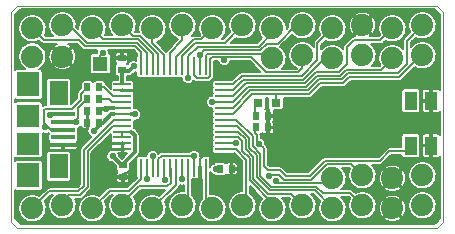
<source format=gtl>
G04 #@! TF.FileFunction,Copper,L1,Top,Signal*
%FSLAX46Y46*%
G04 Gerber Fmt 4.6, Leading zero omitted, Abs format (unit mm)*
G04 Created by KiCad (PCBNEW no-vcs-found-product) date Sun 27 Dec 2015 02:00:56 GMT*
%MOMM*%
G01*
G04 APERTURE LIST*
%ADD10C,0.150000*%
%ADD11C,0.100000*%
%ADD12C,0.099060*%
%ADD13C,0.099600*%
%ADD14C,1.879600*%
%ADD15C,3.403600*%
%ADD16R,1.998980X0.398780*%
%ADD17R,1.899920X2.100580*%
%ADD18R,1.600200X2.100580*%
%ADD19R,1.899920X1.899920*%
%ADD20R,0.797560X0.797560*%
%ADD21R,1.498600X0.248920*%
%ADD22R,0.248920X1.498600*%
%ADD23R,1.100000X1.600000*%
%ADD24R,0.600000X0.650000*%
%ADD25R,0.650000X0.600000*%
%ADD26R,1.300000X1.300000*%
%ADD27C,0.551180*%
%ADD28C,0.299720*%
%ADD29C,0.152400*%
%ADD30C,0.149860*%
G04 APERTURE END LIST*
D10*
D11*
X38862000Y-41910000D02*
X38862000Y-59690000D01*
D12*
X74930000Y-60198000D02*
X39370000Y-60198000D01*
X75438000Y-41910000D02*
X75438000Y-59690000D01*
X39370000Y-41402000D02*
X74930000Y-41402000D01*
D13*
X39370000Y-60198000D02*
X38862000Y-59690000D01*
X75438000Y-59690000D02*
X74930000Y-60198000D01*
X74930000Y-41402000D02*
X75438000Y-41910000D01*
X38862000Y-41910000D02*
X39370000Y-41402000D01*
D14*
X60960000Y-45847000D03*
X63500000Y-45593000D03*
X66040000Y-45847000D03*
X68580000Y-45593000D03*
X71120000Y-45847000D03*
X73660000Y-45593000D03*
X66040000Y-56007000D03*
X68580000Y-55753000D03*
X71120000Y-56007000D03*
X73660000Y-55753000D03*
D15*
X64500000Y-51700000D03*
D16*
X43248940Y-51900000D03*
X43248940Y-51252300D03*
X43248940Y-53197940D03*
D17*
X40300000Y-48049360D03*
X40300000Y-55750640D03*
D16*
X43248940Y-52547700D03*
X43248940Y-50602060D03*
D18*
X42850160Y-48801200D03*
X42850160Y-54998800D03*
D19*
X40300000Y-50701120D03*
X40300000Y-53098880D03*
D14*
X40640000Y-43307000D03*
X43180000Y-43053000D03*
X45720000Y-43307000D03*
X48260000Y-43053000D03*
X50800000Y-43307000D03*
X53340000Y-43053000D03*
X55880000Y-43307000D03*
X58420000Y-43053000D03*
X60960000Y-43307000D03*
X63500000Y-43053000D03*
X66040000Y-43307000D03*
X68580000Y-43053000D03*
X71120000Y-43307000D03*
X73660000Y-43053000D03*
X40640000Y-58547000D03*
X43180000Y-58293000D03*
X45720000Y-58547000D03*
X48260000Y-58293000D03*
X50800000Y-58547000D03*
X53340000Y-58293000D03*
X55880000Y-58547000D03*
X58420000Y-58293000D03*
X60960000Y-58547000D03*
X63500000Y-58293000D03*
X66040000Y-58547000D03*
X68580000Y-58293000D03*
X71120000Y-58547000D03*
X73660000Y-58293000D03*
D20*
X61249300Y-49600000D03*
X59750700Y-49600000D03*
D21*
X48264320Y-48051720D03*
X48264320Y-48552100D03*
X48264320Y-49052480D03*
X48264320Y-49550320D03*
X48264320Y-50050700D03*
X48264320Y-50551080D03*
X48264320Y-51048920D03*
X48264320Y-51549300D03*
X48264320Y-52049680D03*
X48264320Y-52547520D03*
X48264320Y-53047900D03*
X48264320Y-53548280D03*
D22*
X49813720Y-55097680D03*
X50314100Y-55097680D03*
X50814480Y-55097680D03*
X51312320Y-55097680D03*
X51812700Y-55097680D03*
X52313080Y-55097680D03*
X52810920Y-55097680D03*
X53311300Y-55097680D03*
X53811680Y-55097680D03*
X54309520Y-55097680D03*
X54809900Y-55097680D03*
X55310280Y-55097680D03*
D21*
X56859680Y-53548280D03*
X56859680Y-53047900D03*
X56859680Y-52547520D03*
X56859680Y-52049680D03*
X56859680Y-51549300D03*
X56859680Y-51048920D03*
X56859680Y-50551080D03*
X56859680Y-50050700D03*
X56859680Y-49550320D03*
X56859680Y-49052480D03*
X56859680Y-48552100D03*
X56859680Y-48051720D03*
D22*
X55310280Y-46502320D03*
X54809900Y-46502320D03*
X54309520Y-46502320D03*
X53811680Y-46502320D03*
X53311300Y-46502320D03*
X52810920Y-46502320D03*
X52313080Y-46502320D03*
X51812700Y-46502320D03*
X51312320Y-46502320D03*
X50814480Y-46502320D03*
X50314100Y-46502320D03*
X49813720Y-46502320D03*
D23*
X72682100Y-53233400D03*
X74383000Y-53233400D03*
X72682100Y-49433400D03*
X74383900Y-49433400D03*
D24*
X45300000Y-48300000D03*
X46300000Y-48300000D03*
X45300000Y-49300000D03*
X46300000Y-49300000D03*
D25*
X48200000Y-46800000D03*
X48200000Y-45800000D03*
D24*
X46300000Y-50300000D03*
X45300000Y-50300000D03*
X56500000Y-55200000D03*
X57500000Y-55200000D03*
D25*
X48300000Y-54900000D03*
X48300000Y-55900000D03*
D24*
X59600000Y-51700000D03*
X60600000Y-51700000D03*
X59600000Y-50700000D03*
X60600000Y-50700000D03*
X46300000Y-51300000D03*
X45300000Y-51300000D03*
D26*
X46400000Y-46300000D03*
D14*
X40630000Y-45700000D03*
X43170000Y-45700000D03*
D27*
X45830000Y-52010000D03*
X42110000Y-50620000D03*
X49310800Y-50596800D03*
X56885080Y-45976540D03*
X55875000Y-49550000D03*
X54809900Y-45537120D03*
X53800000Y-47500000D03*
X61299600Y-56210200D03*
X51825000Y-56150000D03*
X53300000Y-56100000D03*
X60690000Y-55829200D03*
X46900000Y-50100000D03*
X41700000Y-51700000D03*
X44330000Y-51250000D03*
X46600000Y-45400000D03*
X50326800Y-56083200D03*
X57845200Y-53035200D03*
X59826400Y-53060600D03*
X50809400Y-54127400D03*
X49225000Y-46525000D03*
X54314600Y-54127400D03*
X56175000Y-55250000D03*
X47420000Y-54120000D03*
X72900000Y-51500000D03*
X69700000Y-52400000D03*
X46300000Y-53700000D03*
X58090000Y-55840000D03*
X56010000Y-54180000D03*
X55000400Y-52374800D03*
X50330000Y-52510000D03*
X44280000Y-54240000D03*
X54619400Y-48514000D03*
D28*
X46300000Y-51540000D02*
X46300000Y-51300000D01*
X45830000Y-52010000D02*
X46300000Y-51540000D01*
X47328920Y-50551080D02*
X46580000Y-51300000D01*
X46580000Y-51300000D02*
X46300000Y-51300000D01*
X47548920Y-50551080D02*
X47328920Y-50551080D01*
D29*
X48264320Y-50551080D02*
X47548920Y-50551080D01*
X42127940Y-50602060D02*
X43248940Y-50602060D01*
X42110000Y-50620000D02*
X42127940Y-50602060D01*
D28*
X49000920Y-50551080D02*
X49265080Y-50551080D01*
X49265080Y-50551080D02*
X49310800Y-50596800D01*
D29*
X47551080Y-51048920D02*
X45000000Y-53600000D01*
X45000000Y-56650000D02*
X44540000Y-57110000D01*
X45000000Y-53600000D02*
X45000000Y-56650000D01*
X48264320Y-51048920D02*
X47551080Y-51048920D01*
X40640000Y-58547000D02*
X42077000Y-57110000D01*
X42077000Y-57110000D02*
X44540000Y-57110000D01*
X60614548Y-57340500D02*
X62547500Y-57340500D01*
X62547500Y-57340500D02*
X63500000Y-58293000D01*
X59331104Y-54166992D02*
X59331104Y-56057056D01*
X59331104Y-56057056D02*
X60614548Y-57340500D01*
X58052736Y-52049680D02*
X58708802Y-52705746D01*
X58708802Y-52705746D02*
X58708802Y-53544690D01*
X58708802Y-53544690D02*
X59331104Y-54166992D01*
X58052736Y-52049680D02*
X56859680Y-52049680D01*
X60740802Y-57035698D02*
X64528698Y-57035698D01*
X66040000Y-58547000D02*
X64528698Y-57035698D01*
X59635906Y-55930802D02*
X60740802Y-57035698D01*
X57983412Y-51549300D02*
X59013604Y-52579492D01*
X59013604Y-52579492D02*
X59013604Y-53418436D01*
X59013604Y-53418436D02*
X59635906Y-54040738D01*
X59635906Y-54040738D02*
X59635906Y-55930802D01*
X57983412Y-51549300D02*
X56859680Y-51549300D01*
X60867056Y-56730896D02*
X64654952Y-56730896D01*
X59940708Y-53914484D02*
X59940708Y-55804548D01*
X59940708Y-55804548D02*
X60867056Y-56730896D01*
X56859680Y-51048920D02*
X57914088Y-51048920D01*
X67564000Y-57277000D02*
X68580000Y-58293000D01*
X65201056Y-57277000D02*
X67564000Y-57277000D01*
X64654952Y-56730896D02*
X65201056Y-57277000D01*
X59318406Y-53292182D02*
X59940708Y-53914484D01*
X59318406Y-52453238D02*
X59318406Y-53292182D01*
X57914088Y-51048920D02*
X59318406Y-52453238D01*
X44666254Y-57414802D02*
X45304802Y-56776254D01*
X45304802Y-53726254D02*
X47481756Y-51549300D01*
X45304802Y-56776254D02*
X45304802Y-53726254D01*
X48264320Y-51549300D02*
X47481756Y-51549300D01*
X43180000Y-58293000D02*
X43180000Y-57914802D01*
X43680000Y-57414802D02*
X44666254Y-57414802D01*
X43180000Y-57914802D02*
X43680000Y-57414802D01*
X49813720Y-55097680D02*
X49813720Y-56086280D01*
X48800800Y-57099200D02*
X48800000Y-57099200D01*
X49813720Y-56086280D02*
X48800800Y-57099200D01*
X45720000Y-58547000D02*
X47167000Y-57100000D01*
X47167000Y-57100000D02*
X48800000Y-57100000D01*
X48800000Y-57100000D02*
X48800000Y-57099200D01*
X48260000Y-58293000D02*
X48260000Y-58071056D01*
X49663656Y-56667400D02*
X52054000Y-56667400D01*
X48260000Y-58071056D02*
X49663656Y-56667400D01*
X52313080Y-55097680D02*
X52333400Y-55118000D01*
X52333400Y-56388000D02*
X52054000Y-56667400D01*
X52333400Y-55118000D02*
X52333400Y-56388000D01*
X50800000Y-58547000D02*
X52790000Y-56557000D01*
X52790000Y-55118600D02*
X52810920Y-55097680D01*
X52790000Y-56557000D02*
X52790000Y-55118600D01*
X52810920Y-55097680D02*
X52790600Y-55118000D01*
X53811680Y-55097680D02*
X53811680Y-57821320D01*
X53811680Y-57821320D02*
X53340000Y-58293000D01*
X53811680Y-55097680D02*
X53811680Y-57764680D01*
X55310280Y-55097680D02*
X55310280Y-57977280D01*
X55310280Y-57977280D02*
X55880000Y-58547000D01*
X58721500Y-54419500D02*
X58721500Y-57991500D01*
X58721500Y-57991500D02*
X58420000Y-58293000D01*
X56859680Y-53548280D02*
X57850280Y-53548280D01*
X57850280Y-53548280D02*
X58721500Y-54419500D01*
X59026302Y-56183310D02*
X60960000Y-58117008D01*
X60960000Y-58117008D02*
X60960000Y-58547000D01*
X59026302Y-54293246D02*
X59026302Y-56183310D01*
X56892700Y-52514500D02*
X58086500Y-52514500D01*
X58086500Y-52514500D02*
X58404000Y-52832000D01*
X58404000Y-52832000D02*
X58404000Y-53670944D01*
X58404000Y-53670944D02*
X59026302Y-54293246D01*
X56892700Y-52514500D02*
X56859680Y-52547520D01*
X55457600Y-45466008D02*
X60579008Y-45466008D01*
X60579008Y-45466008D02*
X60960000Y-45847000D01*
X55310280Y-45613328D02*
X55457600Y-45466008D01*
X55310280Y-46502320D02*
X55310280Y-45613328D01*
X60440800Y-47040800D02*
X63159200Y-47040800D01*
X63500000Y-46700000D02*
X63500000Y-45593000D01*
X63159200Y-47040800D02*
X63500000Y-46700000D01*
X59170810Y-45770810D02*
X56300000Y-45770810D01*
X60440800Y-47040800D02*
X59170810Y-45770810D01*
X56885080Y-45976540D02*
X56885080Y-45770810D01*
X55813200Y-45770810D02*
X56300000Y-45770810D01*
X56300000Y-45770810D02*
X56885080Y-45770810D01*
X55686200Y-45897810D02*
X55813200Y-45770810D01*
X55686200Y-47345600D02*
X55686200Y-45897810D01*
X55533800Y-47498000D02*
X55686200Y-47345600D01*
X55533800Y-47498000D02*
X54543200Y-47498000D01*
X54309520Y-47264320D02*
X54543200Y-47498000D01*
X54309520Y-46502320D02*
X54309520Y-47264320D01*
X66040000Y-45847000D02*
X65378856Y-45847000D01*
X65378856Y-45847000D02*
X63575452Y-47650404D01*
X63575452Y-47650404D02*
X58505596Y-47650404D01*
X57603900Y-48552100D02*
X56859680Y-48552100D01*
X58505596Y-47650404D02*
X57603900Y-48552100D01*
X66701254Y-47329802D02*
X64758166Y-47329802D01*
X64758166Y-47329802D02*
X63827960Y-48260008D01*
X63827960Y-48260008D02*
X58911992Y-48260008D01*
X57621680Y-49550320D02*
X58911992Y-48260008D01*
X56859680Y-49550320D02*
X57621680Y-49550320D01*
X67231056Y-46800000D02*
X70167000Y-46800000D01*
X70167000Y-46800000D02*
X71120000Y-45847000D01*
X66701254Y-47329802D02*
X67231056Y-46800000D01*
X55875320Y-49550320D02*
X56859680Y-49550320D01*
X55875000Y-49550000D02*
X55875320Y-49550320D01*
X61249300Y-49500000D02*
X61249300Y-48869612D01*
X61249300Y-48869612D02*
X61200000Y-48869612D01*
X64080468Y-48869612D02*
X61200000Y-48869612D01*
X66953762Y-47939406D02*
X65010674Y-47939406D01*
X71696452Y-47409604D02*
X73513056Y-45593000D01*
X67483564Y-47409604D02*
X71696452Y-47409604D01*
X66953762Y-47939406D02*
X67483564Y-47409604D01*
X73513056Y-45593000D02*
X73660000Y-45593000D01*
X57586120Y-50551080D02*
X56859680Y-50551080D01*
X59267588Y-48869612D02*
X57586120Y-50551080D01*
X65010674Y-47939406D02*
X64080468Y-48869612D01*
X61200000Y-48869612D02*
X59267588Y-48869612D01*
X40640000Y-43307000D02*
X41633000Y-44300000D01*
X49813720Y-45306888D02*
X49813720Y-46502320D01*
X49346436Y-44839604D02*
X49813720Y-45306888D01*
X45108548Y-44839604D02*
X49346436Y-44839604D01*
X44568944Y-44300000D02*
X45108548Y-44839604D01*
X41633000Y-44300000D02*
X44568944Y-44300000D01*
X55185814Y-45161206D02*
X59938794Y-45161206D01*
X61400000Y-44600000D02*
X62947000Y-43053000D01*
X60500000Y-44600000D02*
X61400000Y-44600000D01*
X59938794Y-45161206D02*
X60500000Y-44600000D01*
X54809900Y-46502320D02*
X54809900Y-45537120D01*
X54809900Y-45537120D02*
X55185814Y-45161206D01*
X62947000Y-43053000D02*
X63500000Y-43053000D01*
X64775000Y-46019800D02*
X63449198Y-47345602D01*
X64775000Y-46019800D02*
X64775000Y-44572000D01*
X66040000Y-43307000D02*
X64775000Y-44572000D01*
X63449198Y-47345602D02*
X58353942Y-47345602D01*
X57647824Y-48051720D02*
X58353942Y-47345602D01*
X56859680Y-48051720D02*
X57647824Y-48051720D01*
X66575000Y-47025000D02*
X64631912Y-47025000D01*
X64631912Y-47025000D02*
X63701706Y-47955206D01*
X63701706Y-47955206D02*
X58683394Y-47955206D01*
X58683394Y-47955206D02*
X57586120Y-49052480D01*
X56859680Y-49052480D02*
X57586120Y-49052480D01*
X70102000Y-44325000D02*
X71120000Y-43307000D01*
X67825000Y-44325000D02*
X70102000Y-44325000D01*
X67300000Y-44850000D02*
X67825000Y-44325000D01*
X67300000Y-46300000D02*
X67300000Y-44850000D01*
X66575000Y-47025000D02*
X67300000Y-46300000D01*
X66827508Y-47634604D02*
X64884420Y-47634604D01*
X64884420Y-47634604D02*
X63954214Y-48564810D01*
X63954214Y-48564810D02*
X59089790Y-48564810D01*
X59089790Y-48564810D02*
X57603900Y-50050700D01*
X56859680Y-50050700D02*
X57603900Y-50050700D01*
X67357310Y-47104802D02*
X71570198Y-47104802D01*
X71570198Y-47104802D02*
X72375000Y-46300000D01*
X72375000Y-46300000D02*
X72375000Y-44338000D01*
X72375000Y-44338000D02*
X73660000Y-43053000D01*
X66827508Y-47634604D02*
X67357310Y-47104802D01*
X49472690Y-44534802D02*
X45234802Y-44534802D01*
X43753000Y-43053000D02*
X43180000Y-43053000D01*
X45234802Y-44534802D02*
X43753000Y-43053000D01*
X50314100Y-46502320D02*
X50314100Y-45376212D01*
X50314100Y-45376212D02*
X49472690Y-44534802D01*
X43793000Y-43053000D02*
X43180000Y-43053000D01*
X49598944Y-44230000D02*
X46643000Y-44230000D01*
X46643000Y-44230000D02*
X45720000Y-43307000D01*
X50814480Y-45445536D02*
X49598944Y-44230000D01*
X50814480Y-46502320D02*
X50814480Y-45445536D01*
X51312320Y-45512320D02*
X49725198Y-43925198D01*
X49132198Y-43925198D02*
X48260000Y-43053000D01*
X49725198Y-43925198D02*
X49132198Y-43925198D01*
X51312320Y-46502320D02*
X51312320Y-45512320D01*
X51812700Y-46502320D02*
X51812700Y-45581644D01*
X50800000Y-44568944D02*
X50800000Y-43307000D01*
X51812700Y-45581644D02*
X50800000Y-44568944D01*
X52313080Y-46502320D02*
X52313080Y-45355864D01*
X53340000Y-44328944D02*
X53340000Y-43053000D01*
X52313080Y-45355864D02*
X53340000Y-44328944D01*
X52810920Y-45725824D02*
X54289944Y-44246800D01*
X54940200Y-44246800D02*
X55880000Y-43307000D01*
X54289944Y-44246800D02*
X54940200Y-44246800D01*
X52810920Y-46502320D02*
X52810920Y-45725824D01*
X54416198Y-44551602D02*
X56921398Y-44551602D01*
X56921398Y-44551602D02*
X58420000Y-43053000D01*
X53311300Y-46502320D02*
X53311300Y-45656500D01*
X53311300Y-45656500D02*
X54416198Y-44551602D01*
X54644796Y-44856404D02*
X59812540Y-44856404D01*
X60960000Y-43708944D02*
X60960000Y-43307000D01*
X59812540Y-44856404D02*
X60960000Y-43708944D01*
X53811680Y-46502320D02*
X53811680Y-47488320D01*
X53811680Y-47488320D02*
X53800000Y-47500000D01*
X53811680Y-46502320D02*
X53811680Y-45689520D01*
X53811680Y-45689520D02*
X54644796Y-44856404D01*
X61515494Y-56426094D02*
X65620906Y-56426094D01*
X65620906Y-56426094D02*
X66040000Y-56007000D01*
X61299600Y-56210200D02*
X61515494Y-56426094D01*
X51812700Y-56137700D02*
X51825000Y-56150000D01*
X51812700Y-55097680D02*
X51812700Y-56137700D01*
X53300000Y-55108980D02*
X53300000Y-56100000D01*
X53311300Y-55097680D02*
X53300000Y-55108980D01*
X67640200Y-54813200D02*
X68580000Y-55753000D01*
X60690000Y-55829200D02*
X60817000Y-55702200D01*
X65557400Y-54813200D02*
X67640200Y-54813200D01*
X61947292Y-56121292D02*
X64249308Y-56121292D01*
X64249308Y-56121292D02*
X65557400Y-54813200D01*
X60817000Y-55702200D02*
X61528200Y-55702200D01*
X61528200Y-55702200D02*
X61947292Y-56121292D01*
X48264320Y-49550320D02*
X47350320Y-49550320D01*
X47100000Y-49300000D02*
X46300000Y-49300000D01*
X47350320Y-49550320D02*
X47100000Y-49300000D01*
X48264320Y-49052480D02*
X47452480Y-49052480D01*
X46700000Y-48300000D02*
X46300000Y-48300000D01*
X47452480Y-49052480D02*
X46700000Y-48300000D01*
D28*
X46900000Y-50100000D02*
X46500000Y-50100000D01*
X46500000Y-50100000D02*
X46300000Y-50300000D01*
D29*
X48264320Y-50050700D02*
X47549300Y-50050700D01*
D28*
X47549300Y-50050700D02*
X46949300Y-50050700D01*
X46949300Y-50050700D02*
X46900000Y-50100000D01*
D29*
X46900000Y-50100000D02*
X46600000Y-50100000D01*
X46600000Y-50100000D02*
X46300000Y-50400000D01*
X43248940Y-51900000D02*
X42190000Y-51900000D01*
X42190000Y-51900000D02*
X41790000Y-51500000D01*
X41790000Y-51610000D02*
X41700000Y-51700000D01*
X41790000Y-51500000D02*
X41790000Y-51610000D01*
X44750000Y-48830000D02*
X45280000Y-48300000D01*
X44750000Y-49350000D02*
X44750000Y-48830000D01*
X44000000Y-50100000D02*
X44750000Y-49350000D01*
X45280000Y-48300000D02*
X45300000Y-48300000D01*
X45180000Y-48400000D02*
X45300000Y-48400000D01*
X41730000Y-50100000D02*
X44000000Y-50100000D01*
X41600000Y-50230000D02*
X41730000Y-50100000D01*
X41600000Y-51310000D02*
X41600000Y-50230000D01*
X42190000Y-51900000D02*
X41600000Y-51310000D01*
X44490000Y-50890000D02*
X44490000Y-50041056D01*
X45231056Y-49300000D02*
X45300000Y-49300000D01*
X44490000Y-50041056D02*
X45231056Y-49300000D01*
X43248940Y-51252300D02*
X44327700Y-51252300D01*
X44327700Y-51252300D02*
X44330000Y-51250000D01*
X44490000Y-50890000D02*
X44127700Y-51252300D01*
X44127700Y-51252300D02*
X43248940Y-51252300D01*
X46400000Y-46300000D02*
X46400000Y-45600000D01*
X46400000Y-45600000D02*
X46600000Y-45400000D01*
X50314100Y-55097680D02*
X50314100Y-56070500D01*
X50314100Y-56070500D02*
X50326800Y-56083200D01*
X59826400Y-53060600D02*
X59623208Y-52857408D01*
X59500000Y-52203776D02*
X59500000Y-51600000D01*
X59623208Y-52326984D02*
X59500000Y-52203776D01*
X59623208Y-52857408D02*
X59623208Y-52326984D01*
X57832500Y-53047900D02*
X57845200Y-53035200D01*
X56859680Y-53047900D02*
X57832500Y-53047900D01*
X70078602Y-54508398D02*
X70866000Y-53721000D01*
X70866000Y-53721000D02*
X72169100Y-53721000D01*
X72170700Y-53721000D02*
X72683700Y-53208000D01*
X65431146Y-54508398D02*
X70078602Y-54508398D01*
X62073546Y-55816490D02*
X64123054Y-55816490D01*
X64123054Y-55816490D02*
X65431146Y-54508398D01*
X61578256Y-55321200D02*
X62073546Y-55816490D01*
X59826400Y-53060600D02*
X60245510Y-53479710D01*
X60245510Y-53479710D02*
X60245510Y-54978310D01*
X60245510Y-54978310D02*
X60588400Y-55321200D01*
X60588400Y-55321200D02*
X61578256Y-55321200D01*
X59500000Y-50600000D02*
X59500000Y-49750700D01*
X59500000Y-49750700D02*
X59750700Y-49500000D01*
X59900000Y-49475700D02*
X59875700Y-49500000D01*
X50814480Y-55097680D02*
X50814480Y-54132480D01*
X50814480Y-54132480D02*
X50809400Y-54127400D01*
D28*
X48100000Y-46962000D02*
X48788000Y-46962000D01*
X48264320Y-47935680D02*
X48264320Y-47126320D01*
X48264320Y-47126320D02*
X48100000Y-46962000D01*
D29*
X48264320Y-48051720D02*
X48264320Y-47935680D01*
D28*
X48788000Y-46962000D02*
X49225000Y-46525000D01*
X56307000Y-55118000D02*
X56626000Y-55118000D01*
X56175000Y-55250000D02*
X56307000Y-55118000D01*
D29*
X54289200Y-54102000D02*
X54314600Y-54127400D01*
X51571400Y-54102000D02*
X54289200Y-54102000D01*
X51312320Y-55097680D02*
X51312320Y-54361080D01*
X51312320Y-54361080D02*
X51571400Y-54102000D01*
X54314600Y-55092600D02*
X54309520Y-55097680D01*
X54314600Y-54127400D02*
X54314600Y-55092600D01*
X48325280Y-48051720D02*
X48264320Y-48051720D01*
D28*
X48244000Y-54864000D02*
X48164000Y-54864000D01*
X48164000Y-54864000D02*
X47420000Y-54120000D01*
D29*
X48264320Y-52049680D02*
X48999680Y-52049680D01*
D28*
X48256000Y-54864000D02*
X48244000Y-54864000D01*
X49320000Y-53800000D02*
X48256000Y-54864000D01*
X49320000Y-52370000D02*
X49320000Y-53800000D01*
X48999680Y-52049680D02*
X49320000Y-52370000D01*
D29*
X48264320Y-52049680D02*
X48264320Y-52547520D01*
D28*
X48286000Y-54864000D02*
X48244000Y-54864000D01*
D29*
X48264320Y-53047900D02*
X46952100Y-53047900D01*
X46952100Y-53047900D02*
X46300000Y-53700000D01*
X48244000Y-55716000D02*
X48370000Y-55590000D01*
X48370000Y-55590000D02*
X48960000Y-55590000D01*
X48960000Y-55590000D02*
X49220000Y-55330000D01*
X49220000Y-55330000D02*
X49220000Y-54461634D01*
X49220000Y-54461634D02*
X50240000Y-53441634D01*
X50240000Y-53441634D02*
X50240000Y-52960000D01*
X57500000Y-55200000D02*
X58060000Y-55200000D01*
X58090000Y-55230000D02*
X58090000Y-55840000D01*
X58060000Y-55200000D02*
X58090000Y-55230000D01*
X57500000Y-55200000D02*
X57500000Y-54510000D01*
X57500000Y-54510000D02*
X56010000Y-54180000D01*
D28*
X55000400Y-52374800D02*
X50465200Y-52374800D01*
X50465200Y-52374800D02*
X50330000Y-52510000D01*
D29*
X43248940Y-53197940D02*
X43248940Y-53608940D01*
X44280000Y-54020000D02*
X44280000Y-54240000D01*
X43920000Y-53660000D02*
X44280000Y-54020000D01*
X43300000Y-53660000D02*
X43920000Y-53660000D01*
X43248940Y-53608940D02*
X43300000Y-53660000D01*
X48264320Y-53548280D02*
X48264320Y-53047900D01*
X55000400Y-52374800D02*
X55000400Y-48895000D01*
X54809900Y-54368700D02*
X55000400Y-54178200D01*
X55000400Y-54178200D02*
X55000400Y-52374800D01*
X54809900Y-55097680D02*
X54809900Y-54368700D01*
X55000400Y-48895000D02*
X54619400Y-48514000D01*
D30*
G36*
X75133200Y-59396073D02*
X74855121Y-59674151D01*
X74855121Y-58175817D01*
X74855121Y-55635817D01*
X74809599Y-55405916D01*
X74720289Y-55189234D01*
X74590594Y-54994026D01*
X74425452Y-54827728D01*
X74308970Y-54749159D01*
X74308970Y-50401993D01*
X74308970Y-49508330D01*
X74308970Y-49358470D01*
X74308970Y-48464807D01*
X74252773Y-48408610D01*
X73854372Y-48408453D01*
X73810290Y-48408760D01*
X73767107Y-48417624D01*
X73726468Y-48434707D01*
X73689921Y-48459359D01*
X73658858Y-48490639D01*
X73634463Y-48527357D01*
X73617664Y-48568114D01*
X73609101Y-48611358D01*
X73609110Y-49302273D01*
X73665307Y-49358470D01*
X74308970Y-49358470D01*
X74308970Y-49508330D01*
X73665307Y-49508330D01*
X73609110Y-49564527D01*
X73609101Y-50255442D01*
X73617664Y-50298686D01*
X73634463Y-50339443D01*
X73658858Y-50376161D01*
X73689921Y-50407441D01*
X73726468Y-50432093D01*
X73767107Y-50449176D01*
X73810290Y-50458040D01*
X73854372Y-50458347D01*
X74252773Y-50458190D01*
X74308970Y-50401993D01*
X74308970Y-54749159D01*
X74308070Y-54748552D01*
X74308070Y-54201993D01*
X74308070Y-53308330D01*
X74308070Y-53158470D01*
X74308070Y-52264807D01*
X74251873Y-52208610D01*
X73853472Y-52208453D01*
X73809390Y-52208760D01*
X73766207Y-52217624D01*
X73725568Y-52234707D01*
X73689021Y-52259359D01*
X73657958Y-52290639D01*
X73633563Y-52327357D01*
X73616764Y-52368114D01*
X73608201Y-52411358D01*
X73608210Y-53102273D01*
X73664407Y-53158470D01*
X74308070Y-53158470D01*
X74308070Y-53308330D01*
X73664407Y-53308330D01*
X73608210Y-53364527D01*
X73608201Y-54055442D01*
X73616764Y-54098686D01*
X73633563Y-54139443D01*
X73657958Y-54176161D01*
X73689021Y-54207441D01*
X73725568Y-54232093D01*
X73766207Y-54249176D01*
X73809390Y-54258040D01*
X73853472Y-54258347D01*
X74251873Y-54258190D01*
X74308070Y-54201993D01*
X74308070Y-54748552D01*
X74231154Y-54696672D01*
X74015102Y-54605852D01*
X73785523Y-54558726D01*
X73551164Y-54557090D01*
X73320950Y-54601006D01*
X73103650Y-54688801D01*
X72907542Y-54817130D01*
X72740094Y-54981107D01*
X72607685Y-55174485D01*
X72515359Y-55389899D01*
X72466632Y-55619142D01*
X72463360Y-55853485D01*
X72505667Y-56084000D01*
X72591943Y-56301907D01*
X72718900Y-56498907D01*
X72881704Y-56667495D01*
X73074153Y-56801250D01*
X73288916Y-56895078D01*
X73517814Y-56945405D01*
X73752128Y-56950313D01*
X73982933Y-56909616D01*
X74201437Y-56824863D01*
X74399318Y-56699284D01*
X74569039Y-56537661D01*
X74704135Y-56346151D01*
X74799460Y-56132048D01*
X74851383Y-55903507D01*
X74855121Y-55635817D01*
X74855121Y-58175817D01*
X74809599Y-57945916D01*
X74720289Y-57729234D01*
X74590594Y-57534026D01*
X74425452Y-57367728D01*
X74231154Y-57236672D01*
X74015102Y-57145852D01*
X73785523Y-57098726D01*
X73551164Y-57097090D01*
X73320950Y-57141006D01*
X73103650Y-57228801D01*
X72907542Y-57357130D01*
X72740094Y-57521107D01*
X72607685Y-57714485D01*
X72515359Y-57929899D01*
X72466632Y-58159142D01*
X72463360Y-58393485D01*
X72505667Y-58624000D01*
X72591943Y-58841907D01*
X72718900Y-59038907D01*
X72881704Y-59207495D01*
X73074153Y-59341250D01*
X73288916Y-59435078D01*
X73517814Y-59485405D01*
X73752128Y-59490313D01*
X73982933Y-59449616D01*
X74201437Y-59364863D01*
X74399318Y-59239284D01*
X74569039Y-59077661D01*
X74704135Y-58886151D01*
X74799460Y-58672048D01*
X74851383Y-58443507D01*
X74855121Y-58175817D01*
X74855121Y-59674151D01*
X74636072Y-59893200D01*
X72289936Y-59893200D01*
X72289936Y-58521040D01*
X72289936Y-55981040D01*
X72262612Y-55754293D01*
X72191767Y-55537171D01*
X72108831Y-55381191D01*
X71958936Y-55274031D01*
X71852969Y-55379998D01*
X71852969Y-55168064D01*
X71745809Y-55018169D01*
X71541826Y-54915448D01*
X71321776Y-54854303D01*
X71094040Y-54837064D01*
X70867293Y-54864388D01*
X70650171Y-54935233D01*
X70494191Y-55018169D01*
X70387031Y-55168064D01*
X71120000Y-55901033D01*
X71852969Y-55168064D01*
X71852969Y-55379998D01*
X71225967Y-56007000D01*
X71958936Y-56739969D01*
X72108831Y-56632809D01*
X72211552Y-56428826D01*
X72272697Y-56208776D01*
X72289936Y-55981040D01*
X72289936Y-58521040D01*
X72262612Y-58294293D01*
X72191767Y-58077171D01*
X72108831Y-57921191D01*
X71958936Y-57814031D01*
X71852969Y-57919998D01*
X71852969Y-57708064D01*
X71852969Y-56845936D01*
X71120000Y-56112967D01*
X71014033Y-56218934D01*
X71014033Y-56007000D01*
X70281064Y-55274031D01*
X70131169Y-55381191D01*
X70028448Y-55585174D01*
X69967303Y-55805224D01*
X69950064Y-56032960D01*
X69977388Y-56259707D01*
X70048233Y-56476829D01*
X70131169Y-56632809D01*
X70281064Y-56739969D01*
X71014033Y-56007000D01*
X71014033Y-56218934D01*
X70387031Y-56845936D01*
X70494191Y-56995831D01*
X70698174Y-57098552D01*
X70918224Y-57159697D01*
X71145960Y-57176936D01*
X71372707Y-57149612D01*
X71589829Y-57078767D01*
X71745809Y-56995831D01*
X71852969Y-56845936D01*
X71852969Y-57708064D01*
X71745809Y-57558169D01*
X71541826Y-57455448D01*
X71321776Y-57394303D01*
X71094040Y-57377064D01*
X70867293Y-57404388D01*
X70650171Y-57475233D01*
X70494191Y-57558169D01*
X70387031Y-57708064D01*
X71120000Y-58441033D01*
X71852969Y-57708064D01*
X71852969Y-57919998D01*
X71225967Y-58547000D01*
X71958936Y-59279969D01*
X72108831Y-59172809D01*
X72211552Y-58968826D01*
X72272697Y-58748776D01*
X72289936Y-58521040D01*
X72289936Y-59893200D01*
X71852969Y-59893200D01*
X71852969Y-59385936D01*
X71120000Y-58652967D01*
X71014033Y-58758934D01*
X71014033Y-58547000D01*
X70281064Y-57814031D01*
X70131169Y-57921191D01*
X70028448Y-58125174D01*
X69967303Y-58345224D01*
X69950064Y-58572960D01*
X69977388Y-58799707D01*
X70048233Y-59016829D01*
X70131169Y-59172809D01*
X70281064Y-59279969D01*
X71014033Y-58547000D01*
X71014033Y-58758934D01*
X70387031Y-59385936D01*
X70494191Y-59535831D01*
X70698174Y-59638552D01*
X70918224Y-59699697D01*
X71145960Y-59716936D01*
X71372707Y-59689612D01*
X71589829Y-59618767D01*
X71745809Y-59535831D01*
X71852969Y-59385936D01*
X71852969Y-59893200D01*
X39663927Y-59893200D01*
X39167270Y-59396543D01*
X39167270Y-56979168D01*
X39186538Y-56998571D01*
X39228040Y-57026565D01*
X39274190Y-57045964D01*
X39323228Y-57056030D01*
X39373288Y-57056380D01*
X41274991Y-57056211D01*
X41324099Y-57046487D01*
X41370382Y-57027410D01*
X41412079Y-56999707D01*
X41447601Y-56964432D01*
X41475595Y-56922930D01*
X41494994Y-56876780D01*
X41505060Y-56827742D01*
X41505410Y-56777682D01*
X41505241Y-54675319D01*
X41495517Y-54626211D01*
X41476440Y-54579928D01*
X41448737Y-54538231D01*
X41413462Y-54502709D01*
X41371960Y-54474715D01*
X41325810Y-54455316D01*
X41276772Y-54445250D01*
X41226712Y-54444900D01*
X39325009Y-54445069D01*
X39275901Y-54454793D01*
X39229618Y-54473870D01*
X39187921Y-54501573D01*
X39167270Y-54522080D01*
X39167270Y-54227078D01*
X39186538Y-54246481D01*
X39228040Y-54274475D01*
X39274190Y-54293874D01*
X39323228Y-54303940D01*
X39373288Y-54304290D01*
X41274991Y-54304121D01*
X41324099Y-54294397D01*
X41370382Y-54275320D01*
X41412079Y-54247617D01*
X41447601Y-54212342D01*
X41475595Y-54170840D01*
X41494994Y-54124690D01*
X41505060Y-54075652D01*
X41505410Y-54025592D01*
X41505247Y-52194251D01*
X41535161Y-52207321D01*
X41636840Y-52229677D01*
X41740924Y-52231857D01*
X41843450Y-52213779D01*
X41940511Y-52176131D01*
X41977703Y-52152528D01*
X41979262Y-52153808D01*
X41979292Y-52153833D01*
X42002730Y-52173500D01*
X42004218Y-52174318D01*
X42022970Y-52219812D01*
X42025564Y-52223716D01*
X42023815Y-52226310D01*
X42004416Y-52272460D01*
X41994350Y-52321498D01*
X41994000Y-52371558D01*
X41994169Y-52772121D01*
X42003893Y-52821229D01*
X42022970Y-52867512D01*
X42046017Y-52902201D01*
X42033214Y-52933264D01*
X42024651Y-52976508D01*
X42024660Y-53066813D01*
X42080857Y-53123010D01*
X43174010Y-53123010D01*
X43174010Y-53103010D01*
X43323870Y-53103010D01*
X43323870Y-53123010D01*
X44417023Y-53123010D01*
X44473220Y-53066813D01*
X44473229Y-52976508D01*
X44464666Y-52933264D01*
X44451812Y-52902079D01*
X44474065Y-52869090D01*
X44493464Y-52822940D01*
X44503530Y-52773902D01*
X44503880Y-52723842D01*
X44503711Y-52323279D01*
X44493987Y-52274171D01*
X44474910Y-52227888D01*
X44472315Y-52223983D01*
X44474065Y-52221390D01*
X44493464Y-52175240D01*
X44503530Y-52126202D01*
X44503880Y-52076142D01*
X44503743Y-51752028D01*
X44570511Y-51726131D01*
X44658412Y-51670348D01*
X44733803Y-51598553D01*
X44775205Y-51539861D01*
X44775201Y-51647042D01*
X44783764Y-51690286D01*
X44800563Y-51731043D01*
X44824958Y-51767761D01*
X44856021Y-51799041D01*
X44892568Y-51823693D01*
X44933207Y-51840776D01*
X44976390Y-51849640D01*
X45020472Y-51849947D01*
X45168873Y-51849790D01*
X45225070Y-51793593D01*
X45225070Y-51374930D01*
X45205070Y-51374930D01*
X45205070Y-51225070D01*
X45225070Y-51225070D01*
X45225070Y-50806407D01*
X45218663Y-50800000D01*
X45225070Y-50793593D01*
X45225070Y-50374930D01*
X45205070Y-50374930D01*
X45205070Y-50225070D01*
X45225070Y-50225070D01*
X45225070Y-50205070D01*
X45374930Y-50205070D01*
X45374930Y-50225070D01*
X45394930Y-50225070D01*
X45394930Y-50374930D01*
X45374930Y-50374930D01*
X45374930Y-50793593D01*
X45381337Y-50800000D01*
X45374930Y-50806407D01*
X45374930Y-51225070D01*
X45394930Y-51225070D01*
X45394930Y-51374930D01*
X45374930Y-51374930D01*
X45374930Y-51734942D01*
X45362553Y-51753019D01*
X45321540Y-51848707D01*
X45299895Y-51950539D01*
X45298442Y-52054636D01*
X45317235Y-52157033D01*
X45355560Y-52253829D01*
X45411955Y-52341338D01*
X45484274Y-52416227D01*
X45569762Y-52475642D01*
X45629492Y-52501737D01*
X44765615Y-53365615D01*
X44746166Y-53389292D01*
X44726500Y-53412730D01*
X44725659Y-53414259D01*
X44724554Y-53415605D01*
X44710112Y-53442537D01*
X44695334Y-53469420D01*
X44694805Y-53471085D01*
X44693984Y-53472618D01*
X44685055Y-53501822D01*
X44675773Y-53531084D01*
X44675578Y-53532820D01*
X44675070Y-53534483D01*
X44671981Y-53564887D01*
X44668562Y-53595372D01*
X44668538Y-53598779D01*
X44668532Y-53598843D01*
X44668537Y-53598902D01*
X44668530Y-53600000D01*
X44668530Y-56512700D01*
X44473229Y-56708001D01*
X44473229Y-53419372D01*
X44473220Y-53329067D01*
X44417023Y-53272870D01*
X43323870Y-53272870D01*
X43323870Y-53565923D01*
X43380067Y-53622120D01*
X44227958Y-53622277D01*
X44272040Y-53621970D01*
X44315223Y-53613106D01*
X44355862Y-53596023D01*
X44392409Y-53571371D01*
X44423472Y-53540091D01*
X44447867Y-53503373D01*
X44464666Y-53462616D01*
X44473229Y-53419372D01*
X44473229Y-56708001D01*
X44402700Y-56778530D01*
X43905710Y-56778530D01*
X43905710Y-56025842D01*
X43905541Y-53923479D01*
X43895817Y-53874371D01*
X43876740Y-53828088D01*
X43849037Y-53786391D01*
X43813762Y-53750869D01*
X43772260Y-53722875D01*
X43726110Y-53703476D01*
X43677072Y-53693410D01*
X43627012Y-53693060D01*
X43174010Y-53693107D01*
X43174010Y-53565923D01*
X43174010Y-53272870D01*
X42080857Y-53272870D01*
X42024660Y-53329067D01*
X42024651Y-53419372D01*
X42033214Y-53462616D01*
X42050013Y-53503373D01*
X42074408Y-53540091D01*
X42105471Y-53571371D01*
X42142018Y-53596023D01*
X42182657Y-53613106D01*
X42225840Y-53621970D01*
X42269922Y-53622277D01*
X43117813Y-53622120D01*
X43174010Y-53565923D01*
X43174010Y-53693107D01*
X42025029Y-53693229D01*
X41975921Y-53702953D01*
X41929638Y-53722030D01*
X41887941Y-53749733D01*
X41852419Y-53785008D01*
X41824425Y-53826510D01*
X41805026Y-53872660D01*
X41794960Y-53921698D01*
X41794610Y-53971758D01*
X41794779Y-56074121D01*
X41804503Y-56123229D01*
X41823580Y-56169512D01*
X41851283Y-56211209D01*
X41886558Y-56246731D01*
X41928060Y-56274725D01*
X41974210Y-56294124D01*
X42023248Y-56304190D01*
X42073308Y-56304540D01*
X43675291Y-56304371D01*
X43724399Y-56294647D01*
X43770682Y-56275570D01*
X43812379Y-56247867D01*
X43847901Y-56212592D01*
X43875895Y-56171090D01*
X43895294Y-56124940D01*
X43905360Y-56075902D01*
X43905710Y-56025842D01*
X43905710Y-56778530D01*
X42077000Y-56778530D01*
X42046469Y-56781523D01*
X42016026Y-56784187D01*
X42014354Y-56784672D01*
X42012617Y-56784843D01*
X41983301Y-56793694D01*
X41953902Y-56802235D01*
X41952352Y-56803038D01*
X41950687Y-56803541D01*
X41923671Y-56817905D01*
X41896467Y-56832007D01*
X41895105Y-56833094D01*
X41893567Y-56833912D01*
X41869865Y-56853242D01*
X41845910Y-56872366D01*
X41843483Y-56874759D01*
X41843435Y-56874799D01*
X41843398Y-56874843D01*
X41842615Y-56875616D01*
X41220950Y-57497279D01*
X41211154Y-57490672D01*
X40995102Y-57399852D01*
X40765523Y-57352726D01*
X40531164Y-57351090D01*
X40300950Y-57395006D01*
X40083650Y-57482801D01*
X39887542Y-57611130D01*
X39720094Y-57775107D01*
X39587685Y-57968485D01*
X39495359Y-58183899D01*
X39446632Y-58413142D01*
X39443360Y-58647485D01*
X39485667Y-58878000D01*
X39571943Y-59095907D01*
X39698900Y-59292907D01*
X39861704Y-59461495D01*
X40054153Y-59595250D01*
X40268916Y-59689078D01*
X40497814Y-59739405D01*
X40732128Y-59744313D01*
X40962933Y-59703616D01*
X41181437Y-59618863D01*
X41379318Y-59493284D01*
X41549039Y-59331661D01*
X41684135Y-59140151D01*
X41779460Y-58926048D01*
X41831383Y-58697507D01*
X41835121Y-58429817D01*
X41789599Y-58199916D01*
X41700289Y-57983234D01*
X41689210Y-57966559D01*
X42214299Y-57441470D01*
X42341416Y-57441470D01*
X42260094Y-57521107D01*
X42127685Y-57714485D01*
X42035359Y-57929899D01*
X41986632Y-58159142D01*
X41983360Y-58393485D01*
X42025667Y-58624000D01*
X42111943Y-58841907D01*
X42238900Y-59038907D01*
X42401704Y-59207495D01*
X42594153Y-59341250D01*
X42808916Y-59435078D01*
X43037814Y-59485405D01*
X43272128Y-59490313D01*
X43502933Y-59449616D01*
X43721437Y-59364863D01*
X43919318Y-59239284D01*
X44089039Y-59077661D01*
X44224135Y-58886151D01*
X44319460Y-58672048D01*
X44371383Y-58443507D01*
X44375121Y-58175817D01*
X44329599Y-57945916D01*
X44247311Y-57746272D01*
X44666254Y-57746272D01*
X44696735Y-57743283D01*
X44727228Y-57740616D01*
X44728904Y-57740128D01*
X44730637Y-57739959D01*
X44759924Y-57731116D01*
X44789351Y-57722567D01*
X44790899Y-57721764D01*
X44792567Y-57721261D01*
X44819581Y-57706897D01*
X44846786Y-57692796D01*
X44848149Y-57691707D01*
X44849687Y-57690890D01*
X44873352Y-57671588D01*
X44897344Y-57652437D01*
X44899776Y-57650037D01*
X44899819Y-57650003D01*
X44899851Y-57649963D01*
X44900639Y-57649187D01*
X45539187Y-57010639D01*
X45558635Y-56986961D01*
X45578302Y-56963524D01*
X45579142Y-56961994D01*
X45580248Y-56960649D01*
X45594699Y-56933697D01*
X45609468Y-56906834D01*
X45609995Y-56905170D01*
X45610818Y-56903637D01*
X45619751Y-56874416D01*
X45629029Y-56845170D01*
X45629223Y-56843433D01*
X45629732Y-56841771D01*
X45632815Y-56811411D01*
X45636240Y-56780882D01*
X45636263Y-56777463D01*
X45636269Y-56777411D01*
X45636264Y-56777361D01*
X45636272Y-56776254D01*
X45636272Y-53863553D01*
X47266501Y-52233323D01*
X47269463Y-52248279D01*
X47288540Y-52294562D01*
X47291134Y-52298466D01*
X47289385Y-52301060D01*
X47269986Y-52347210D01*
X47259920Y-52396248D01*
X47259570Y-52446308D01*
X47259739Y-52697011D01*
X47269463Y-52746119D01*
X47288540Y-52792402D01*
X47311636Y-52827165D01*
X47299244Y-52856647D01*
X47290380Y-52899830D01*
X47290073Y-52943912D01*
X47290230Y-52929473D01*
X47346427Y-52985670D01*
X48189390Y-52985670D01*
X48189390Y-52952970D01*
X48339250Y-52952970D01*
X48339250Y-52985670D01*
X48359250Y-52985670D01*
X48359250Y-53110130D01*
X48339250Y-53110130D01*
X48339250Y-53255227D01*
X48339250Y-53340953D01*
X48339250Y-53486050D01*
X48359250Y-53486050D01*
X48359250Y-53610510D01*
X48339250Y-53610510D01*
X48339250Y-53841333D01*
X48395447Y-53897530D01*
X48649526Y-53897533D01*
X48210000Y-54337059D01*
X47950745Y-54077805D01*
X47950883Y-54067946D01*
X47930662Y-53965822D01*
X47902515Y-53897533D01*
X48133193Y-53897530D01*
X48189390Y-53841333D01*
X48189390Y-53610510D01*
X48189390Y-53486050D01*
X48189390Y-53340953D01*
X48189390Y-53255227D01*
X48189390Y-53110130D01*
X47346427Y-53110130D01*
X47290230Y-53166327D01*
X47290073Y-53151888D01*
X47290380Y-53195970D01*
X47299244Y-53239153D01*
X47316327Y-53279792D01*
X47328669Y-53298090D01*
X47316327Y-53316388D01*
X47299244Y-53357027D01*
X47290380Y-53400210D01*
X47290073Y-53444292D01*
X47290230Y-53429853D01*
X47346427Y-53486050D01*
X48189390Y-53486050D01*
X48189390Y-53610510D01*
X47577936Y-53610510D01*
X47577739Y-53610427D01*
X47475759Y-53589493D01*
X47371654Y-53588766D01*
X47269391Y-53608274D01*
X47172864Y-53647273D01*
X47085751Y-53704279D01*
X47011370Y-53777118D01*
X46952553Y-53863019D01*
X46911540Y-53958707D01*
X46889895Y-54060539D01*
X46888442Y-54164636D01*
X46907235Y-54267033D01*
X46945560Y-54363829D01*
X47001955Y-54451338D01*
X47074274Y-54526227D01*
X47159762Y-54585642D01*
X47255161Y-54627321D01*
X47356840Y-54649677D01*
X47377162Y-54650102D01*
X47719653Y-54992594D01*
X47719719Y-55225031D01*
X47729443Y-55274139D01*
X47748520Y-55320422D01*
X47776223Y-55362119D01*
X47811498Y-55397641D01*
X47842192Y-55418345D01*
X47832239Y-55424958D01*
X47800959Y-55456021D01*
X47776307Y-55492568D01*
X47759224Y-55533207D01*
X47750360Y-55576390D01*
X47750053Y-55620472D01*
X47750210Y-55768873D01*
X47806407Y-55825070D01*
X48225070Y-55825070D01*
X48225070Y-55805070D01*
X48374930Y-55805070D01*
X48374930Y-55825070D01*
X48793593Y-55825070D01*
X48849790Y-55768873D01*
X48849947Y-55620472D01*
X48849640Y-55576390D01*
X48840776Y-55533207D01*
X48823693Y-55492568D01*
X48799041Y-55456021D01*
X48767761Y-55424958D01*
X48757736Y-55418298D01*
X48787119Y-55398777D01*
X48822641Y-55363502D01*
X48850635Y-55322000D01*
X48870034Y-55275850D01*
X48880100Y-55226812D01*
X48880450Y-55176752D01*
X48880347Y-54812592D01*
X49461496Y-54231443D01*
X49444226Y-54272530D01*
X49434160Y-54321568D01*
X49433810Y-54371628D01*
X49433979Y-55872011D01*
X49443703Y-55921119D01*
X49462780Y-55967402D01*
X49463198Y-55968031D01*
X48849947Y-56581282D01*
X48849947Y-56179528D01*
X48849790Y-56031127D01*
X48793593Y-55974930D01*
X48374930Y-55974930D01*
X48374930Y-56368593D01*
X48431127Y-56424790D01*
X48647042Y-56424799D01*
X48690286Y-56416236D01*
X48731043Y-56399437D01*
X48767761Y-56375042D01*
X48799041Y-56343979D01*
X48823693Y-56307432D01*
X48840776Y-56266793D01*
X48849640Y-56223610D01*
X48849947Y-56179528D01*
X48849947Y-56581282D01*
X48662700Y-56768530D01*
X48225070Y-56768530D01*
X48225070Y-56368593D01*
X48225070Y-55974930D01*
X47806407Y-55974930D01*
X47750210Y-56031127D01*
X47750053Y-56179528D01*
X47750360Y-56223610D01*
X47759224Y-56266793D01*
X47776307Y-56307432D01*
X47800959Y-56343979D01*
X47832239Y-56375042D01*
X47868957Y-56399437D01*
X47909714Y-56416236D01*
X47952958Y-56424799D01*
X48168873Y-56424790D01*
X48225070Y-56368593D01*
X48225070Y-56768530D01*
X47167000Y-56768530D01*
X47136518Y-56771518D01*
X47106026Y-56774186D01*
X47104349Y-56774673D01*
X47102617Y-56774843D01*
X47073329Y-56783685D01*
X47043903Y-56792235D01*
X47042354Y-56793037D01*
X47040687Y-56793541D01*
X47013672Y-56807904D01*
X46986468Y-56822006D01*
X46985104Y-56823094D01*
X46983567Y-56823912D01*
X46959901Y-56843213D01*
X46935910Y-56862365D01*
X46933477Y-56864764D01*
X46933435Y-56864799D01*
X46933402Y-56864838D01*
X46932615Y-56865615D01*
X46300950Y-57497279D01*
X46291154Y-57490672D01*
X46075102Y-57399852D01*
X45845523Y-57352726D01*
X45611164Y-57351090D01*
X45380950Y-57395006D01*
X45163650Y-57482801D01*
X44967542Y-57611130D01*
X44800094Y-57775107D01*
X44667685Y-57968485D01*
X44575359Y-58183899D01*
X44526632Y-58413142D01*
X44523360Y-58647485D01*
X44565667Y-58878000D01*
X44651943Y-59095907D01*
X44778900Y-59292907D01*
X44941704Y-59461495D01*
X45134153Y-59595250D01*
X45348916Y-59689078D01*
X45577814Y-59739405D01*
X45812128Y-59744313D01*
X46042933Y-59703616D01*
X46261437Y-59618863D01*
X46459318Y-59493284D01*
X46629039Y-59331661D01*
X46764135Y-59140151D01*
X46859460Y-58926048D01*
X46911383Y-58697507D01*
X46915121Y-58429817D01*
X46869599Y-58199916D01*
X46780289Y-57983234D01*
X46769210Y-57966559D01*
X47304300Y-57431470D01*
X47431628Y-57431470D01*
X47340094Y-57521107D01*
X47207685Y-57714485D01*
X47115359Y-57929899D01*
X47066632Y-58159142D01*
X47063360Y-58393485D01*
X47105667Y-58624000D01*
X47191943Y-58841907D01*
X47318900Y-59038907D01*
X47481704Y-59207495D01*
X47674153Y-59341250D01*
X47888916Y-59435078D01*
X48117814Y-59485405D01*
X48352128Y-59490313D01*
X48582933Y-59449616D01*
X48801437Y-59364863D01*
X48999318Y-59239284D01*
X49169039Y-59077661D01*
X49304135Y-58886151D01*
X49399460Y-58672048D01*
X49451383Y-58443507D01*
X49455121Y-58175817D01*
X49409599Y-57945916D01*
X49320289Y-57729234D01*
X49220614Y-57579210D01*
X49800955Y-56998870D01*
X51879360Y-56998870D01*
X51380950Y-57497279D01*
X51371154Y-57490672D01*
X51155102Y-57399852D01*
X50925523Y-57352726D01*
X50691164Y-57351090D01*
X50460950Y-57395006D01*
X50243650Y-57482801D01*
X50047542Y-57611130D01*
X49880094Y-57775107D01*
X49747685Y-57968485D01*
X49655359Y-58183899D01*
X49606632Y-58413142D01*
X49603360Y-58647485D01*
X49645667Y-58878000D01*
X49731943Y-59095907D01*
X49858900Y-59292907D01*
X50021704Y-59461495D01*
X50214153Y-59595250D01*
X50428916Y-59689078D01*
X50657814Y-59739405D01*
X50892128Y-59744313D01*
X51122933Y-59703616D01*
X51341437Y-59618863D01*
X51539318Y-59493284D01*
X51709039Y-59331661D01*
X51844135Y-59140151D01*
X51939460Y-58926048D01*
X51991383Y-58697507D01*
X51995121Y-58429817D01*
X51949599Y-58199916D01*
X51860289Y-57983234D01*
X51849210Y-57966559D01*
X53024384Y-56791385D01*
X53043826Y-56767715D01*
X53063500Y-56744270D01*
X53064339Y-56742743D01*
X53065446Y-56741396D01*
X53079889Y-56714457D01*
X53094666Y-56687580D01*
X53095195Y-56685912D01*
X53096015Y-56684383D01*
X53104938Y-56655196D01*
X53114227Y-56625916D01*
X53114421Y-56624180D01*
X53114930Y-56622518D01*
X53117267Y-56599503D01*
X53135161Y-56607321D01*
X53236840Y-56629677D01*
X53340924Y-56631857D01*
X53443450Y-56613779D01*
X53480210Y-56599520D01*
X53480210Y-57101740D01*
X53465523Y-57098726D01*
X53231164Y-57097090D01*
X53000950Y-57141006D01*
X52783650Y-57228801D01*
X52587542Y-57357130D01*
X52420094Y-57521107D01*
X52287685Y-57714485D01*
X52195359Y-57929899D01*
X52146632Y-58159142D01*
X52143360Y-58393485D01*
X52185667Y-58624000D01*
X52271943Y-58841907D01*
X52398900Y-59038907D01*
X52561704Y-59207495D01*
X52754153Y-59341250D01*
X52968916Y-59435078D01*
X53197814Y-59485405D01*
X53432128Y-59490313D01*
X53662933Y-59449616D01*
X53881437Y-59364863D01*
X54079318Y-59239284D01*
X54249039Y-59077661D01*
X54384135Y-58886151D01*
X54479460Y-58672048D01*
X54531383Y-58443507D01*
X54535121Y-58175817D01*
X54489599Y-57945916D01*
X54400289Y-57729234D01*
X54270594Y-57534026D01*
X54143150Y-57405689D01*
X54143150Y-56098980D01*
X54158248Y-56102080D01*
X54208308Y-56102430D01*
X54459011Y-56102261D01*
X54508119Y-56092537D01*
X54554402Y-56073460D01*
X54589091Y-56050412D01*
X54620154Y-56063216D01*
X54663398Y-56071779D01*
X54691473Y-56071770D01*
X54747670Y-56015573D01*
X54747670Y-55172610D01*
X54714970Y-55172610D01*
X54714970Y-55022750D01*
X54747670Y-55022750D01*
X54747670Y-55002750D01*
X54872130Y-55002750D01*
X54872130Y-55022750D01*
X54904830Y-55022750D01*
X54904830Y-55172610D01*
X54872130Y-55172610D01*
X54872130Y-56015573D01*
X54928327Y-56071770D01*
X54956402Y-56071779D01*
X54978810Y-56067341D01*
X54978810Y-57756778D01*
X54960094Y-57775107D01*
X54827685Y-57968485D01*
X54735359Y-58183899D01*
X54686632Y-58413142D01*
X54683360Y-58647485D01*
X54725667Y-58878000D01*
X54811943Y-59095907D01*
X54938900Y-59292907D01*
X55101704Y-59461495D01*
X55294153Y-59595250D01*
X55508916Y-59689078D01*
X55737814Y-59739405D01*
X55972128Y-59744313D01*
X56202933Y-59703616D01*
X56421437Y-59618863D01*
X56619318Y-59493284D01*
X56789039Y-59331661D01*
X56924135Y-59140151D01*
X57019460Y-58926048D01*
X57071383Y-58697507D01*
X57075121Y-58429817D01*
X57029599Y-58199916D01*
X56940289Y-57983234D01*
X56810594Y-57788026D01*
X56645452Y-57621728D01*
X56451154Y-57490672D01*
X56235102Y-57399852D01*
X56005523Y-57352726D01*
X55771164Y-57351090D01*
X55641750Y-57375777D01*
X55641750Y-55996592D01*
X55660375Y-55968980D01*
X55679774Y-55922830D01*
X55689840Y-55873792D01*
X55690190Y-55823732D01*
X55690149Y-55467536D01*
X55700560Y-55493829D01*
X55756955Y-55581338D01*
X55829274Y-55656227D01*
X55914762Y-55715642D01*
X56010161Y-55757321D01*
X56111840Y-55779677D01*
X56215924Y-55781857D01*
X56223904Y-55780449D01*
X56825031Y-55780281D01*
X56874139Y-55770557D01*
X56920422Y-55751480D01*
X56962119Y-55723777D01*
X56997641Y-55688502D01*
X57018345Y-55657807D01*
X57024958Y-55667761D01*
X57056021Y-55699041D01*
X57092568Y-55723693D01*
X57133207Y-55740776D01*
X57176390Y-55749640D01*
X57220472Y-55749947D01*
X57368873Y-55749790D01*
X57425070Y-55693593D01*
X57425070Y-55274930D01*
X57405070Y-55274930D01*
X57405070Y-55125070D01*
X57425070Y-55125070D01*
X57425070Y-54706407D01*
X57368873Y-54650210D01*
X57220472Y-54650053D01*
X57176390Y-54650360D01*
X57133207Y-54659224D01*
X57092568Y-54676307D01*
X57056021Y-54700959D01*
X57024958Y-54732239D01*
X57018298Y-54742263D01*
X56998777Y-54712881D01*
X56963502Y-54677359D01*
X56922000Y-54649365D01*
X56875850Y-54629966D01*
X56826812Y-54619900D01*
X56776752Y-54619550D01*
X56174969Y-54619719D01*
X56125861Y-54629443D01*
X56079578Y-54648520D01*
X56037881Y-54676223D01*
X56002359Y-54711498D01*
X55974365Y-54753000D01*
X55971587Y-54759607D01*
X55927864Y-54777273D01*
X55840751Y-54834279D01*
X55766370Y-54907118D01*
X55707553Y-54993019D01*
X55690101Y-55033736D01*
X55690021Y-54323349D01*
X55680297Y-54274241D01*
X55661220Y-54227958D01*
X55633517Y-54186261D01*
X55598242Y-54150739D01*
X55556740Y-54122745D01*
X55510590Y-54103346D01*
X55461552Y-54093280D01*
X55411492Y-54092930D01*
X55160789Y-54093099D01*
X55111681Y-54102823D01*
X55065398Y-54121900D01*
X55030708Y-54144947D01*
X54999646Y-54132144D01*
X54956402Y-54123581D01*
X54928327Y-54123590D01*
X54884832Y-54167085D01*
X54884832Y-54123590D01*
X54844809Y-54123590D01*
X54845483Y-54075346D01*
X54825262Y-53973222D01*
X54785590Y-53876970D01*
X54727978Y-53790257D01*
X54654620Y-53716386D01*
X54568312Y-53658170D01*
X54472339Y-53617827D01*
X54370359Y-53596893D01*
X54266254Y-53596166D01*
X54163991Y-53615674D01*
X54067464Y-53654673D01*
X53980351Y-53711679D01*
X53920254Y-53770530D01*
X51571400Y-53770530D01*
X51540869Y-53773523D01*
X51510426Y-53776187D01*
X51508754Y-53776672D01*
X51507017Y-53776843D01*
X51477701Y-53785694D01*
X51448302Y-53794235D01*
X51446752Y-53795038D01*
X51445087Y-53795541D01*
X51418090Y-53809895D01*
X51390868Y-53824006D01*
X51389504Y-53825094D01*
X51387967Y-53825912D01*
X51364270Y-53845238D01*
X51340310Y-53864366D01*
X51337883Y-53866759D01*
X51337835Y-53866799D01*
X51337798Y-53866843D01*
X51337015Y-53867616D01*
X51294186Y-53910443D01*
X51280390Y-53876970D01*
X51222778Y-53790257D01*
X51149420Y-53716386D01*
X51063112Y-53658170D01*
X50967139Y-53617827D01*
X50865159Y-53596893D01*
X50761054Y-53596166D01*
X50658791Y-53615674D01*
X50562264Y-53654673D01*
X50475151Y-53711679D01*
X50400770Y-53784518D01*
X50341953Y-53870419D01*
X50300940Y-53966107D01*
X50279295Y-54067939D01*
X50278944Y-54093021D01*
X50164609Y-54093099D01*
X50115501Y-54102823D01*
X50069218Y-54121900D01*
X50064033Y-54125344D01*
X50060180Y-54122745D01*
X50014030Y-54103346D01*
X49964992Y-54093280D01*
X49914932Y-54092930D01*
X49664229Y-54093099D01*
X49615121Y-54102823D01*
X49572584Y-54120355D01*
X49606470Y-54086470D01*
X49630202Y-54057576D01*
X49654278Y-54028885D01*
X49655305Y-54027016D01*
X49656656Y-54025372D01*
X49674333Y-53992403D01*
X49692369Y-53959598D01*
X49693012Y-53957568D01*
X49694020Y-53955690D01*
X49704956Y-53919916D01*
X49716277Y-53884231D01*
X49716514Y-53882111D01*
X49717137Y-53880076D01*
X49720911Y-53842911D01*
X49725091Y-53805656D01*
X49725119Y-53801485D01*
X49725127Y-53801414D01*
X49725120Y-53801347D01*
X49725130Y-53800000D01*
X49725130Y-52370000D01*
X49721474Y-52332716D01*
X49718216Y-52295475D01*
X49717621Y-52293430D01*
X49717414Y-52291310D01*
X49706595Y-52255477D01*
X49696157Y-52219548D01*
X49695177Y-52217657D01*
X49694561Y-52215617D01*
X49676982Y-52182556D01*
X49659770Y-52149350D01*
X49658441Y-52147686D01*
X49657441Y-52145804D01*
X49633804Y-52116822D01*
X49610441Y-52087556D01*
X49607510Y-52084584D01*
X49607468Y-52084532D01*
X49607419Y-52084491D01*
X49606470Y-52083529D01*
X49286150Y-51763210D01*
X49260232Y-51741921D01*
X49268720Y-51700572D01*
X49269070Y-51650512D01*
X49268901Y-51399809D01*
X49259177Y-51350701D01*
X49240100Y-51304418D01*
X49236655Y-51299233D01*
X49239255Y-51295380D01*
X49258654Y-51249230D01*
X49268720Y-51200192D01*
X49269070Y-51150132D01*
X49269054Y-51126925D01*
X49351724Y-51128657D01*
X49454250Y-51110579D01*
X49551311Y-51072931D01*
X49639212Y-51017148D01*
X49714603Y-50945353D01*
X49774614Y-50860283D01*
X49816958Y-50765176D01*
X49840023Y-50663656D01*
X49841683Y-50544746D01*
X49821462Y-50442622D01*
X49781790Y-50346370D01*
X49724178Y-50259657D01*
X49650820Y-50185786D01*
X49564512Y-50127570D01*
X49468539Y-50087227D01*
X49366559Y-50066293D01*
X49269011Y-50065611D01*
X49268901Y-49901209D01*
X49259177Y-49852101D01*
X49240100Y-49805818D01*
X49236655Y-49800633D01*
X49239255Y-49796780D01*
X49258654Y-49750630D01*
X49268720Y-49701592D01*
X49269070Y-49651532D01*
X49268901Y-49400829D01*
X49259177Y-49351721D01*
X49240100Y-49305438D01*
X49237505Y-49301533D01*
X49239255Y-49298940D01*
X49258654Y-49252790D01*
X49268720Y-49203752D01*
X49269070Y-49153692D01*
X49268901Y-48902989D01*
X49259177Y-48853881D01*
X49240100Y-48807598D01*
X49217003Y-48772834D01*
X49229396Y-48743353D01*
X49238260Y-48700170D01*
X49238567Y-48656088D01*
X49238410Y-48670527D01*
X49182213Y-48614330D01*
X48339250Y-48614330D01*
X48339250Y-48647030D01*
X48189390Y-48647030D01*
X48189390Y-48614330D01*
X48169390Y-48614330D01*
X48169390Y-48489870D01*
X48189390Y-48489870D01*
X48189390Y-48457170D01*
X48339250Y-48457170D01*
X48339250Y-48489870D01*
X49182213Y-48489870D01*
X49238410Y-48433673D01*
X49238567Y-48448112D01*
X49238260Y-48404030D01*
X49229396Y-48360847D01*
X49216952Y-48331244D01*
X49239255Y-48298180D01*
X49258654Y-48252030D01*
X49268720Y-48202992D01*
X49269070Y-48152932D01*
X49268901Y-47902229D01*
X49259177Y-47853121D01*
X49240100Y-47806838D01*
X49212397Y-47765141D01*
X49177122Y-47729619D01*
X49135620Y-47701625D01*
X49089470Y-47682226D01*
X49040432Y-47672160D01*
X48990372Y-47671810D01*
X48669450Y-47671846D01*
X48669450Y-47367130D01*
X48788000Y-47367130D01*
X48825246Y-47363477D01*
X48862524Y-47360216D01*
X48864568Y-47359622D01*
X48866690Y-47359414D01*
X48902534Y-47348592D01*
X48938452Y-47338157D01*
X48940342Y-47337177D01*
X48942383Y-47336561D01*
X48975443Y-47318982D01*
X49008650Y-47301770D01*
X49010313Y-47300441D01*
X49012196Y-47299441D01*
X49041171Y-47275809D01*
X49070443Y-47252442D01*
X49073411Y-47249514D01*
X49073468Y-47249468D01*
X49073511Y-47249415D01*
X49074470Y-47248470D01*
X49266117Y-47056822D01*
X49368450Y-47038779D01*
X49433949Y-47013373D01*
X49433979Y-47276651D01*
X49443703Y-47325759D01*
X49462780Y-47372042D01*
X49490483Y-47413739D01*
X49525758Y-47449261D01*
X49567260Y-47477255D01*
X49613410Y-47496654D01*
X49662448Y-47506720D01*
X49712508Y-47507070D01*
X49963211Y-47506901D01*
X50012319Y-47497177D01*
X50058602Y-47478100D01*
X50063786Y-47474655D01*
X50067640Y-47477255D01*
X50113790Y-47496654D01*
X50162828Y-47506720D01*
X50212888Y-47507070D01*
X50463591Y-47506901D01*
X50512699Y-47497177D01*
X50558982Y-47478100D01*
X50564166Y-47474655D01*
X50568020Y-47477255D01*
X50614170Y-47496654D01*
X50663208Y-47506720D01*
X50713268Y-47507070D01*
X50963971Y-47506901D01*
X51013079Y-47497177D01*
X51059362Y-47478100D01*
X51063266Y-47475505D01*
X51065860Y-47477255D01*
X51112010Y-47496654D01*
X51161048Y-47506720D01*
X51211108Y-47507070D01*
X51461811Y-47506901D01*
X51510919Y-47497177D01*
X51557202Y-47478100D01*
X51562386Y-47474655D01*
X51566240Y-47477255D01*
X51612390Y-47496654D01*
X51661428Y-47506720D01*
X51711488Y-47507070D01*
X51962191Y-47506901D01*
X52011299Y-47497177D01*
X52057582Y-47478100D01*
X52062766Y-47474655D01*
X52066620Y-47477255D01*
X52112770Y-47496654D01*
X52161808Y-47506720D01*
X52211868Y-47507070D01*
X52462571Y-47506901D01*
X52511679Y-47497177D01*
X52557962Y-47478100D01*
X52561866Y-47475505D01*
X52564460Y-47477255D01*
X52610610Y-47496654D01*
X52659648Y-47506720D01*
X52709708Y-47507070D01*
X52960411Y-47506901D01*
X53009519Y-47497177D01*
X53055802Y-47478100D01*
X53060986Y-47474655D01*
X53064840Y-47477255D01*
X53110990Y-47496654D01*
X53160028Y-47506720D01*
X53210088Y-47507070D01*
X53268966Y-47507030D01*
X53268442Y-47544636D01*
X53287235Y-47647033D01*
X53325560Y-47743829D01*
X53381955Y-47831338D01*
X53454274Y-47906227D01*
X53539762Y-47965642D01*
X53635161Y-48007321D01*
X53736840Y-48029677D01*
X53840924Y-48031857D01*
X53943450Y-48013779D01*
X54040511Y-47976131D01*
X54128412Y-47920348D01*
X54203803Y-47848553D01*
X54263814Y-47763483D01*
X54287257Y-47710826D01*
X54308815Y-47732384D01*
X54332462Y-47751808D01*
X54355930Y-47771500D01*
X54357459Y-47772340D01*
X54358805Y-47773446D01*
X54385756Y-47787897D01*
X54412620Y-47802666D01*
X54414283Y-47803193D01*
X54415817Y-47804016D01*
X54445037Y-47812949D01*
X54474284Y-47822227D01*
X54476020Y-47822421D01*
X54477683Y-47822930D01*
X54508042Y-47826013D01*
X54538572Y-47829438D01*
X54541990Y-47829461D01*
X54542043Y-47829467D01*
X54542092Y-47829462D01*
X54543200Y-47829470D01*
X55533800Y-47829470D01*
X55564281Y-47826481D01*
X55594774Y-47823814D01*
X55596450Y-47823326D01*
X55598183Y-47823157D01*
X55627470Y-47814314D01*
X55656897Y-47805765D01*
X55658445Y-47804962D01*
X55660113Y-47804459D01*
X55687127Y-47790095D01*
X55714332Y-47775994D01*
X55715695Y-47774905D01*
X55717233Y-47774088D01*
X55740898Y-47754786D01*
X55764890Y-47735635D01*
X55767322Y-47733235D01*
X55767365Y-47733201D01*
X55767397Y-47733161D01*
X55768185Y-47732385D01*
X55920585Y-47579985D01*
X55940033Y-47556307D01*
X55959700Y-47532870D01*
X55960540Y-47531340D01*
X55961646Y-47529995D01*
X55976097Y-47503043D01*
X55990866Y-47476180D01*
X55991393Y-47474516D01*
X55992216Y-47472983D01*
X56001149Y-47443762D01*
X56010427Y-47414516D01*
X56010621Y-47412779D01*
X56011130Y-47411117D01*
X56014218Y-47380712D01*
X56017638Y-47350228D01*
X56017661Y-47346820D01*
X56017668Y-47346757D01*
X56017662Y-47346697D01*
X56017670Y-47345600D01*
X56017670Y-46102280D01*
X56300000Y-46102280D01*
X56368407Y-46102280D01*
X56372315Y-46123573D01*
X56410640Y-46220369D01*
X56467035Y-46307878D01*
X56539354Y-46382767D01*
X56624842Y-46442182D01*
X56720241Y-46483861D01*
X56821920Y-46506217D01*
X56926004Y-46508397D01*
X57028530Y-46490319D01*
X57125591Y-46452671D01*
X57213492Y-46396888D01*
X57288883Y-46325093D01*
X57348894Y-46240023D01*
X57391238Y-46144916D01*
X57400924Y-46102280D01*
X59033510Y-46102280D01*
X59945361Y-47014132D01*
X58353942Y-47014132D01*
X58323411Y-47017125D01*
X58292968Y-47019789D01*
X58291296Y-47020274D01*
X58289559Y-47020445D01*
X58260243Y-47029296D01*
X58230844Y-47037837D01*
X58229294Y-47038640D01*
X58227629Y-47039143D01*
X58200653Y-47053486D01*
X58173409Y-47067608D01*
X58172043Y-47068698D01*
X58170509Y-47069514D01*
X58146834Y-47088822D01*
X58122852Y-47107968D01*
X58120425Y-47110361D01*
X58120377Y-47110401D01*
X58120340Y-47110445D01*
X58119557Y-47111218D01*
X57558961Y-47671813D01*
X56085349Y-47671979D01*
X56036241Y-47681703D01*
X55989958Y-47700780D01*
X55948261Y-47728483D01*
X55912739Y-47763758D01*
X55884745Y-47805260D01*
X55865346Y-47851410D01*
X55855280Y-47900448D01*
X55854930Y-47950508D01*
X55855099Y-48201211D01*
X55864823Y-48250319D01*
X55883900Y-48296602D01*
X55887344Y-48301786D01*
X55884745Y-48305640D01*
X55865346Y-48351790D01*
X55855280Y-48400828D01*
X55854930Y-48450888D01*
X55855099Y-48701591D01*
X55864823Y-48750699D01*
X55883900Y-48796982D01*
X55887344Y-48802166D01*
X55884745Y-48806020D01*
X55865346Y-48852170D01*
X55855280Y-48901208D01*
X55854930Y-48951268D01*
X55854975Y-49018963D01*
X55826654Y-49018766D01*
X55724391Y-49038274D01*
X55627864Y-49077273D01*
X55540751Y-49134279D01*
X55466370Y-49207118D01*
X55407553Y-49293019D01*
X55366540Y-49388707D01*
X55344895Y-49490539D01*
X55343442Y-49594636D01*
X55362235Y-49697033D01*
X55400560Y-49793829D01*
X55456955Y-49881338D01*
X55529274Y-49956227D01*
X55614762Y-50015642D01*
X55710161Y-50057321D01*
X55811840Y-50079677D01*
X55855018Y-50080581D01*
X55855099Y-50200191D01*
X55864823Y-50249299D01*
X55883900Y-50295582D01*
X55887344Y-50300766D01*
X55884745Y-50304620D01*
X55865346Y-50350770D01*
X55855280Y-50399808D01*
X55854930Y-50449868D01*
X55855099Y-50700571D01*
X55864823Y-50749679D01*
X55883900Y-50795962D01*
X55886494Y-50799866D01*
X55884745Y-50802460D01*
X55865346Y-50848610D01*
X55855280Y-50897648D01*
X55854930Y-50947708D01*
X55855099Y-51198411D01*
X55864823Y-51247519D01*
X55883900Y-51293802D01*
X55887344Y-51298986D01*
X55884745Y-51302840D01*
X55865346Y-51348990D01*
X55855280Y-51398028D01*
X55854930Y-51448088D01*
X55855099Y-51698791D01*
X55864823Y-51747899D01*
X55883900Y-51794182D01*
X55887344Y-51799366D01*
X55884745Y-51803220D01*
X55865346Y-51849370D01*
X55855280Y-51898408D01*
X55854930Y-51948468D01*
X55855099Y-52199171D01*
X55864823Y-52248279D01*
X55883900Y-52294562D01*
X55886494Y-52298466D01*
X55884745Y-52301060D01*
X55865346Y-52347210D01*
X55855280Y-52396248D01*
X55854930Y-52446308D01*
X55855099Y-52697011D01*
X55864823Y-52746119D01*
X55883900Y-52792402D01*
X55887344Y-52797586D01*
X55884745Y-52801440D01*
X55865346Y-52847590D01*
X55855280Y-52896628D01*
X55854930Y-52946688D01*
X55855099Y-53197391D01*
X55864823Y-53246499D01*
X55883900Y-53292782D01*
X55887344Y-53297966D01*
X55884745Y-53301820D01*
X55865346Y-53347970D01*
X55855280Y-53397008D01*
X55854930Y-53447068D01*
X55855099Y-53697771D01*
X55864823Y-53746879D01*
X55883900Y-53793162D01*
X55911603Y-53834859D01*
X55946878Y-53870381D01*
X55988380Y-53898375D01*
X56034530Y-53917774D01*
X56083568Y-53927840D01*
X56133628Y-53928190D01*
X57634011Y-53928021D01*
X57683119Y-53918297D01*
X57729402Y-53899220D01*
X57731233Y-53898003D01*
X58390030Y-54556800D01*
X58390030Y-57097640D01*
X58311164Y-57097090D01*
X58080950Y-57141006D01*
X58024799Y-57163692D01*
X58024799Y-55547042D01*
X58024799Y-54852958D01*
X58016236Y-54809714D01*
X57999437Y-54768957D01*
X57975042Y-54732239D01*
X57943979Y-54700959D01*
X57907432Y-54676307D01*
X57866793Y-54659224D01*
X57823610Y-54650360D01*
X57779528Y-54650053D01*
X57631127Y-54650210D01*
X57574930Y-54706407D01*
X57574930Y-55125070D01*
X57968593Y-55125070D01*
X58024790Y-55068873D01*
X58024799Y-54852958D01*
X58024799Y-55547042D01*
X58024790Y-55331127D01*
X57968593Y-55274930D01*
X57574930Y-55274930D01*
X57574930Y-55693593D01*
X57631127Y-55749790D01*
X57779528Y-55749947D01*
X57823610Y-55749640D01*
X57866793Y-55740776D01*
X57907432Y-55723693D01*
X57943979Y-55699041D01*
X57975042Y-55667761D01*
X57999437Y-55631043D01*
X58016236Y-55590286D01*
X58024799Y-55547042D01*
X58024799Y-57163692D01*
X57863650Y-57228801D01*
X57667542Y-57357130D01*
X57500094Y-57521107D01*
X57425070Y-57630676D01*
X57367685Y-57714485D01*
X57275359Y-57929899D01*
X57226632Y-58159142D01*
X57223360Y-58393485D01*
X57265667Y-58624000D01*
X57351943Y-58841907D01*
X57478900Y-59038907D01*
X57641704Y-59207495D01*
X57834153Y-59341250D01*
X58048916Y-59435078D01*
X58277814Y-59485405D01*
X58512128Y-59490313D01*
X58742933Y-59449616D01*
X58961437Y-59364863D01*
X59159318Y-59239284D01*
X59329039Y-59077661D01*
X59464135Y-58886151D01*
X59559460Y-58672048D01*
X59611383Y-58443507D01*
X59615121Y-58175817D01*
X59569599Y-57945916D01*
X59480289Y-57729234D01*
X59350594Y-57534026D01*
X59185452Y-57367728D01*
X59052970Y-57278367D01*
X59052970Y-56678747D01*
X60095283Y-57721061D01*
X60040094Y-57775107D01*
X59907685Y-57968485D01*
X59815359Y-58183899D01*
X59766632Y-58413142D01*
X59763360Y-58647485D01*
X59805667Y-58878000D01*
X59891943Y-59095907D01*
X60018900Y-59292907D01*
X60181704Y-59461495D01*
X60374153Y-59595250D01*
X60588916Y-59689078D01*
X60817814Y-59739405D01*
X61052128Y-59744313D01*
X61282933Y-59703616D01*
X61501437Y-59618863D01*
X61699318Y-59493284D01*
X61869039Y-59331661D01*
X62004135Y-59140151D01*
X62099460Y-58926048D01*
X62151383Y-58697507D01*
X62155121Y-58429817D01*
X62109599Y-58199916D01*
X62020289Y-57983234D01*
X61890594Y-57788026D01*
X61775344Y-57671970D01*
X62410200Y-57671970D01*
X62449729Y-57711499D01*
X62447685Y-57714485D01*
X62355359Y-57929899D01*
X62306632Y-58159142D01*
X62303360Y-58393485D01*
X62345667Y-58624000D01*
X62431943Y-58841907D01*
X62558900Y-59038907D01*
X62721704Y-59207495D01*
X62914153Y-59341250D01*
X63128916Y-59435078D01*
X63357814Y-59485405D01*
X63592128Y-59490313D01*
X63822933Y-59449616D01*
X64041437Y-59364863D01*
X64239318Y-59239284D01*
X64409039Y-59077661D01*
X64544135Y-58886151D01*
X64639460Y-58672048D01*
X64691383Y-58443507D01*
X64695121Y-58175817D01*
X64649599Y-57945916D01*
X64560289Y-57729234D01*
X64430594Y-57534026D01*
X64265452Y-57367728D01*
X64264621Y-57367168D01*
X64391398Y-57367168D01*
X64989729Y-57965499D01*
X64987685Y-57968485D01*
X64895359Y-58183899D01*
X64846632Y-58413142D01*
X64843360Y-58647485D01*
X64885667Y-58878000D01*
X64971943Y-59095907D01*
X65098900Y-59292907D01*
X65261704Y-59461495D01*
X65454153Y-59595250D01*
X65668916Y-59689078D01*
X65897814Y-59739405D01*
X66132128Y-59744313D01*
X66362933Y-59703616D01*
X66581437Y-59618863D01*
X66779318Y-59493284D01*
X66949039Y-59331661D01*
X67084135Y-59140151D01*
X67179460Y-58926048D01*
X67231383Y-58697507D01*
X67235121Y-58429817D01*
X67189599Y-58199916D01*
X67100289Y-57983234D01*
X66970594Y-57788026D01*
X66805452Y-57621728D01*
X66785796Y-57608470D01*
X67426700Y-57608470D01*
X67529729Y-57711499D01*
X67527685Y-57714485D01*
X67435359Y-57929899D01*
X67386632Y-58159142D01*
X67383360Y-58393485D01*
X67425667Y-58624000D01*
X67511943Y-58841907D01*
X67638900Y-59038907D01*
X67801704Y-59207495D01*
X67994153Y-59341250D01*
X68208916Y-59435078D01*
X68437814Y-59485405D01*
X68672128Y-59490313D01*
X68902933Y-59449616D01*
X69121437Y-59364863D01*
X69319318Y-59239284D01*
X69489039Y-59077661D01*
X69624135Y-58886151D01*
X69719460Y-58672048D01*
X69771383Y-58443507D01*
X69775121Y-58175817D01*
X69729599Y-57945916D01*
X69640289Y-57729234D01*
X69510594Y-57534026D01*
X69345452Y-57367728D01*
X69151154Y-57236672D01*
X68935102Y-57145852D01*
X68705523Y-57098726D01*
X68471164Y-57097090D01*
X68240950Y-57141006D01*
X68023650Y-57228801D01*
X68000028Y-57244258D01*
X67798385Y-57042615D01*
X67774707Y-57023166D01*
X67751270Y-57003500D01*
X67749740Y-57002659D01*
X67748395Y-57001554D01*
X67721462Y-56987112D01*
X67694580Y-56972334D01*
X67692914Y-56971805D01*
X67691382Y-56970984D01*
X67662177Y-56962055D01*
X67632916Y-56952773D01*
X67631179Y-56952578D01*
X67629517Y-56952070D01*
X67599112Y-56948981D01*
X67568628Y-56945562D01*
X67565220Y-56945538D01*
X67565157Y-56945532D01*
X67565097Y-56945537D01*
X67564000Y-56945530D01*
X66787460Y-56945530D01*
X66949039Y-56791661D01*
X67084135Y-56600151D01*
X67179460Y-56386048D01*
X67231383Y-56157507D01*
X67235121Y-55889817D01*
X67189599Y-55659916D01*
X67100289Y-55443234D01*
X66970594Y-55248026D01*
X66867956Y-55144670D01*
X67502900Y-55144670D01*
X67529729Y-55171499D01*
X67527685Y-55174485D01*
X67435359Y-55389899D01*
X67386632Y-55619142D01*
X67383360Y-55853485D01*
X67425667Y-56084000D01*
X67511943Y-56301907D01*
X67638900Y-56498907D01*
X67801704Y-56667495D01*
X67994153Y-56801250D01*
X68208916Y-56895078D01*
X68437814Y-56945405D01*
X68672128Y-56950313D01*
X68902933Y-56909616D01*
X69121437Y-56824863D01*
X69319318Y-56699284D01*
X69489039Y-56537661D01*
X69624135Y-56346151D01*
X69719460Y-56132048D01*
X69771383Y-55903507D01*
X69775121Y-55635817D01*
X69729599Y-55405916D01*
X69640289Y-55189234D01*
X69510594Y-54994026D01*
X69357507Y-54839868D01*
X70078602Y-54839868D01*
X70109083Y-54836879D01*
X70139576Y-54834212D01*
X70141252Y-54833724D01*
X70142985Y-54833555D01*
X70172272Y-54824712D01*
X70201699Y-54816163D01*
X70203247Y-54815360D01*
X70204915Y-54814857D01*
X70231929Y-54800493D01*
X70259134Y-54786392D01*
X70260497Y-54785303D01*
X70262035Y-54784486D01*
X70285700Y-54765184D01*
X70309692Y-54746033D01*
X70312124Y-54743633D01*
X70312167Y-54743599D01*
X70312199Y-54743559D01*
X70312987Y-54742783D01*
X71003299Y-54052470D01*
X71876818Y-54052470D01*
X71876819Y-54058431D01*
X71886543Y-54107539D01*
X71905620Y-54153822D01*
X71933323Y-54195519D01*
X71968598Y-54231041D01*
X72010100Y-54259035D01*
X72056250Y-54278434D01*
X72105288Y-54288500D01*
X72155348Y-54288850D01*
X73257131Y-54288681D01*
X73306239Y-54278957D01*
X73352522Y-54259880D01*
X73394219Y-54232177D01*
X73429741Y-54196902D01*
X73457735Y-54155400D01*
X73477134Y-54109250D01*
X73487200Y-54060212D01*
X73487550Y-54010152D01*
X73487550Y-50210152D01*
X73487381Y-48608369D01*
X73477657Y-48559261D01*
X73458580Y-48512978D01*
X73430877Y-48471281D01*
X73395602Y-48435759D01*
X73354100Y-48407765D01*
X73307950Y-48388366D01*
X73258912Y-48378300D01*
X73208852Y-48377950D01*
X72107069Y-48378119D01*
X72057961Y-48387843D01*
X72011678Y-48406920D01*
X71969981Y-48434623D01*
X71934459Y-48469898D01*
X71906465Y-48511400D01*
X71887066Y-48557550D01*
X71877000Y-48606588D01*
X71876650Y-48656648D01*
X71876819Y-50258431D01*
X71886543Y-50307539D01*
X71905620Y-50353822D01*
X71933323Y-50395519D01*
X71968598Y-50431041D01*
X72010100Y-50459035D01*
X72056250Y-50478434D01*
X72105288Y-50488500D01*
X72155348Y-50488850D01*
X73257131Y-50488681D01*
X73306239Y-50478957D01*
X73352522Y-50459880D01*
X73394219Y-50432177D01*
X73429741Y-50396902D01*
X73457735Y-50355400D01*
X73477134Y-50309250D01*
X73487200Y-50260212D01*
X73487550Y-50210152D01*
X73487550Y-54010152D01*
X73487381Y-52408369D01*
X73477657Y-52359261D01*
X73458580Y-52312978D01*
X73430877Y-52271281D01*
X73395602Y-52235759D01*
X73354100Y-52207765D01*
X73307950Y-52188366D01*
X73258912Y-52178300D01*
X73208852Y-52177950D01*
X72107069Y-52178119D01*
X72057961Y-52187843D01*
X72011678Y-52206920D01*
X71969981Y-52234623D01*
X71934459Y-52269898D01*
X71906465Y-52311400D01*
X71887066Y-52357550D01*
X71877000Y-52406588D01*
X71876650Y-52456648D01*
X71876748Y-53389530D01*
X70866000Y-53389530D01*
X70835469Y-53392523D01*
X70805026Y-53395187D01*
X70803354Y-53395672D01*
X70801617Y-53395843D01*
X70772301Y-53404694D01*
X70742902Y-53413235D01*
X70741352Y-53414038D01*
X70739687Y-53414541D01*
X70712671Y-53428905D01*
X70685467Y-53443007D01*
X70684105Y-53444094D01*
X70682567Y-53444912D01*
X70658865Y-53464242D01*
X70634910Y-53483366D01*
X70632483Y-53485759D01*
X70632435Y-53485799D01*
X70632398Y-53485843D01*
X70631615Y-53486616D01*
X69941302Y-54176928D01*
X65431146Y-54176928D01*
X65400615Y-54179921D01*
X65370172Y-54182585D01*
X65368500Y-54183070D01*
X65366763Y-54183241D01*
X65337447Y-54192092D01*
X65308048Y-54200633D01*
X65306498Y-54201436D01*
X65304833Y-54201939D01*
X65277836Y-54216293D01*
X65250614Y-54230404D01*
X65249250Y-54231492D01*
X65247713Y-54232310D01*
X65224016Y-54251636D01*
X65200056Y-54270764D01*
X65197629Y-54273157D01*
X65197581Y-54273197D01*
X65197544Y-54273241D01*
X65196761Y-54274014D01*
X63985754Y-55485020D01*
X62210845Y-55485020D01*
X61812641Y-55086815D01*
X61788963Y-55067366D01*
X61765526Y-55047700D01*
X61763996Y-55046859D01*
X61762651Y-55045754D01*
X61735718Y-55031312D01*
X61708836Y-55016534D01*
X61707170Y-55016005D01*
X61705638Y-55015184D01*
X61676433Y-55006255D01*
X61647172Y-54996973D01*
X61645435Y-54996778D01*
X61643773Y-54996270D01*
X61613368Y-54993181D01*
X61582884Y-54989762D01*
X61579476Y-54989738D01*
X61579413Y-54989732D01*
X61579353Y-54989737D01*
X61578256Y-54989730D01*
X61124799Y-54989730D01*
X61124799Y-52047042D01*
X61124799Y-51352958D01*
X61116236Y-51309714D01*
X61099437Y-51268957D01*
X61075042Y-51232239D01*
X61043979Y-51200959D01*
X61042557Y-51200000D01*
X61043979Y-51199041D01*
X61075042Y-51167761D01*
X61099437Y-51131043D01*
X61116236Y-51090286D01*
X61124799Y-51047042D01*
X61124790Y-50831127D01*
X61068593Y-50774930D01*
X60674930Y-50774930D01*
X60674930Y-51193593D01*
X60681337Y-51200000D01*
X60674930Y-51206407D01*
X60674930Y-51625070D01*
X61068593Y-51625070D01*
X61124790Y-51568873D01*
X61124799Y-51352958D01*
X61124799Y-52047042D01*
X61124790Y-51831127D01*
X61068593Y-51774930D01*
X60674930Y-51774930D01*
X60674930Y-52193593D01*
X60731127Y-52249790D01*
X60879528Y-52249947D01*
X60923610Y-52249640D01*
X60966793Y-52240776D01*
X61007432Y-52223693D01*
X61043979Y-52199041D01*
X61075042Y-52167761D01*
X61099437Y-52131043D01*
X61116236Y-52090286D01*
X61124799Y-52047042D01*
X61124799Y-54989730D01*
X60725699Y-54989730D01*
X60576980Y-54841010D01*
X60576980Y-53479710D01*
X60573991Y-53449228D01*
X60571324Y-53418736D01*
X60570836Y-53417059D01*
X60570667Y-53415327D01*
X60561824Y-53386039D01*
X60553275Y-53356613D01*
X60552472Y-53355064D01*
X60551969Y-53353397D01*
X60537605Y-53326382D01*
X60523504Y-53299178D01*
X60522415Y-53297814D01*
X60521598Y-53296277D01*
X60502296Y-53272611D01*
X60483145Y-53248620D01*
X60480745Y-53246187D01*
X60480711Y-53246145D01*
X60480671Y-53246112D01*
X60479895Y-53245325D01*
X60355711Y-53121141D01*
X60357283Y-53008546D01*
X60337062Y-52906422D01*
X60297390Y-52810170D01*
X60239778Y-52723457D01*
X60166420Y-52649586D01*
X60080112Y-52591370D01*
X59984139Y-52551027D01*
X59954678Y-52544979D01*
X59954678Y-52326984D01*
X59951684Y-52296453D01*
X59949839Y-52275368D01*
X59974139Y-52270557D01*
X60020422Y-52251480D01*
X60062119Y-52223777D01*
X60097641Y-52188502D01*
X60118345Y-52157807D01*
X60124958Y-52167761D01*
X60156021Y-52199041D01*
X60192568Y-52223693D01*
X60233207Y-52240776D01*
X60276390Y-52249640D01*
X60320472Y-52249947D01*
X60468873Y-52249790D01*
X60525070Y-52193593D01*
X60525070Y-51774930D01*
X60505070Y-51774930D01*
X60505070Y-51625070D01*
X60525070Y-51625070D01*
X60525070Y-51206407D01*
X60518663Y-51200000D01*
X60525070Y-51193593D01*
X60525070Y-50774930D01*
X60505070Y-50774930D01*
X60505070Y-50625070D01*
X60525070Y-50625070D01*
X60525070Y-50206407D01*
X60468873Y-50150210D01*
X60355344Y-50150089D01*
X60375115Y-50120780D01*
X60394514Y-50074630D01*
X60404580Y-50025592D01*
X60404930Y-49975532D01*
X60404766Y-49201082D01*
X60595233Y-49201082D01*
X60595070Y-49224468D01*
X60595239Y-50023811D01*
X60604963Y-50072919D01*
X60624040Y-50119202D01*
X60651743Y-50160899D01*
X60685970Y-50195366D01*
X60674930Y-50206407D01*
X60674930Y-50625070D01*
X61068593Y-50625070D01*
X61124790Y-50568873D01*
X61124799Y-50352958D01*
X61116236Y-50309714D01*
X61099437Y-50268957D01*
X61089622Y-50254184D01*
X61673111Y-50254061D01*
X61722219Y-50244337D01*
X61768502Y-50225260D01*
X61810199Y-50197557D01*
X61845721Y-50162282D01*
X61873715Y-50120780D01*
X61893114Y-50074630D01*
X61903180Y-50025592D01*
X61903530Y-49975532D01*
X61903366Y-49201082D01*
X64080468Y-49201082D01*
X64110949Y-49198093D01*
X64141442Y-49195426D01*
X64143118Y-49194938D01*
X64144851Y-49194769D01*
X64174138Y-49185926D01*
X64203565Y-49177377D01*
X64205113Y-49176574D01*
X64206781Y-49176071D01*
X64233795Y-49161707D01*
X64261000Y-49147606D01*
X64262363Y-49146517D01*
X64263901Y-49145700D01*
X64287566Y-49126398D01*
X64311558Y-49107247D01*
X64313990Y-49104847D01*
X64314033Y-49104813D01*
X64314065Y-49104773D01*
X64314853Y-49103997D01*
X65147973Y-48270876D01*
X66953762Y-48270876D01*
X66984243Y-48267887D01*
X67014736Y-48265220D01*
X67016412Y-48264732D01*
X67018145Y-48264563D01*
X67047432Y-48255720D01*
X67076859Y-48247171D01*
X67078407Y-48246368D01*
X67080075Y-48245865D01*
X67107089Y-48231501D01*
X67134294Y-48217400D01*
X67135657Y-48216311D01*
X67137195Y-48215494D01*
X67160860Y-48196192D01*
X67184852Y-48177041D01*
X67187284Y-48174641D01*
X67187327Y-48174607D01*
X67187359Y-48174567D01*
X67188147Y-48173791D01*
X67620864Y-47741074D01*
X71696452Y-47741074D01*
X71726933Y-47738085D01*
X71757426Y-47735418D01*
X71759102Y-47734930D01*
X71760835Y-47734761D01*
X71790122Y-47725918D01*
X71819549Y-47717369D01*
X71821097Y-47716566D01*
X71822765Y-47716063D01*
X71849779Y-47701699D01*
X71876984Y-47687598D01*
X71878347Y-47686509D01*
X71879885Y-47685692D01*
X71903550Y-47666390D01*
X71927542Y-47647239D01*
X71929974Y-47644839D01*
X71930017Y-47644805D01*
X71930049Y-47644765D01*
X71930837Y-47643989D01*
X72991217Y-46583608D01*
X73074153Y-46641250D01*
X73288916Y-46735078D01*
X73517814Y-46785405D01*
X73752128Y-46790313D01*
X73982933Y-46749616D01*
X74201437Y-46664863D01*
X74399318Y-46539284D01*
X74569039Y-46377661D01*
X74704135Y-46186151D01*
X74799460Y-45972048D01*
X74851383Y-45743507D01*
X74855121Y-45475817D01*
X74809599Y-45245916D01*
X74720289Y-45029234D01*
X74590594Y-44834026D01*
X74425452Y-44667728D01*
X74231154Y-44536672D01*
X74015102Y-44445852D01*
X73785523Y-44398726D01*
X73551164Y-44397090D01*
X73320950Y-44441006D01*
X73103650Y-44528801D01*
X72907542Y-44657130D01*
X72740094Y-44821107D01*
X72706470Y-44870213D01*
X72706470Y-44475299D01*
X73078583Y-44103185D01*
X73288916Y-44195078D01*
X73517814Y-44245405D01*
X73752128Y-44250313D01*
X73982933Y-44209616D01*
X74201437Y-44124863D01*
X74399318Y-43999284D01*
X74569039Y-43837661D01*
X74704135Y-43646151D01*
X74799460Y-43432048D01*
X74851383Y-43203507D01*
X74855121Y-42935817D01*
X74809599Y-42705916D01*
X74720289Y-42489234D01*
X74590594Y-42294026D01*
X74425452Y-42127728D01*
X74231154Y-41996672D01*
X74015102Y-41905852D01*
X73785523Y-41858726D01*
X73551164Y-41857090D01*
X73320950Y-41901006D01*
X73103650Y-41988801D01*
X72907542Y-42117130D01*
X72740094Y-42281107D01*
X72607685Y-42474485D01*
X72515359Y-42689899D01*
X72466632Y-42919142D01*
X72463360Y-43153485D01*
X72505667Y-43384000D01*
X72591943Y-43601907D01*
X72611686Y-43632543D01*
X72140615Y-44103615D01*
X72121166Y-44127292D01*
X72101500Y-44150730D01*
X72100659Y-44152259D01*
X72099554Y-44153605D01*
X72085112Y-44180537D01*
X72070334Y-44207420D01*
X72069805Y-44209085D01*
X72068984Y-44210618D01*
X72060055Y-44239822D01*
X72050773Y-44269084D01*
X72050578Y-44270820D01*
X72050070Y-44272483D01*
X72046981Y-44302887D01*
X72043562Y-44333372D01*
X72043538Y-44336779D01*
X72043532Y-44336843D01*
X72043537Y-44336902D01*
X72043530Y-44338000D01*
X72043530Y-45080912D01*
X71885452Y-44921728D01*
X71691154Y-44790672D01*
X71475102Y-44699852D01*
X71245523Y-44652726D01*
X71011164Y-44651090D01*
X70780950Y-44695006D01*
X70563650Y-44782801D01*
X70367542Y-44911130D01*
X70200094Y-45075107D01*
X70067685Y-45268485D01*
X69975359Y-45483899D01*
X69926632Y-45713142D01*
X69923360Y-45947485D01*
X69965667Y-46178000D01*
X70051943Y-46395907D01*
X70071686Y-46426543D01*
X70029700Y-46468530D01*
X69393617Y-46468530D01*
X69489039Y-46377661D01*
X69624135Y-46186151D01*
X69719460Y-45972048D01*
X69771383Y-45743507D01*
X69775121Y-45475817D01*
X69729599Y-45245916D01*
X69640289Y-45029234D01*
X69510594Y-44834026D01*
X69345452Y-44667728D01*
X69328761Y-44656470D01*
X70102000Y-44656470D01*
X70132481Y-44653481D01*
X70162974Y-44650814D01*
X70164650Y-44650326D01*
X70166383Y-44650157D01*
X70195670Y-44641314D01*
X70225097Y-44632765D01*
X70226645Y-44631962D01*
X70228313Y-44631459D01*
X70255327Y-44617095D01*
X70282532Y-44602994D01*
X70283895Y-44601905D01*
X70285433Y-44601088D01*
X70309098Y-44581786D01*
X70333090Y-44562635D01*
X70335522Y-44560235D01*
X70335565Y-44560201D01*
X70335597Y-44560161D01*
X70336385Y-44559385D01*
X70538583Y-44357185D01*
X70748916Y-44449078D01*
X70977814Y-44499405D01*
X71212128Y-44504313D01*
X71442933Y-44463616D01*
X71661437Y-44378863D01*
X71859318Y-44253284D01*
X72029039Y-44091661D01*
X72164135Y-43900151D01*
X72259460Y-43686048D01*
X72311383Y-43457507D01*
X72315121Y-43189817D01*
X72269599Y-42959916D01*
X72180289Y-42743234D01*
X72050594Y-42548026D01*
X71885452Y-42381728D01*
X71691154Y-42250672D01*
X71475102Y-42159852D01*
X71245523Y-42112726D01*
X71011164Y-42111090D01*
X70780950Y-42155006D01*
X70563650Y-42242801D01*
X70367542Y-42371130D01*
X70200094Y-42535107D01*
X70067685Y-42728485D01*
X69975359Y-42943899D01*
X69926632Y-43173142D01*
X69923360Y-43407485D01*
X69965667Y-43638000D01*
X70051943Y-43855907D01*
X70071686Y-43886543D01*
X69964700Y-43993530D01*
X69749936Y-43993530D01*
X69749936Y-43027040D01*
X69722612Y-42800293D01*
X69651767Y-42583171D01*
X69568831Y-42427191D01*
X69418936Y-42320031D01*
X69312969Y-42425998D01*
X69312969Y-42214064D01*
X69205809Y-42064169D01*
X69001826Y-41961448D01*
X68781776Y-41900303D01*
X68554040Y-41883064D01*
X68327293Y-41910388D01*
X68110171Y-41981233D01*
X67954191Y-42064169D01*
X67847031Y-42214064D01*
X68580000Y-42947033D01*
X69312969Y-42214064D01*
X69312969Y-42425998D01*
X68685967Y-43053000D01*
X69418936Y-43785969D01*
X69568831Y-43678809D01*
X69671552Y-43474826D01*
X69732697Y-43254776D01*
X69749936Y-43027040D01*
X69749936Y-43993530D01*
X69240339Y-43993530D01*
X69312969Y-43891936D01*
X68580000Y-43158967D01*
X68474033Y-43264934D01*
X68474033Y-43053000D01*
X67741064Y-42320031D01*
X67591169Y-42427191D01*
X67488448Y-42631174D01*
X67427303Y-42851224D01*
X67410064Y-43078960D01*
X67437388Y-43305707D01*
X67508233Y-43522829D01*
X67591169Y-43678809D01*
X67741064Y-43785969D01*
X68474033Y-43053000D01*
X68474033Y-43264934D01*
X67847031Y-43891936D01*
X67919660Y-43993530D01*
X67825000Y-43993530D01*
X67794518Y-43996518D01*
X67764026Y-43999186D01*
X67762349Y-43999673D01*
X67760617Y-43999843D01*
X67731329Y-44008685D01*
X67701903Y-44017235D01*
X67700354Y-44018037D01*
X67698687Y-44018541D01*
X67671672Y-44032904D01*
X67644468Y-44047006D01*
X67643104Y-44048094D01*
X67641567Y-44048912D01*
X67617870Y-44068238D01*
X67593910Y-44087366D01*
X67591478Y-44089763D01*
X67591435Y-44089799D01*
X67591401Y-44089839D01*
X67590615Y-44090615D01*
X67065615Y-44615615D01*
X67046166Y-44639292D01*
X67026500Y-44662730D01*
X67025659Y-44664259D01*
X67024554Y-44665605D01*
X67010112Y-44692537D01*
X66995334Y-44719420D01*
X66994805Y-44721085D01*
X66993984Y-44722618D01*
X66985055Y-44751822D01*
X66975773Y-44781084D01*
X66975578Y-44782820D01*
X66975070Y-44784483D01*
X66971981Y-44814887D01*
X66968562Y-44845372D01*
X66968538Y-44848779D01*
X66968532Y-44848843D01*
X66968537Y-44848902D01*
X66968530Y-44850000D01*
X66968530Y-45085947D01*
X66805452Y-44921728D01*
X66611154Y-44790672D01*
X66395102Y-44699852D01*
X66165523Y-44652726D01*
X65931164Y-44651090D01*
X65700950Y-44695006D01*
X65483650Y-44782801D01*
X65287542Y-44911130D01*
X65120094Y-45075107D01*
X65106470Y-45095004D01*
X65106470Y-44709300D01*
X65458584Y-44357185D01*
X65668916Y-44449078D01*
X65897814Y-44499405D01*
X66132128Y-44504313D01*
X66362933Y-44463616D01*
X66581437Y-44378863D01*
X66779318Y-44253284D01*
X66949039Y-44091661D01*
X67084135Y-43900151D01*
X67179460Y-43686048D01*
X67231383Y-43457507D01*
X67235121Y-43189817D01*
X67189599Y-42959916D01*
X67100289Y-42743234D01*
X66970594Y-42548026D01*
X66805452Y-42381728D01*
X66611154Y-42250672D01*
X66395102Y-42159852D01*
X66165523Y-42112726D01*
X65931164Y-42111090D01*
X65700950Y-42155006D01*
X65483650Y-42242801D01*
X65287542Y-42371130D01*
X65120094Y-42535107D01*
X64987685Y-42728485D01*
X64895359Y-42943899D01*
X64846632Y-43173142D01*
X64843360Y-43407485D01*
X64885667Y-43638000D01*
X64971943Y-43855907D01*
X64991686Y-43886543D01*
X64540615Y-44337615D01*
X64521166Y-44361292D01*
X64501500Y-44384730D01*
X64500659Y-44386259D01*
X64499554Y-44387605D01*
X64485112Y-44414537D01*
X64470334Y-44441420D01*
X64469805Y-44443085D01*
X64468984Y-44444618D01*
X64460055Y-44473822D01*
X64450773Y-44503084D01*
X64450578Y-44504820D01*
X64450070Y-44506483D01*
X64446981Y-44536887D01*
X64443562Y-44567372D01*
X64443538Y-44570779D01*
X64443532Y-44570843D01*
X64443537Y-44570902D01*
X64443530Y-44572000D01*
X64443530Y-44853496D01*
X64430594Y-44834026D01*
X64265452Y-44667728D01*
X64071154Y-44536672D01*
X63855102Y-44445852D01*
X63625523Y-44398726D01*
X63391164Y-44397090D01*
X63160950Y-44441006D01*
X62943650Y-44528801D01*
X62747542Y-44657130D01*
X62580094Y-44821107D01*
X62447685Y-45014485D01*
X62355359Y-45229899D01*
X62306632Y-45459142D01*
X62303360Y-45693485D01*
X62345667Y-45924000D01*
X62431943Y-46141907D01*
X62558900Y-46338907D01*
X62721704Y-46507495D01*
X62914153Y-46641250D01*
X63036519Y-46694710D01*
X63021900Y-46709330D01*
X61787478Y-46709330D01*
X61869039Y-46631661D01*
X62004135Y-46440151D01*
X62099460Y-46226048D01*
X62151383Y-45997507D01*
X62155121Y-45729817D01*
X62109599Y-45499916D01*
X62020289Y-45283234D01*
X61890594Y-45088026D01*
X61725452Y-44921728D01*
X61617208Y-44848716D01*
X61631090Y-44837635D01*
X61633522Y-44835235D01*
X61633565Y-44835201D01*
X61633597Y-44835161D01*
X61634385Y-44834385D01*
X62613412Y-43855356D01*
X62721704Y-43967495D01*
X62914153Y-44101250D01*
X63128916Y-44195078D01*
X63357814Y-44245405D01*
X63592128Y-44250313D01*
X63822933Y-44209616D01*
X64041437Y-44124863D01*
X64239318Y-43999284D01*
X64409039Y-43837661D01*
X64544135Y-43646151D01*
X64639460Y-43432048D01*
X64691383Y-43203507D01*
X64695121Y-42935817D01*
X64649599Y-42705916D01*
X64560289Y-42489234D01*
X64430594Y-42294026D01*
X64265452Y-42127728D01*
X64071154Y-41996672D01*
X63855102Y-41905852D01*
X63625523Y-41858726D01*
X63391164Y-41857090D01*
X63160950Y-41901006D01*
X62943650Y-41988801D01*
X62747542Y-42117130D01*
X62580094Y-42281107D01*
X62447685Y-42474485D01*
X62355359Y-42689899D01*
X62306632Y-42919142D01*
X62303360Y-43153485D01*
X62314895Y-43216335D01*
X62152482Y-43378747D01*
X62155121Y-43189817D01*
X62109599Y-42959916D01*
X62020289Y-42743234D01*
X61890594Y-42548026D01*
X61725452Y-42381728D01*
X61531154Y-42250672D01*
X61315102Y-42159852D01*
X61085523Y-42112726D01*
X60851164Y-42111090D01*
X60620950Y-42155006D01*
X60403650Y-42242801D01*
X60207542Y-42371130D01*
X60040094Y-42535107D01*
X59907685Y-42728485D01*
X59815359Y-42943899D01*
X59766632Y-43173142D01*
X59763360Y-43407485D01*
X59805667Y-43638000D01*
X59891943Y-43855907D01*
X60018900Y-44052907D01*
X60081963Y-44118210D01*
X59675240Y-44524934D01*
X57416835Y-44524934D01*
X57838583Y-44103185D01*
X58048916Y-44195078D01*
X58277814Y-44245405D01*
X58512128Y-44250313D01*
X58742933Y-44209616D01*
X58961437Y-44124863D01*
X59159318Y-43999284D01*
X59329039Y-43837661D01*
X59464135Y-43646151D01*
X59559460Y-43432048D01*
X59611383Y-43203507D01*
X59615121Y-42935817D01*
X59569599Y-42705916D01*
X59480289Y-42489234D01*
X59350594Y-42294026D01*
X59185452Y-42127728D01*
X58991154Y-41996672D01*
X58775102Y-41905852D01*
X58545523Y-41858726D01*
X58311164Y-41857090D01*
X58080950Y-41901006D01*
X57863650Y-41988801D01*
X57667542Y-42117130D01*
X57500094Y-42281107D01*
X57367685Y-42474485D01*
X57275359Y-42689899D01*
X57226632Y-42919142D01*
X57223360Y-43153485D01*
X57265667Y-43384000D01*
X57351943Y-43601907D01*
X57371686Y-43632543D01*
X56784098Y-44220132D01*
X56654131Y-44220132D01*
X56789039Y-44091661D01*
X56924135Y-43900151D01*
X57019460Y-43686048D01*
X57071383Y-43457507D01*
X57075121Y-43189817D01*
X57029599Y-42959916D01*
X56940289Y-42743234D01*
X56810594Y-42548026D01*
X56645452Y-42381728D01*
X56451154Y-42250672D01*
X56235102Y-42159852D01*
X56005523Y-42112726D01*
X55771164Y-42111090D01*
X55540950Y-42155006D01*
X55323650Y-42242801D01*
X55127542Y-42371130D01*
X54960094Y-42535107D01*
X54827685Y-42728485D01*
X54735359Y-42943899D01*
X54686632Y-43173142D01*
X54683360Y-43407485D01*
X54725667Y-43638000D01*
X54811943Y-43855907D01*
X54831686Y-43886543D01*
X54802900Y-43915330D01*
X54289944Y-43915330D01*
X54259413Y-43918323D01*
X54228970Y-43920987D01*
X54227298Y-43921472D01*
X54225561Y-43921643D01*
X54196245Y-43930494D01*
X54166846Y-43939035D01*
X54165296Y-43939838D01*
X54163631Y-43940341D01*
X54136655Y-43954684D01*
X54113607Y-43966631D01*
X54249039Y-43837661D01*
X54384135Y-43646151D01*
X54479460Y-43432048D01*
X54531383Y-43203507D01*
X54535121Y-42935817D01*
X54489599Y-42705916D01*
X54400289Y-42489234D01*
X54270594Y-42294026D01*
X54105452Y-42127728D01*
X53911154Y-41996672D01*
X53695102Y-41905852D01*
X53465523Y-41858726D01*
X53231164Y-41857090D01*
X53000950Y-41901006D01*
X52783650Y-41988801D01*
X52587542Y-42117130D01*
X52420094Y-42281107D01*
X52287685Y-42474485D01*
X52195359Y-42689899D01*
X52146632Y-42919142D01*
X52143360Y-43153485D01*
X52185667Y-43384000D01*
X52271943Y-43601907D01*
X52398900Y-43798907D01*
X52561704Y-43967495D01*
X52754153Y-44101250D01*
X52968916Y-44195078D01*
X52998574Y-44201599D01*
X52078695Y-45121479D01*
X52059246Y-45145156D01*
X52039580Y-45168594D01*
X52038739Y-45170123D01*
X52037634Y-45171469D01*
X52023192Y-45198401D01*
X52008414Y-45225284D01*
X52007885Y-45226949D01*
X52007064Y-45228482D01*
X51998135Y-45257686D01*
X51988853Y-45286948D01*
X51988658Y-45288684D01*
X51988623Y-45288797D01*
X51152120Y-44452294D01*
X51341437Y-44378863D01*
X51539318Y-44253284D01*
X51709039Y-44091661D01*
X51844135Y-43900151D01*
X51939460Y-43686048D01*
X51991383Y-43457507D01*
X51995121Y-43189817D01*
X51949599Y-42959916D01*
X51860289Y-42743234D01*
X51730594Y-42548026D01*
X51565452Y-42381728D01*
X51371154Y-42250672D01*
X51155102Y-42159852D01*
X50925523Y-42112726D01*
X50691164Y-42111090D01*
X50460950Y-42155006D01*
X50243650Y-42242801D01*
X50047542Y-42371130D01*
X49880094Y-42535107D01*
X49747685Y-42728485D01*
X49655359Y-42943899D01*
X49606632Y-43173142D01*
X49603360Y-43407485D01*
X49637541Y-43593728D01*
X49327475Y-43593728D01*
X49399460Y-43432048D01*
X49451383Y-43203507D01*
X49455121Y-42935817D01*
X49409599Y-42705916D01*
X49320289Y-42489234D01*
X49190594Y-42294026D01*
X49025452Y-42127728D01*
X48831154Y-41996672D01*
X48615102Y-41905852D01*
X48385523Y-41858726D01*
X48151164Y-41857090D01*
X47920950Y-41901006D01*
X47703650Y-41988801D01*
X47507542Y-42117130D01*
X47340094Y-42281107D01*
X47207685Y-42474485D01*
X47115359Y-42689899D01*
X47066632Y-42919142D01*
X47063360Y-43153485D01*
X47105667Y-43384000D01*
X47191943Y-43601907D01*
X47318900Y-43798907D01*
X47415105Y-43898530D01*
X46780300Y-43898530D01*
X46769614Y-43887844D01*
X46859460Y-43686048D01*
X46911383Y-43457507D01*
X46915121Y-43189817D01*
X46869599Y-42959916D01*
X46780289Y-42743234D01*
X46650594Y-42548026D01*
X46485452Y-42381728D01*
X46291154Y-42250672D01*
X46075102Y-42159852D01*
X45845523Y-42112726D01*
X45611164Y-42111090D01*
X45380950Y-42155006D01*
X45163650Y-42242801D01*
X44967542Y-42371130D01*
X44800094Y-42535107D01*
X44667685Y-42728485D01*
X44575359Y-42943899D01*
X44526632Y-43173142D01*
X44524088Y-43355318D01*
X44371395Y-43202625D01*
X44375121Y-42935817D01*
X44329599Y-42705916D01*
X44240289Y-42489234D01*
X44110594Y-42294026D01*
X43945452Y-42127728D01*
X43751154Y-41996672D01*
X43535102Y-41905852D01*
X43305523Y-41858726D01*
X43071164Y-41857090D01*
X42840950Y-41901006D01*
X42623650Y-41988801D01*
X42427542Y-42117130D01*
X42260094Y-42281107D01*
X42127685Y-42474485D01*
X42035359Y-42689899D01*
X41986632Y-42919142D01*
X41983360Y-43153485D01*
X42025667Y-43384000D01*
X42111943Y-43601907D01*
X42238900Y-43798907D01*
X42401704Y-43967495D01*
X42403193Y-43968530D01*
X41770300Y-43968530D01*
X41689614Y-43887844D01*
X41779460Y-43686048D01*
X41831383Y-43457507D01*
X41835121Y-43189817D01*
X41789599Y-42959916D01*
X41700289Y-42743234D01*
X41570594Y-42548026D01*
X41405452Y-42381728D01*
X41211154Y-42250672D01*
X40995102Y-42159852D01*
X40765523Y-42112726D01*
X40531164Y-42111090D01*
X40300950Y-42155006D01*
X40083650Y-42242801D01*
X39887542Y-42371130D01*
X39720094Y-42535107D01*
X39587685Y-42728485D01*
X39495359Y-42943899D01*
X39446632Y-43173142D01*
X39443360Y-43407485D01*
X39485667Y-43638000D01*
X39571943Y-43855907D01*
X39698900Y-44052907D01*
X39861704Y-44221495D01*
X40054153Y-44355250D01*
X40268916Y-44449078D01*
X40497814Y-44499405D01*
X40732128Y-44504313D01*
X40962933Y-44463616D01*
X41181437Y-44378863D01*
X41219155Y-44354925D01*
X41398615Y-44534385D01*
X41422292Y-44553833D01*
X41445730Y-44573500D01*
X41447259Y-44574340D01*
X41448605Y-44575446D01*
X41475556Y-44589897D01*
X41502420Y-44604666D01*
X41504083Y-44605193D01*
X41505617Y-44606016D01*
X41534837Y-44614949D01*
X41564084Y-44624227D01*
X41565820Y-44624421D01*
X41567483Y-44624930D01*
X41597887Y-44628018D01*
X41628372Y-44631438D01*
X41631779Y-44631461D01*
X41631843Y-44631468D01*
X41631902Y-44631462D01*
X41633000Y-44631470D01*
X42694083Y-44631470D01*
X42544191Y-44711169D01*
X42437031Y-44861064D01*
X43170000Y-45594033D01*
X43902969Y-44861064D01*
X43795809Y-44711169D01*
X43637543Y-44631470D01*
X44431644Y-44631470D01*
X44874163Y-45073988D01*
X44897810Y-45093412D01*
X44921278Y-45113104D01*
X44922807Y-45113944D01*
X44924153Y-45115050D01*
X44951104Y-45129501D01*
X44977968Y-45144270D01*
X44979631Y-45144797D01*
X44981165Y-45145620D01*
X45010385Y-45154553D01*
X45039632Y-45163831D01*
X45041368Y-45164025D01*
X45043031Y-45164534D01*
X45073390Y-45167617D01*
X45103920Y-45171042D01*
X45107338Y-45171065D01*
X45107391Y-45171071D01*
X45107440Y-45171066D01*
X45108548Y-45171074D01*
X46120528Y-45171074D01*
X46091540Y-45238707D01*
X46069895Y-45340539D01*
X46069139Y-45394674D01*
X45724969Y-45394719D01*
X45675861Y-45404443D01*
X45629578Y-45423520D01*
X45587881Y-45451223D01*
X45552359Y-45486498D01*
X45524365Y-45528000D01*
X45504966Y-45574150D01*
X45494900Y-45623188D01*
X45494550Y-45673248D01*
X45494719Y-46975031D01*
X45504443Y-47024139D01*
X45523520Y-47070422D01*
X45551223Y-47112119D01*
X45586498Y-47147641D01*
X45628000Y-47175635D01*
X45674150Y-47195034D01*
X45723188Y-47205100D01*
X45773248Y-47205450D01*
X47075031Y-47205281D01*
X47124139Y-47195557D01*
X47170422Y-47176480D01*
X47212119Y-47148777D01*
X47247641Y-47113502D01*
X47275635Y-47072000D01*
X47295034Y-47025850D01*
X47305100Y-46976812D01*
X47305450Y-46926752D01*
X47305281Y-45624969D01*
X47295557Y-45575861D01*
X47276480Y-45529578D01*
X47248777Y-45487881D01*
X47213502Y-45452359D01*
X47172000Y-45424365D01*
X47130062Y-45406736D01*
X47130883Y-45347946D01*
X47110662Y-45245822D01*
X47079853Y-45171074D01*
X49209136Y-45171074D01*
X49482250Y-45444187D01*
X49482250Y-45603407D01*
X49463625Y-45631020D01*
X49444226Y-45677170D01*
X49434160Y-45726208D01*
X49433810Y-45776268D01*
X49433839Y-46036907D01*
X49382739Y-46015427D01*
X49280759Y-45994493D01*
X49176654Y-45993766D01*
X49074391Y-46013274D01*
X48977864Y-46052273D01*
X48890751Y-46109279D01*
X48816370Y-46182118D01*
X48757553Y-46268019D01*
X48726106Y-46341387D01*
X48723777Y-46337881D01*
X48688502Y-46302359D01*
X48657807Y-46281654D01*
X48667761Y-46275042D01*
X48699041Y-46243979D01*
X48723693Y-46207432D01*
X48740776Y-46166793D01*
X48749640Y-46123610D01*
X48749947Y-46079528D01*
X48749947Y-45520472D01*
X48749640Y-45476390D01*
X48740776Y-45433207D01*
X48723693Y-45392568D01*
X48699041Y-45356021D01*
X48667761Y-45324958D01*
X48631043Y-45300563D01*
X48590286Y-45283764D01*
X48547042Y-45275201D01*
X48331127Y-45275210D01*
X48274930Y-45331407D01*
X48274930Y-45725070D01*
X48693593Y-45725070D01*
X48749790Y-45668873D01*
X48749947Y-45520472D01*
X48749947Y-46079528D01*
X48749790Y-45931127D01*
X48693593Y-45874930D01*
X48274930Y-45874930D01*
X48274930Y-45894930D01*
X48125070Y-45894930D01*
X48125070Y-45874930D01*
X48125070Y-45725070D01*
X48125070Y-45331407D01*
X48068873Y-45275210D01*
X47852958Y-45275201D01*
X47809714Y-45283764D01*
X47768957Y-45300563D01*
X47732239Y-45324958D01*
X47700959Y-45356021D01*
X47676307Y-45392568D01*
X47659224Y-45433207D01*
X47650360Y-45476390D01*
X47650053Y-45520472D01*
X47650210Y-45668873D01*
X47706407Y-45725070D01*
X48125070Y-45725070D01*
X48125070Y-45874930D01*
X47706407Y-45874930D01*
X47650210Y-45931127D01*
X47650053Y-46079528D01*
X47650360Y-46123610D01*
X47659224Y-46166793D01*
X47676307Y-46207432D01*
X47700959Y-46243979D01*
X47732239Y-46275042D01*
X47742263Y-46281701D01*
X47712881Y-46301223D01*
X47677359Y-46336498D01*
X47649365Y-46378000D01*
X47629966Y-46424150D01*
X47619900Y-46473188D01*
X47619550Y-46523248D01*
X47619719Y-47125031D01*
X47629443Y-47174139D01*
X47648520Y-47220422D01*
X47676223Y-47262119D01*
X47711498Y-47297641D01*
X47753000Y-47325635D01*
X47799150Y-47345034D01*
X47848188Y-47355100D01*
X47859190Y-47355176D01*
X47859190Y-47671937D01*
X47489989Y-47671979D01*
X47440881Y-47681703D01*
X47394598Y-47700780D01*
X47352901Y-47728483D01*
X47317379Y-47763758D01*
X47289385Y-47805260D01*
X47269986Y-47851410D01*
X47259920Y-47900448D01*
X47259570Y-47950508D01*
X47259739Y-48201211D01*
X47269463Y-48250319D01*
X47288540Y-48296602D01*
X47311636Y-48331365D01*
X47299244Y-48360847D01*
X47290380Y-48404030D01*
X47290258Y-48421488D01*
X46934385Y-48065615D01*
X46910707Y-48046166D01*
X46887270Y-48026500D01*
X46885740Y-48025659D01*
X46884395Y-48024554D01*
X46857462Y-48010112D01*
X46855296Y-48008922D01*
X46855281Y-47949969D01*
X46845557Y-47900861D01*
X46826480Y-47854578D01*
X46798777Y-47812881D01*
X46763502Y-47777359D01*
X46722000Y-47749365D01*
X46675850Y-47729966D01*
X46626812Y-47719900D01*
X46576752Y-47719550D01*
X45974969Y-47719719D01*
X45925861Y-47729443D01*
X45879578Y-47748520D01*
X45837881Y-47776223D01*
X45802359Y-47811498D01*
X45800091Y-47814859D01*
X45798777Y-47812881D01*
X45763502Y-47777359D01*
X45722000Y-47749365D01*
X45675850Y-47729966D01*
X45626812Y-47719900D01*
X45576752Y-47719550D01*
X44974969Y-47719719D01*
X44925861Y-47729443D01*
X44879578Y-47748520D01*
X44837881Y-47776223D01*
X44802359Y-47811498D01*
X44774365Y-47853000D01*
X44754966Y-47899150D01*
X44744900Y-47948188D01*
X44744550Y-47998248D01*
X44744645Y-48366584D01*
X44515615Y-48595615D01*
X44496166Y-48619292D01*
X44476500Y-48642730D01*
X44475659Y-48644259D01*
X44474554Y-48645605D01*
X44460112Y-48672537D01*
X44445334Y-48699420D01*
X44444805Y-48701085D01*
X44443984Y-48702618D01*
X44435055Y-48731822D01*
X44425773Y-48761084D01*
X44425578Y-48762820D01*
X44425070Y-48764483D01*
X44421981Y-48794887D01*
X44418562Y-48825372D01*
X44418538Y-48828779D01*
X44418532Y-48828843D01*
X44418537Y-48828902D01*
X44418530Y-48830000D01*
X44418530Y-49212700D01*
X44339936Y-49291293D01*
X44339936Y-45674040D01*
X44312612Y-45447293D01*
X44241767Y-45230171D01*
X44158831Y-45074191D01*
X44008936Y-44967031D01*
X43275967Y-45700000D01*
X44008936Y-46432969D01*
X44158831Y-46325809D01*
X44261552Y-46121826D01*
X44322697Y-45901776D01*
X44339936Y-45674040D01*
X44339936Y-49291293D01*
X43905701Y-49725528D01*
X43905541Y-47725879D01*
X43902969Y-47712889D01*
X43902969Y-46538936D01*
X43170000Y-45805967D01*
X43064033Y-45911934D01*
X43064033Y-45700000D01*
X42331064Y-44967031D01*
X42181169Y-45074191D01*
X42078448Y-45278174D01*
X42017303Y-45498224D01*
X42000064Y-45725960D01*
X42027388Y-45952707D01*
X42098233Y-46169829D01*
X42181169Y-46325809D01*
X42331064Y-46432969D01*
X43064033Y-45700000D01*
X43064033Y-45911934D01*
X42437031Y-46538936D01*
X42544191Y-46688831D01*
X42748174Y-46791552D01*
X42968224Y-46852697D01*
X43195960Y-46869936D01*
X43422707Y-46842612D01*
X43639829Y-46771767D01*
X43795809Y-46688831D01*
X43902969Y-46538936D01*
X43902969Y-47712889D01*
X43895817Y-47676771D01*
X43876740Y-47630488D01*
X43849037Y-47588791D01*
X43813762Y-47553269D01*
X43772260Y-47525275D01*
X43726110Y-47505876D01*
X43677072Y-47495810D01*
X43627012Y-47495460D01*
X42025029Y-47495629D01*
X41975921Y-47505353D01*
X41929638Y-47524430D01*
X41887941Y-47552133D01*
X41852419Y-47587408D01*
X41824425Y-47628910D01*
X41805026Y-47675060D01*
X41794960Y-47724098D01*
X41794610Y-47774158D01*
X41794770Y-49768530D01*
X41730000Y-49768530D01*
X41699469Y-49771523D01*
X41669026Y-49774187D01*
X41667354Y-49774672D01*
X41665617Y-49774843D01*
X41636301Y-49783694D01*
X41606902Y-49792235D01*
X41605352Y-49793038D01*
X41603687Y-49793541D01*
X41576711Y-49807884D01*
X41549467Y-49822006D01*
X41548101Y-49823096D01*
X41546567Y-49823912D01*
X41522892Y-49843220D01*
X41505252Y-49857302D01*
X41505241Y-49726129D01*
X41495517Y-49677021D01*
X41476440Y-49630738D01*
X41448737Y-49589041D01*
X41413462Y-49553519D01*
X41371960Y-49525525D01*
X41325810Y-49506126D01*
X41276772Y-49496060D01*
X41226712Y-49495710D01*
X39325009Y-49495879D01*
X39275901Y-49505603D01*
X39229618Y-49524680D01*
X39187921Y-49552383D01*
X39167270Y-49572890D01*
X39167270Y-49277888D01*
X39186538Y-49297291D01*
X39228040Y-49325285D01*
X39274190Y-49344684D01*
X39323228Y-49354750D01*
X39373288Y-49355100D01*
X41274991Y-49354931D01*
X41324099Y-49345207D01*
X41370382Y-49326130D01*
X41412079Y-49298427D01*
X41447601Y-49263152D01*
X41475595Y-49221650D01*
X41494994Y-49175500D01*
X41505060Y-49126462D01*
X41505410Y-49076402D01*
X41505241Y-46974039D01*
X41495517Y-46924931D01*
X41476440Y-46878648D01*
X41448737Y-46836951D01*
X41413462Y-46801429D01*
X41371960Y-46773435D01*
X41325810Y-46754036D01*
X41276772Y-46743970D01*
X41226712Y-46743620D01*
X41215939Y-46743620D01*
X41369318Y-46646284D01*
X41539039Y-46484661D01*
X41674135Y-46293151D01*
X41769460Y-46079048D01*
X41821383Y-45850507D01*
X41825121Y-45582817D01*
X41779599Y-45352916D01*
X41690289Y-45136234D01*
X41560594Y-44941026D01*
X41395452Y-44774728D01*
X41201154Y-44643672D01*
X40985102Y-44552852D01*
X40755523Y-44505726D01*
X40521164Y-44504090D01*
X40290950Y-44548006D01*
X40073650Y-44635801D01*
X39877542Y-44764130D01*
X39710094Y-44928107D01*
X39577685Y-45121485D01*
X39485359Y-45336899D01*
X39436632Y-45566142D01*
X39433360Y-45800485D01*
X39475667Y-46031000D01*
X39561943Y-46248907D01*
X39688900Y-46445907D01*
X39851704Y-46614495D01*
X40037643Y-46743725D01*
X39325009Y-46743789D01*
X39275901Y-46753513D01*
X39229618Y-46772590D01*
X39187921Y-46800293D01*
X39167270Y-46820800D01*
X39167270Y-42203457D01*
X39663927Y-41706800D01*
X74636072Y-41706800D01*
X75133200Y-42203927D01*
X75133200Y-48527150D01*
X75108942Y-48490639D01*
X75077879Y-48459359D01*
X75041332Y-48434707D01*
X75000693Y-48417624D01*
X74957510Y-48408760D01*
X74913428Y-48408453D01*
X74515027Y-48408610D01*
X74458830Y-48464807D01*
X74458830Y-49358470D01*
X74478830Y-49358470D01*
X74478830Y-49508330D01*
X74458830Y-49508330D01*
X74458830Y-50401993D01*
X74515027Y-50458190D01*
X74913428Y-50458347D01*
X74957510Y-50458040D01*
X75000693Y-50449176D01*
X75041332Y-50432093D01*
X75077879Y-50407441D01*
X75108942Y-50376161D01*
X75133200Y-50339649D01*
X75133200Y-52329208D01*
X75132437Y-52327357D01*
X75108042Y-52290639D01*
X75076979Y-52259359D01*
X75040432Y-52234707D01*
X74999793Y-52217624D01*
X74956610Y-52208760D01*
X74912528Y-52208453D01*
X74514127Y-52208610D01*
X74457930Y-52264807D01*
X74457930Y-53158470D01*
X74477930Y-53158470D01*
X74477930Y-53308330D01*
X74457930Y-53308330D01*
X74457930Y-54201993D01*
X74514127Y-54258190D01*
X74912528Y-54258347D01*
X74956610Y-54258040D01*
X74999793Y-54249176D01*
X75040432Y-54232093D01*
X75076979Y-54207441D01*
X75108042Y-54176161D01*
X75132437Y-54139443D01*
X75133200Y-54137591D01*
X75133200Y-59396073D01*
X75133200Y-59396073D01*
G37*
X75133200Y-59396073D02*
X74855121Y-59674151D01*
X74855121Y-58175817D01*
X74855121Y-55635817D01*
X74809599Y-55405916D01*
X74720289Y-55189234D01*
X74590594Y-54994026D01*
X74425452Y-54827728D01*
X74308970Y-54749159D01*
X74308970Y-50401993D01*
X74308970Y-49508330D01*
X74308970Y-49358470D01*
X74308970Y-48464807D01*
X74252773Y-48408610D01*
X73854372Y-48408453D01*
X73810290Y-48408760D01*
X73767107Y-48417624D01*
X73726468Y-48434707D01*
X73689921Y-48459359D01*
X73658858Y-48490639D01*
X73634463Y-48527357D01*
X73617664Y-48568114D01*
X73609101Y-48611358D01*
X73609110Y-49302273D01*
X73665307Y-49358470D01*
X74308970Y-49358470D01*
X74308970Y-49508330D01*
X73665307Y-49508330D01*
X73609110Y-49564527D01*
X73609101Y-50255442D01*
X73617664Y-50298686D01*
X73634463Y-50339443D01*
X73658858Y-50376161D01*
X73689921Y-50407441D01*
X73726468Y-50432093D01*
X73767107Y-50449176D01*
X73810290Y-50458040D01*
X73854372Y-50458347D01*
X74252773Y-50458190D01*
X74308970Y-50401993D01*
X74308970Y-54749159D01*
X74308070Y-54748552D01*
X74308070Y-54201993D01*
X74308070Y-53308330D01*
X74308070Y-53158470D01*
X74308070Y-52264807D01*
X74251873Y-52208610D01*
X73853472Y-52208453D01*
X73809390Y-52208760D01*
X73766207Y-52217624D01*
X73725568Y-52234707D01*
X73689021Y-52259359D01*
X73657958Y-52290639D01*
X73633563Y-52327357D01*
X73616764Y-52368114D01*
X73608201Y-52411358D01*
X73608210Y-53102273D01*
X73664407Y-53158470D01*
X74308070Y-53158470D01*
X74308070Y-53308330D01*
X73664407Y-53308330D01*
X73608210Y-53364527D01*
X73608201Y-54055442D01*
X73616764Y-54098686D01*
X73633563Y-54139443D01*
X73657958Y-54176161D01*
X73689021Y-54207441D01*
X73725568Y-54232093D01*
X73766207Y-54249176D01*
X73809390Y-54258040D01*
X73853472Y-54258347D01*
X74251873Y-54258190D01*
X74308070Y-54201993D01*
X74308070Y-54748552D01*
X74231154Y-54696672D01*
X74015102Y-54605852D01*
X73785523Y-54558726D01*
X73551164Y-54557090D01*
X73320950Y-54601006D01*
X73103650Y-54688801D01*
X72907542Y-54817130D01*
X72740094Y-54981107D01*
X72607685Y-55174485D01*
X72515359Y-55389899D01*
X72466632Y-55619142D01*
X72463360Y-55853485D01*
X72505667Y-56084000D01*
X72591943Y-56301907D01*
X72718900Y-56498907D01*
X72881704Y-56667495D01*
X73074153Y-56801250D01*
X73288916Y-56895078D01*
X73517814Y-56945405D01*
X73752128Y-56950313D01*
X73982933Y-56909616D01*
X74201437Y-56824863D01*
X74399318Y-56699284D01*
X74569039Y-56537661D01*
X74704135Y-56346151D01*
X74799460Y-56132048D01*
X74851383Y-55903507D01*
X74855121Y-55635817D01*
X74855121Y-58175817D01*
X74809599Y-57945916D01*
X74720289Y-57729234D01*
X74590594Y-57534026D01*
X74425452Y-57367728D01*
X74231154Y-57236672D01*
X74015102Y-57145852D01*
X73785523Y-57098726D01*
X73551164Y-57097090D01*
X73320950Y-57141006D01*
X73103650Y-57228801D01*
X72907542Y-57357130D01*
X72740094Y-57521107D01*
X72607685Y-57714485D01*
X72515359Y-57929899D01*
X72466632Y-58159142D01*
X72463360Y-58393485D01*
X72505667Y-58624000D01*
X72591943Y-58841907D01*
X72718900Y-59038907D01*
X72881704Y-59207495D01*
X73074153Y-59341250D01*
X73288916Y-59435078D01*
X73517814Y-59485405D01*
X73752128Y-59490313D01*
X73982933Y-59449616D01*
X74201437Y-59364863D01*
X74399318Y-59239284D01*
X74569039Y-59077661D01*
X74704135Y-58886151D01*
X74799460Y-58672048D01*
X74851383Y-58443507D01*
X74855121Y-58175817D01*
X74855121Y-59674151D01*
X74636072Y-59893200D01*
X72289936Y-59893200D01*
X72289936Y-58521040D01*
X72289936Y-55981040D01*
X72262612Y-55754293D01*
X72191767Y-55537171D01*
X72108831Y-55381191D01*
X71958936Y-55274031D01*
X71852969Y-55379998D01*
X71852969Y-55168064D01*
X71745809Y-55018169D01*
X71541826Y-54915448D01*
X71321776Y-54854303D01*
X71094040Y-54837064D01*
X70867293Y-54864388D01*
X70650171Y-54935233D01*
X70494191Y-55018169D01*
X70387031Y-55168064D01*
X71120000Y-55901033D01*
X71852969Y-55168064D01*
X71852969Y-55379998D01*
X71225967Y-56007000D01*
X71958936Y-56739969D01*
X72108831Y-56632809D01*
X72211552Y-56428826D01*
X72272697Y-56208776D01*
X72289936Y-55981040D01*
X72289936Y-58521040D01*
X72262612Y-58294293D01*
X72191767Y-58077171D01*
X72108831Y-57921191D01*
X71958936Y-57814031D01*
X71852969Y-57919998D01*
X71852969Y-57708064D01*
X71852969Y-56845936D01*
X71120000Y-56112967D01*
X71014033Y-56218934D01*
X71014033Y-56007000D01*
X70281064Y-55274031D01*
X70131169Y-55381191D01*
X70028448Y-55585174D01*
X69967303Y-55805224D01*
X69950064Y-56032960D01*
X69977388Y-56259707D01*
X70048233Y-56476829D01*
X70131169Y-56632809D01*
X70281064Y-56739969D01*
X71014033Y-56007000D01*
X71014033Y-56218934D01*
X70387031Y-56845936D01*
X70494191Y-56995831D01*
X70698174Y-57098552D01*
X70918224Y-57159697D01*
X71145960Y-57176936D01*
X71372707Y-57149612D01*
X71589829Y-57078767D01*
X71745809Y-56995831D01*
X71852969Y-56845936D01*
X71852969Y-57708064D01*
X71745809Y-57558169D01*
X71541826Y-57455448D01*
X71321776Y-57394303D01*
X71094040Y-57377064D01*
X70867293Y-57404388D01*
X70650171Y-57475233D01*
X70494191Y-57558169D01*
X70387031Y-57708064D01*
X71120000Y-58441033D01*
X71852969Y-57708064D01*
X71852969Y-57919998D01*
X71225967Y-58547000D01*
X71958936Y-59279969D01*
X72108831Y-59172809D01*
X72211552Y-58968826D01*
X72272697Y-58748776D01*
X72289936Y-58521040D01*
X72289936Y-59893200D01*
X71852969Y-59893200D01*
X71852969Y-59385936D01*
X71120000Y-58652967D01*
X71014033Y-58758934D01*
X71014033Y-58547000D01*
X70281064Y-57814031D01*
X70131169Y-57921191D01*
X70028448Y-58125174D01*
X69967303Y-58345224D01*
X69950064Y-58572960D01*
X69977388Y-58799707D01*
X70048233Y-59016829D01*
X70131169Y-59172809D01*
X70281064Y-59279969D01*
X71014033Y-58547000D01*
X71014033Y-58758934D01*
X70387031Y-59385936D01*
X70494191Y-59535831D01*
X70698174Y-59638552D01*
X70918224Y-59699697D01*
X71145960Y-59716936D01*
X71372707Y-59689612D01*
X71589829Y-59618767D01*
X71745809Y-59535831D01*
X71852969Y-59385936D01*
X71852969Y-59893200D01*
X39663927Y-59893200D01*
X39167270Y-59396543D01*
X39167270Y-56979168D01*
X39186538Y-56998571D01*
X39228040Y-57026565D01*
X39274190Y-57045964D01*
X39323228Y-57056030D01*
X39373288Y-57056380D01*
X41274991Y-57056211D01*
X41324099Y-57046487D01*
X41370382Y-57027410D01*
X41412079Y-56999707D01*
X41447601Y-56964432D01*
X41475595Y-56922930D01*
X41494994Y-56876780D01*
X41505060Y-56827742D01*
X41505410Y-56777682D01*
X41505241Y-54675319D01*
X41495517Y-54626211D01*
X41476440Y-54579928D01*
X41448737Y-54538231D01*
X41413462Y-54502709D01*
X41371960Y-54474715D01*
X41325810Y-54455316D01*
X41276772Y-54445250D01*
X41226712Y-54444900D01*
X39325009Y-54445069D01*
X39275901Y-54454793D01*
X39229618Y-54473870D01*
X39187921Y-54501573D01*
X39167270Y-54522080D01*
X39167270Y-54227078D01*
X39186538Y-54246481D01*
X39228040Y-54274475D01*
X39274190Y-54293874D01*
X39323228Y-54303940D01*
X39373288Y-54304290D01*
X41274991Y-54304121D01*
X41324099Y-54294397D01*
X41370382Y-54275320D01*
X41412079Y-54247617D01*
X41447601Y-54212342D01*
X41475595Y-54170840D01*
X41494994Y-54124690D01*
X41505060Y-54075652D01*
X41505410Y-54025592D01*
X41505247Y-52194251D01*
X41535161Y-52207321D01*
X41636840Y-52229677D01*
X41740924Y-52231857D01*
X41843450Y-52213779D01*
X41940511Y-52176131D01*
X41977703Y-52152528D01*
X41979262Y-52153808D01*
X41979292Y-52153833D01*
X42002730Y-52173500D01*
X42004218Y-52174318D01*
X42022970Y-52219812D01*
X42025564Y-52223716D01*
X42023815Y-52226310D01*
X42004416Y-52272460D01*
X41994350Y-52321498D01*
X41994000Y-52371558D01*
X41994169Y-52772121D01*
X42003893Y-52821229D01*
X42022970Y-52867512D01*
X42046017Y-52902201D01*
X42033214Y-52933264D01*
X42024651Y-52976508D01*
X42024660Y-53066813D01*
X42080857Y-53123010D01*
X43174010Y-53123010D01*
X43174010Y-53103010D01*
X43323870Y-53103010D01*
X43323870Y-53123010D01*
X44417023Y-53123010D01*
X44473220Y-53066813D01*
X44473229Y-52976508D01*
X44464666Y-52933264D01*
X44451812Y-52902079D01*
X44474065Y-52869090D01*
X44493464Y-52822940D01*
X44503530Y-52773902D01*
X44503880Y-52723842D01*
X44503711Y-52323279D01*
X44493987Y-52274171D01*
X44474910Y-52227888D01*
X44472315Y-52223983D01*
X44474065Y-52221390D01*
X44493464Y-52175240D01*
X44503530Y-52126202D01*
X44503880Y-52076142D01*
X44503743Y-51752028D01*
X44570511Y-51726131D01*
X44658412Y-51670348D01*
X44733803Y-51598553D01*
X44775205Y-51539861D01*
X44775201Y-51647042D01*
X44783764Y-51690286D01*
X44800563Y-51731043D01*
X44824958Y-51767761D01*
X44856021Y-51799041D01*
X44892568Y-51823693D01*
X44933207Y-51840776D01*
X44976390Y-51849640D01*
X45020472Y-51849947D01*
X45168873Y-51849790D01*
X45225070Y-51793593D01*
X45225070Y-51374930D01*
X45205070Y-51374930D01*
X45205070Y-51225070D01*
X45225070Y-51225070D01*
X45225070Y-50806407D01*
X45218663Y-50800000D01*
X45225070Y-50793593D01*
X45225070Y-50374930D01*
X45205070Y-50374930D01*
X45205070Y-50225070D01*
X45225070Y-50225070D01*
X45225070Y-50205070D01*
X45374930Y-50205070D01*
X45374930Y-50225070D01*
X45394930Y-50225070D01*
X45394930Y-50374930D01*
X45374930Y-50374930D01*
X45374930Y-50793593D01*
X45381337Y-50800000D01*
X45374930Y-50806407D01*
X45374930Y-51225070D01*
X45394930Y-51225070D01*
X45394930Y-51374930D01*
X45374930Y-51374930D01*
X45374930Y-51734942D01*
X45362553Y-51753019D01*
X45321540Y-51848707D01*
X45299895Y-51950539D01*
X45298442Y-52054636D01*
X45317235Y-52157033D01*
X45355560Y-52253829D01*
X45411955Y-52341338D01*
X45484274Y-52416227D01*
X45569762Y-52475642D01*
X45629492Y-52501737D01*
X44765615Y-53365615D01*
X44746166Y-53389292D01*
X44726500Y-53412730D01*
X44725659Y-53414259D01*
X44724554Y-53415605D01*
X44710112Y-53442537D01*
X44695334Y-53469420D01*
X44694805Y-53471085D01*
X44693984Y-53472618D01*
X44685055Y-53501822D01*
X44675773Y-53531084D01*
X44675578Y-53532820D01*
X44675070Y-53534483D01*
X44671981Y-53564887D01*
X44668562Y-53595372D01*
X44668538Y-53598779D01*
X44668532Y-53598843D01*
X44668537Y-53598902D01*
X44668530Y-53600000D01*
X44668530Y-56512700D01*
X44473229Y-56708001D01*
X44473229Y-53419372D01*
X44473220Y-53329067D01*
X44417023Y-53272870D01*
X43323870Y-53272870D01*
X43323870Y-53565923D01*
X43380067Y-53622120D01*
X44227958Y-53622277D01*
X44272040Y-53621970D01*
X44315223Y-53613106D01*
X44355862Y-53596023D01*
X44392409Y-53571371D01*
X44423472Y-53540091D01*
X44447867Y-53503373D01*
X44464666Y-53462616D01*
X44473229Y-53419372D01*
X44473229Y-56708001D01*
X44402700Y-56778530D01*
X43905710Y-56778530D01*
X43905710Y-56025842D01*
X43905541Y-53923479D01*
X43895817Y-53874371D01*
X43876740Y-53828088D01*
X43849037Y-53786391D01*
X43813762Y-53750869D01*
X43772260Y-53722875D01*
X43726110Y-53703476D01*
X43677072Y-53693410D01*
X43627012Y-53693060D01*
X43174010Y-53693107D01*
X43174010Y-53565923D01*
X43174010Y-53272870D01*
X42080857Y-53272870D01*
X42024660Y-53329067D01*
X42024651Y-53419372D01*
X42033214Y-53462616D01*
X42050013Y-53503373D01*
X42074408Y-53540091D01*
X42105471Y-53571371D01*
X42142018Y-53596023D01*
X42182657Y-53613106D01*
X42225840Y-53621970D01*
X42269922Y-53622277D01*
X43117813Y-53622120D01*
X43174010Y-53565923D01*
X43174010Y-53693107D01*
X42025029Y-53693229D01*
X41975921Y-53702953D01*
X41929638Y-53722030D01*
X41887941Y-53749733D01*
X41852419Y-53785008D01*
X41824425Y-53826510D01*
X41805026Y-53872660D01*
X41794960Y-53921698D01*
X41794610Y-53971758D01*
X41794779Y-56074121D01*
X41804503Y-56123229D01*
X41823580Y-56169512D01*
X41851283Y-56211209D01*
X41886558Y-56246731D01*
X41928060Y-56274725D01*
X41974210Y-56294124D01*
X42023248Y-56304190D01*
X42073308Y-56304540D01*
X43675291Y-56304371D01*
X43724399Y-56294647D01*
X43770682Y-56275570D01*
X43812379Y-56247867D01*
X43847901Y-56212592D01*
X43875895Y-56171090D01*
X43895294Y-56124940D01*
X43905360Y-56075902D01*
X43905710Y-56025842D01*
X43905710Y-56778530D01*
X42077000Y-56778530D01*
X42046469Y-56781523D01*
X42016026Y-56784187D01*
X42014354Y-56784672D01*
X42012617Y-56784843D01*
X41983301Y-56793694D01*
X41953902Y-56802235D01*
X41952352Y-56803038D01*
X41950687Y-56803541D01*
X41923671Y-56817905D01*
X41896467Y-56832007D01*
X41895105Y-56833094D01*
X41893567Y-56833912D01*
X41869865Y-56853242D01*
X41845910Y-56872366D01*
X41843483Y-56874759D01*
X41843435Y-56874799D01*
X41843398Y-56874843D01*
X41842615Y-56875616D01*
X41220950Y-57497279D01*
X41211154Y-57490672D01*
X40995102Y-57399852D01*
X40765523Y-57352726D01*
X40531164Y-57351090D01*
X40300950Y-57395006D01*
X40083650Y-57482801D01*
X39887542Y-57611130D01*
X39720094Y-57775107D01*
X39587685Y-57968485D01*
X39495359Y-58183899D01*
X39446632Y-58413142D01*
X39443360Y-58647485D01*
X39485667Y-58878000D01*
X39571943Y-59095907D01*
X39698900Y-59292907D01*
X39861704Y-59461495D01*
X40054153Y-59595250D01*
X40268916Y-59689078D01*
X40497814Y-59739405D01*
X40732128Y-59744313D01*
X40962933Y-59703616D01*
X41181437Y-59618863D01*
X41379318Y-59493284D01*
X41549039Y-59331661D01*
X41684135Y-59140151D01*
X41779460Y-58926048D01*
X41831383Y-58697507D01*
X41835121Y-58429817D01*
X41789599Y-58199916D01*
X41700289Y-57983234D01*
X41689210Y-57966559D01*
X42214299Y-57441470D01*
X42341416Y-57441470D01*
X42260094Y-57521107D01*
X42127685Y-57714485D01*
X42035359Y-57929899D01*
X41986632Y-58159142D01*
X41983360Y-58393485D01*
X42025667Y-58624000D01*
X42111943Y-58841907D01*
X42238900Y-59038907D01*
X42401704Y-59207495D01*
X42594153Y-59341250D01*
X42808916Y-59435078D01*
X43037814Y-59485405D01*
X43272128Y-59490313D01*
X43502933Y-59449616D01*
X43721437Y-59364863D01*
X43919318Y-59239284D01*
X44089039Y-59077661D01*
X44224135Y-58886151D01*
X44319460Y-58672048D01*
X44371383Y-58443507D01*
X44375121Y-58175817D01*
X44329599Y-57945916D01*
X44247311Y-57746272D01*
X44666254Y-57746272D01*
X44696735Y-57743283D01*
X44727228Y-57740616D01*
X44728904Y-57740128D01*
X44730637Y-57739959D01*
X44759924Y-57731116D01*
X44789351Y-57722567D01*
X44790899Y-57721764D01*
X44792567Y-57721261D01*
X44819581Y-57706897D01*
X44846786Y-57692796D01*
X44848149Y-57691707D01*
X44849687Y-57690890D01*
X44873352Y-57671588D01*
X44897344Y-57652437D01*
X44899776Y-57650037D01*
X44899819Y-57650003D01*
X44899851Y-57649963D01*
X44900639Y-57649187D01*
X45539187Y-57010639D01*
X45558635Y-56986961D01*
X45578302Y-56963524D01*
X45579142Y-56961994D01*
X45580248Y-56960649D01*
X45594699Y-56933697D01*
X45609468Y-56906834D01*
X45609995Y-56905170D01*
X45610818Y-56903637D01*
X45619751Y-56874416D01*
X45629029Y-56845170D01*
X45629223Y-56843433D01*
X45629732Y-56841771D01*
X45632815Y-56811411D01*
X45636240Y-56780882D01*
X45636263Y-56777463D01*
X45636269Y-56777411D01*
X45636264Y-56777361D01*
X45636272Y-56776254D01*
X45636272Y-53863553D01*
X47266501Y-52233323D01*
X47269463Y-52248279D01*
X47288540Y-52294562D01*
X47291134Y-52298466D01*
X47289385Y-52301060D01*
X47269986Y-52347210D01*
X47259920Y-52396248D01*
X47259570Y-52446308D01*
X47259739Y-52697011D01*
X47269463Y-52746119D01*
X47288540Y-52792402D01*
X47311636Y-52827165D01*
X47299244Y-52856647D01*
X47290380Y-52899830D01*
X47290073Y-52943912D01*
X47290230Y-52929473D01*
X47346427Y-52985670D01*
X48189390Y-52985670D01*
X48189390Y-52952970D01*
X48339250Y-52952970D01*
X48339250Y-52985670D01*
X48359250Y-52985670D01*
X48359250Y-53110130D01*
X48339250Y-53110130D01*
X48339250Y-53255227D01*
X48339250Y-53340953D01*
X48339250Y-53486050D01*
X48359250Y-53486050D01*
X48359250Y-53610510D01*
X48339250Y-53610510D01*
X48339250Y-53841333D01*
X48395447Y-53897530D01*
X48649526Y-53897533D01*
X48210000Y-54337059D01*
X47950745Y-54077805D01*
X47950883Y-54067946D01*
X47930662Y-53965822D01*
X47902515Y-53897533D01*
X48133193Y-53897530D01*
X48189390Y-53841333D01*
X48189390Y-53610510D01*
X48189390Y-53486050D01*
X48189390Y-53340953D01*
X48189390Y-53255227D01*
X48189390Y-53110130D01*
X47346427Y-53110130D01*
X47290230Y-53166327D01*
X47290073Y-53151888D01*
X47290380Y-53195970D01*
X47299244Y-53239153D01*
X47316327Y-53279792D01*
X47328669Y-53298090D01*
X47316327Y-53316388D01*
X47299244Y-53357027D01*
X47290380Y-53400210D01*
X47290073Y-53444292D01*
X47290230Y-53429853D01*
X47346427Y-53486050D01*
X48189390Y-53486050D01*
X48189390Y-53610510D01*
X47577936Y-53610510D01*
X47577739Y-53610427D01*
X47475759Y-53589493D01*
X47371654Y-53588766D01*
X47269391Y-53608274D01*
X47172864Y-53647273D01*
X47085751Y-53704279D01*
X47011370Y-53777118D01*
X46952553Y-53863019D01*
X46911540Y-53958707D01*
X46889895Y-54060539D01*
X46888442Y-54164636D01*
X46907235Y-54267033D01*
X46945560Y-54363829D01*
X47001955Y-54451338D01*
X47074274Y-54526227D01*
X47159762Y-54585642D01*
X47255161Y-54627321D01*
X47356840Y-54649677D01*
X47377162Y-54650102D01*
X47719653Y-54992594D01*
X47719719Y-55225031D01*
X47729443Y-55274139D01*
X47748520Y-55320422D01*
X47776223Y-55362119D01*
X47811498Y-55397641D01*
X47842192Y-55418345D01*
X47832239Y-55424958D01*
X47800959Y-55456021D01*
X47776307Y-55492568D01*
X47759224Y-55533207D01*
X47750360Y-55576390D01*
X47750053Y-55620472D01*
X47750210Y-55768873D01*
X47806407Y-55825070D01*
X48225070Y-55825070D01*
X48225070Y-55805070D01*
X48374930Y-55805070D01*
X48374930Y-55825070D01*
X48793593Y-55825070D01*
X48849790Y-55768873D01*
X48849947Y-55620472D01*
X48849640Y-55576390D01*
X48840776Y-55533207D01*
X48823693Y-55492568D01*
X48799041Y-55456021D01*
X48767761Y-55424958D01*
X48757736Y-55418298D01*
X48787119Y-55398777D01*
X48822641Y-55363502D01*
X48850635Y-55322000D01*
X48870034Y-55275850D01*
X48880100Y-55226812D01*
X48880450Y-55176752D01*
X48880347Y-54812592D01*
X49461496Y-54231443D01*
X49444226Y-54272530D01*
X49434160Y-54321568D01*
X49433810Y-54371628D01*
X49433979Y-55872011D01*
X49443703Y-55921119D01*
X49462780Y-55967402D01*
X49463198Y-55968031D01*
X48849947Y-56581282D01*
X48849947Y-56179528D01*
X48849790Y-56031127D01*
X48793593Y-55974930D01*
X48374930Y-55974930D01*
X48374930Y-56368593D01*
X48431127Y-56424790D01*
X48647042Y-56424799D01*
X48690286Y-56416236D01*
X48731043Y-56399437D01*
X48767761Y-56375042D01*
X48799041Y-56343979D01*
X48823693Y-56307432D01*
X48840776Y-56266793D01*
X48849640Y-56223610D01*
X48849947Y-56179528D01*
X48849947Y-56581282D01*
X48662700Y-56768530D01*
X48225070Y-56768530D01*
X48225070Y-56368593D01*
X48225070Y-55974930D01*
X47806407Y-55974930D01*
X47750210Y-56031127D01*
X47750053Y-56179528D01*
X47750360Y-56223610D01*
X47759224Y-56266793D01*
X47776307Y-56307432D01*
X47800959Y-56343979D01*
X47832239Y-56375042D01*
X47868957Y-56399437D01*
X47909714Y-56416236D01*
X47952958Y-56424799D01*
X48168873Y-56424790D01*
X48225070Y-56368593D01*
X48225070Y-56768530D01*
X47167000Y-56768530D01*
X47136518Y-56771518D01*
X47106026Y-56774186D01*
X47104349Y-56774673D01*
X47102617Y-56774843D01*
X47073329Y-56783685D01*
X47043903Y-56792235D01*
X47042354Y-56793037D01*
X47040687Y-56793541D01*
X47013672Y-56807904D01*
X46986468Y-56822006D01*
X46985104Y-56823094D01*
X46983567Y-56823912D01*
X46959901Y-56843213D01*
X46935910Y-56862365D01*
X46933477Y-56864764D01*
X46933435Y-56864799D01*
X46933402Y-56864838D01*
X46932615Y-56865615D01*
X46300950Y-57497279D01*
X46291154Y-57490672D01*
X46075102Y-57399852D01*
X45845523Y-57352726D01*
X45611164Y-57351090D01*
X45380950Y-57395006D01*
X45163650Y-57482801D01*
X44967542Y-57611130D01*
X44800094Y-57775107D01*
X44667685Y-57968485D01*
X44575359Y-58183899D01*
X44526632Y-58413142D01*
X44523360Y-58647485D01*
X44565667Y-58878000D01*
X44651943Y-59095907D01*
X44778900Y-59292907D01*
X44941704Y-59461495D01*
X45134153Y-59595250D01*
X45348916Y-59689078D01*
X45577814Y-59739405D01*
X45812128Y-59744313D01*
X46042933Y-59703616D01*
X46261437Y-59618863D01*
X46459318Y-59493284D01*
X46629039Y-59331661D01*
X46764135Y-59140151D01*
X46859460Y-58926048D01*
X46911383Y-58697507D01*
X46915121Y-58429817D01*
X46869599Y-58199916D01*
X46780289Y-57983234D01*
X46769210Y-57966559D01*
X47304300Y-57431470D01*
X47431628Y-57431470D01*
X47340094Y-57521107D01*
X47207685Y-57714485D01*
X47115359Y-57929899D01*
X47066632Y-58159142D01*
X47063360Y-58393485D01*
X47105667Y-58624000D01*
X47191943Y-58841907D01*
X47318900Y-59038907D01*
X47481704Y-59207495D01*
X47674153Y-59341250D01*
X47888916Y-59435078D01*
X48117814Y-59485405D01*
X48352128Y-59490313D01*
X48582933Y-59449616D01*
X48801437Y-59364863D01*
X48999318Y-59239284D01*
X49169039Y-59077661D01*
X49304135Y-58886151D01*
X49399460Y-58672048D01*
X49451383Y-58443507D01*
X49455121Y-58175817D01*
X49409599Y-57945916D01*
X49320289Y-57729234D01*
X49220614Y-57579210D01*
X49800955Y-56998870D01*
X51879360Y-56998870D01*
X51380950Y-57497279D01*
X51371154Y-57490672D01*
X51155102Y-57399852D01*
X50925523Y-57352726D01*
X50691164Y-57351090D01*
X50460950Y-57395006D01*
X50243650Y-57482801D01*
X50047542Y-57611130D01*
X49880094Y-57775107D01*
X49747685Y-57968485D01*
X49655359Y-58183899D01*
X49606632Y-58413142D01*
X49603360Y-58647485D01*
X49645667Y-58878000D01*
X49731943Y-59095907D01*
X49858900Y-59292907D01*
X50021704Y-59461495D01*
X50214153Y-59595250D01*
X50428916Y-59689078D01*
X50657814Y-59739405D01*
X50892128Y-59744313D01*
X51122933Y-59703616D01*
X51341437Y-59618863D01*
X51539318Y-59493284D01*
X51709039Y-59331661D01*
X51844135Y-59140151D01*
X51939460Y-58926048D01*
X51991383Y-58697507D01*
X51995121Y-58429817D01*
X51949599Y-58199916D01*
X51860289Y-57983234D01*
X51849210Y-57966559D01*
X53024384Y-56791385D01*
X53043826Y-56767715D01*
X53063500Y-56744270D01*
X53064339Y-56742743D01*
X53065446Y-56741396D01*
X53079889Y-56714457D01*
X53094666Y-56687580D01*
X53095195Y-56685912D01*
X53096015Y-56684383D01*
X53104938Y-56655196D01*
X53114227Y-56625916D01*
X53114421Y-56624180D01*
X53114930Y-56622518D01*
X53117267Y-56599503D01*
X53135161Y-56607321D01*
X53236840Y-56629677D01*
X53340924Y-56631857D01*
X53443450Y-56613779D01*
X53480210Y-56599520D01*
X53480210Y-57101740D01*
X53465523Y-57098726D01*
X53231164Y-57097090D01*
X53000950Y-57141006D01*
X52783650Y-57228801D01*
X52587542Y-57357130D01*
X52420094Y-57521107D01*
X52287685Y-57714485D01*
X52195359Y-57929899D01*
X52146632Y-58159142D01*
X52143360Y-58393485D01*
X52185667Y-58624000D01*
X52271943Y-58841907D01*
X52398900Y-59038907D01*
X52561704Y-59207495D01*
X52754153Y-59341250D01*
X52968916Y-59435078D01*
X53197814Y-59485405D01*
X53432128Y-59490313D01*
X53662933Y-59449616D01*
X53881437Y-59364863D01*
X54079318Y-59239284D01*
X54249039Y-59077661D01*
X54384135Y-58886151D01*
X54479460Y-58672048D01*
X54531383Y-58443507D01*
X54535121Y-58175817D01*
X54489599Y-57945916D01*
X54400289Y-57729234D01*
X54270594Y-57534026D01*
X54143150Y-57405689D01*
X54143150Y-56098980D01*
X54158248Y-56102080D01*
X54208308Y-56102430D01*
X54459011Y-56102261D01*
X54508119Y-56092537D01*
X54554402Y-56073460D01*
X54589091Y-56050412D01*
X54620154Y-56063216D01*
X54663398Y-56071779D01*
X54691473Y-56071770D01*
X54747670Y-56015573D01*
X54747670Y-55172610D01*
X54714970Y-55172610D01*
X54714970Y-55022750D01*
X54747670Y-55022750D01*
X54747670Y-55002750D01*
X54872130Y-55002750D01*
X54872130Y-55022750D01*
X54904830Y-55022750D01*
X54904830Y-55172610D01*
X54872130Y-55172610D01*
X54872130Y-56015573D01*
X54928327Y-56071770D01*
X54956402Y-56071779D01*
X54978810Y-56067341D01*
X54978810Y-57756778D01*
X54960094Y-57775107D01*
X54827685Y-57968485D01*
X54735359Y-58183899D01*
X54686632Y-58413142D01*
X54683360Y-58647485D01*
X54725667Y-58878000D01*
X54811943Y-59095907D01*
X54938900Y-59292907D01*
X55101704Y-59461495D01*
X55294153Y-59595250D01*
X55508916Y-59689078D01*
X55737814Y-59739405D01*
X55972128Y-59744313D01*
X56202933Y-59703616D01*
X56421437Y-59618863D01*
X56619318Y-59493284D01*
X56789039Y-59331661D01*
X56924135Y-59140151D01*
X57019460Y-58926048D01*
X57071383Y-58697507D01*
X57075121Y-58429817D01*
X57029599Y-58199916D01*
X56940289Y-57983234D01*
X56810594Y-57788026D01*
X56645452Y-57621728D01*
X56451154Y-57490672D01*
X56235102Y-57399852D01*
X56005523Y-57352726D01*
X55771164Y-57351090D01*
X55641750Y-57375777D01*
X55641750Y-55996592D01*
X55660375Y-55968980D01*
X55679774Y-55922830D01*
X55689840Y-55873792D01*
X55690190Y-55823732D01*
X55690149Y-55467536D01*
X55700560Y-55493829D01*
X55756955Y-55581338D01*
X55829274Y-55656227D01*
X55914762Y-55715642D01*
X56010161Y-55757321D01*
X56111840Y-55779677D01*
X56215924Y-55781857D01*
X56223904Y-55780449D01*
X56825031Y-55780281D01*
X56874139Y-55770557D01*
X56920422Y-55751480D01*
X56962119Y-55723777D01*
X56997641Y-55688502D01*
X57018345Y-55657807D01*
X57024958Y-55667761D01*
X57056021Y-55699041D01*
X57092568Y-55723693D01*
X57133207Y-55740776D01*
X57176390Y-55749640D01*
X57220472Y-55749947D01*
X57368873Y-55749790D01*
X57425070Y-55693593D01*
X57425070Y-55274930D01*
X57405070Y-55274930D01*
X57405070Y-55125070D01*
X57425070Y-55125070D01*
X57425070Y-54706407D01*
X57368873Y-54650210D01*
X57220472Y-54650053D01*
X57176390Y-54650360D01*
X57133207Y-54659224D01*
X57092568Y-54676307D01*
X57056021Y-54700959D01*
X57024958Y-54732239D01*
X57018298Y-54742263D01*
X56998777Y-54712881D01*
X56963502Y-54677359D01*
X56922000Y-54649365D01*
X56875850Y-54629966D01*
X56826812Y-54619900D01*
X56776752Y-54619550D01*
X56174969Y-54619719D01*
X56125861Y-54629443D01*
X56079578Y-54648520D01*
X56037881Y-54676223D01*
X56002359Y-54711498D01*
X55974365Y-54753000D01*
X55971587Y-54759607D01*
X55927864Y-54777273D01*
X55840751Y-54834279D01*
X55766370Y-54907118D01*
X55707553Y-54993019D01*
X55690101Y-55033736D01*
X55690021Y-54323349D01*
X55680297Y-54274241D01*
X55661220Y-54227958D01*
X55633517Y-54186261D01*
X55598242Y-54150739D01*
X55556740Y-54122745D01*
X55510590Y-54103346D01*
X55461552Y-54093280D01*
X55411492Y-54092930D01*
X55160789Y-54093099D01*
X55111681Y-54102823D01*
X55065398Y-54121900D01*
X55030708Y-54144947D01*
X54999646Y-54132144D01*
X54956402Y-54123581D01*
X54928327Y-54123590D01*
X54884832Y-54167085D01*
X54884832Y-54123590D01*
X54844809Y-54123590D01*
X54845483Y-54075346D01*
X54825262Y-53973222D01*
X54785590Y-53876970D01*
X54727978Y-53790257D01*
X54654620Y-53716386D01*
X54568312Y-53658170D01*
X54472339Y-53617827D01*
X54370359Y-53596893D01*
X54266254Y-53596166D01*
X54163991Y-53615674D01*
X54067464Y-53654673D01*
X53980351Y-53711679D01*
X53920254Y-53770530D01*
X51571400Y-53770530D01*
X51540869Y-53773523D01*
X51510426Y-53776187D01*
X51508754Y-53776672D01*
X51507017Y-53776843D01*
X51477701Y-53785694D01*
X51448302Y-53794235D01*
X51446752Y-53795038D01*
X51445087Y-53795541D01*
X51418090Y-53809895D01*
X51390868Y-53824006D01*
X51389504Y-53825094D01*
X51387967Y-53825912D01*
X51364270Y-53845238D01*
X51340310Y-53864366D01*
X51337883Y-53866759D01*
X51337835Y-53866799D01*
X51337798Y-53866843D01*
X51337015Y-53867616D01*
X51294186Y-53910443D01*
X51280390Y-53876970D01*
X51222778Y-53790257D01*
X51149420Y-53716386D01*
X51063112Y-53658170D01*
X50967139Y-53617827D01*
X50865159Y-53596893D01*
X50761054Y-53596166D01*
X50658791Y-53615674D01*
X50562264Y-53654673D01*
X50475151Y-53711679D01*
X50400770Y-53784518D01*
X50341953Y-53870419D01*
X50300940Y-53966107D01*
X50279295Y-54067939D01*
X50278944Y-54093021D01*
X50164609Y-54093099D01*
X50115501Y-54102823D01*
X50069218Y-54121900D01*
X50064033Y-54125344D01*
X50060180Y-54122745D01*
X50014030Y-54103346D01*
X49964992Y-54093280D01*
X49914932Y-54092930D01*
X49664229Y-54093099D01*
X49615121Y-54102823D01*
X49572584Y-54120355D01*
X49606470Y-54086470D01*
X49630202Y-54057576D01*
X49654278Y-54028885D01*
X49655305Y-54027016D01*
X49656656Y-54025372D01*
X49674333Y-53992403D01*
X49692369Y-53959598D01*
X49693012Y-53957568D01*
X49694020Y-53955690D01*
X49704956Y-53919916D01*
X49716277Y-53884231D01*
X49716514Y-53882111D01*
X49717137Y-53880076D01*
X49720911Y-53842911D01*
X49725091Y-53805656D01*
X49725119Y-53801485D01*
X49725127Y-53801414D01*
X49725120Y-53801347D01*
X49725130Y-53800000D01*
X49725130Y-52370000D01*
X49721474Y-52332716D01*
X49718216Y-52295475D01*
X49717621Y-52293430D01*
X49717414Y-52291310D01*
X49706595Y-52255477D01*
X49696157Y-52219548D01*
X49695177Y-52217657D01*
X49694561Y-52215617D01*
X49676982Y-52182556D01*
X49659770Y-52149350D01*
X49658441Y-52147686D01*
X49657441Y-52145804D01*
X49633804Y-52116822D01*
X49610441Y-52087556D01*
X49607510Y-52084584D01*
X49607468Y-52084532D01*
X49607419Y-52084491D01*
X49606470Y-52083529D01*
X49286150Y-51763210D01*
X49260232Y-51741921D01*
X49268720Y-51700572D01*
X49269070Y-51650512D01*
X49268901Y-51399809D01*
X49259177Y-51350701D01*
X49240100Y-51304418D01*
X49236655Y-51299233D01*
X49239255Y-51295380D01*
X49258654Y-51249230D01*
X49268720Y-51200192D01*
X49269070Y-51150132D01*
X49269054Y-51126925D01*
X49351724Y-51128657D01*
X49454250Y-51110579D01*
X49551311Y-51072931D01*
X49639212Y-51017148D01*
X49714603Y-50945353D01*
X49774614Y-50860283D01*
X49816958Y-50765176D01*
X49840023Y-50663656D01*
X49841683Y-50544746D01*
X49821462Y-50442622D01*
X49781790Y-50346370D01*
X49724178Y-50259657D01*
X49650820Y-50185786D01*
X49564512Y-50127570D01*
X49468539Y-50087227D01*
X49366559Y-50066293D01*
X49269011Y-50065611D01*
X49268901Y-49901209D01*
X49259177Y-49852101D01*
X49240100Y-49805818D01*
X49236655Y-49800633D01*
X49239255Y-49796780D01*
X49258654Y-49750630D01*
X49268720Y-49701592D01*
X49269070Y-49651532D01*
X49268901Y-49400829D01*
X49259177Y-49351721D01*
X49240100Y-49305438D01*
X49237505Y-49301533D01*
X49239255Y-49298940D01*
X49258654Y-49252790D01*
X49268720Y-49203752D01*
X49269070Y-49153692D01*
X49268901Y-48902989D01*
X49259177Y-48853881D01*
X49240100Y-48807598D01*
X49217003Y-48772834D01*
X49229396Y-48743353D01*
X49238260Y-48700170D01*
X49238567Y-48656088D01*
X49238410Y-48670527D01*
X49182213Y-48614330D01*
X48339250Y-48614330D01*
X48339250Y-48647030D01*
X48189390Y-48647030D01*
X48189390Y-48614330D01*
X48169390Y-48614330D01*
X48169390Y-48489870D01*
X48189390Y-48489870D01*
X48189390Y-48457170D01*
X48339250Y-48457170D01*
X48339250Y-48489870D01*
X49182213Y-48489870D01*
X49238410Y-48433673D01*
X49238567Y-48448112D01*
X49238260Y-48404030D01*
X49229396Y-48360847D01*
X49216952Y-48331244D01*
X49239255Y-48298180D01*
X49258654Y-48252030D01*
X49268720Y-48202992D01*
X49269070Y-48152932D01*
X49268901Y-47902229D01*
X49259177Y-47853121D01*
X49240100Y-47806838D01*
X49212397Y-47765141D01*
X49177122Y-47729619D01*
X49135620Y-47701625D01*
X49089470Y-47682226D01*
X49040432Y-47672160D01*
X48990372Y-47671810D01*
X48669450Y-47671846D01*
X48669450Y-47367130D01*
X48788000Y-47367130D01*
X48825246Y-47363477D01*
X48862524Y-47360216D01*
X48864568Y-47359622D01*
X48866690Y-47359414D01*
X48902534Y-47348592D01*
X48938452Y-47338157D01*
X48940342Y-47337177D01*
X48942383Y-47336561D01*
X48975443Y-47318982D01*
X49008650Y-47301770D01*
X49010313Y-47300441D01*
X49012196Y-47299441D01*
X49041171Y-47275809D01*
X49070443Y-47252442D01*
X49073411Y-47249514D01*
X49073468Y-47249468D01*
X49073511Y-47249415D01*
X49074470Y-47248470D01*
X49266117Y-47056822D01*
X49368450Y-47038779D01*
X49433949Y-47013373D01*
X49433979Y-47276651D01*
X49443703Y-47325759D01*
X49462780Y-47372042D01*
X49490483Y-47413739D01*
X49525758Y-47449261D01*
X49567260Y-47477255D01*
X49613410Y-47496654D01*
X49662448Y-47506720D01*
X49712508Y-47507070D01*
X49963211Y-47506901D01*
X50012319Y-47497177D01*
X50058602Y-47478100D01*
X50063786Y-47474655D01*
X50067640Y-47477255D01*
X50113790Y-47496654D01*
X50162828Y-47506720D01*
X50212888Y-47507070D01*
X50463591Y-47506901D01*
X50512699Y-47497177D01*
X50558982Y-47478100D01*
X50564166Y-47474655D01*
X50568020Y-47477255D01*
X50614170Y-47496654D01*
X50663208Y-47506720D01*
X50713268Y-47507070D01*
X50963971Y-47506901D01*
X51013079Y-47497177D01*
X51059362Y-47478100D01*
X51063266Y-47475505D01*
X51065860Y-47477255D01*
X51112010Y-47496654D01*
X51161048Y-47506720D01*
X51211108Y-47507070D01*
X51461811Y-47506901D01*
X51510919Y-47497177D01*
X51557202Y-47478100D01*
X51562386Y-47474655D01*
X51566240Y-47477255D01*
X51612390Y-47496654D01*
X51661428Y-47506720D01*
X51711488Y-47507070D01*
X51962191Y-47506901D01*
X52011299Y-47497177D01*
X52057582Y-47478100D01*
X52062766Y-47474655D01*
X52066620Y-47477255D01*
X52112770Y-47496654D01*
X52161808Y-47506720D01*
X52211868Y-47507070D01*
X52462571Y-47506901D01*
X52511679Y-47497177D01*
X52557962Y-47478100D01*
X52561866Y-47475505D01*
X52564460Y-47477255D01*
X52610610Y-47496654D01*
X52659648Y-47506720D01*
X52709708Y-47507070D01*
X52960411Y-47506901D01*
X53009519Y-47497177D01*
X53055802Y-47478100D01*
X53060986Y-47474655D01*
X53064840Y-47477255D01*
X53110990Y-47496654D01*
X53160028Y-47506720D01*
X53210088Y-47507070D01*
X53268966Y-47507030D01*
X53268442Y-47544636D01*
X53287235Y-47647033D01*
X53325560Y-47743829D01*
X53381955Y-47831338D01*
X53454274Y-47906227D01*
X53539762Y-47965642D01*
X53635161Y-48007321D01*
X53736840Y-48029677D01*
X53840924Y-48031857D01*
X53943450Y-48013779D01*
X54040511Y-47976131D01*
X54128412Y-47920348D01*
X54203803Y-47848553D01*
X54263814Y-47763483D01*
X54287257Y-47710826D01*
X54308815Y-47732384D01*
X54332462Y-47751808D01*
X54355930Y-47771500D01*
X54357459Y-47772340D01*
X54358805Y-47773446D01*
X54385756Y-47787897D01*
X54412620Y-47802666D01*
X54414283Y-47803193D01*
X54415817Y-47804016D01*
X54445037Y-47812949D01*
X54474284Y-47822227D01*
X54476020Y-47822421D01*
X54477683Y-47822930D01*
X54508042Y-47826013D01*
X54538572Y-47829438D01*
X54541990Y-47829461D01*
X54542043Y-47829467D01*
X54542092Y-47829462D01*
X54543200Y-47829470D01*
X55533800Y-47829470D01*
X55564281Y-47826481D01*
X55594774Y-47823814D01*
X55596450Y-47823326D01*
X55598183Y-47823157D01*
X55627470Y-47814314D01*
X55656897Y-47805765D01*
X55658445Y-47804962D01*
X55660113Y-47804459D01*
X55687127Y-47790095D01*
X55714332Y-47775994D01*
X55715695Y-47774905D01*
X55717233Y-47774088D01*
X55740898Y-47754786D01*
X55764890Y-47735635D01*
X55767322Y-47733235D01*
X55767365Y-47733201D01*
X55767397Y-47733161D01*
X55768185Y-47732385D01*
X55920585Y-47579985D01*
X55940033Y-47556307D01*
X55959700Y-47532870D01*
X55960540Y-47531340D01*
X55961646Y-47529995D01*
X55976097Y-47503043D01*
X55990866Y-47476180D01*
X55991393Y-47474516D01*
X55992216Y-47472983D01*
X56001149Y-47443762D01*
X56010427Y-47414516D01*
X56010621Y-47412779D01*
X56011130Y-47411117D01*
X56014218Y-47380712D01*
X56017638Y-47350228D01*
X56017661Y-47346820D01*
X56017668Y-47346757D01*
X56017662Y-47346697D01*
X56017670Y-47345600D01*
X56017670Y-46102280D01*
X56300000Y-46102280D01*
X56368407Y-46102280D01*
X56372315Y-46123573D01*
X56410640Y-46220369D01*
X56467035Y-46307878D01*
X56539354Y-46382767D01*
X56624842Y-46442182D01*
X56720241Y-46483861D01*
X56821920Y-46506217D01*
X56926004Y-46508397D01*
X57028530Y-46490319D01*
X57125591Y-46452671D01*
X57213492Y-46396888D01*
X57288883Y-46325093D01*
X57348894Y-46240023D01*
X57391238Y-46144916D01*
X57400924Y-46102280D01*
X59033510Y-46102280D01*
X59945361Y-47014132D01*
X58353942Y-47014132D01*
X58323411Y-47017125D01*
X58292968Y-47019789D01*
X58291296Y-47020274D01*
X58289559Y-47020445D01*
X58260243Y-47029296D01*
X58230844Y-47037837D01*
X58229294Y-47038640D01*
X58227629Y-47039143D01*
X58200653Y-47053486D01*
X58173409Y-47067608D01*
X58172043Y-47068698D01*
X58170509Y-47069514D01*
X58146834Y-47088822D01*
X58122852Y-47107968D01*
X58120425Y-47110361D01*
X58120377Y-47110401D01*
X58120340Y-47110445D01*
X58119557Y-47111218D01*
X57558961Y-47671813D01*
X56085349Y-47671979D01*
X56036241Y-47681703D01*
X55989958Y-47700780D01*
X55948261Y-47728483D01*
X55912739Y-47763758D01*
X55884745Y-47805260D01*
X55865346Y-47851410D01*
X55855280Y-47900448D01*
X55854930Y-47950508D01*
X55855099Y-48201211D01*
X55864823Y-48250319D01*
X55883900Y-48296602D01*
X55887344Y-48301786D01*
X55884745Y-48305640D01*
X55865346Y-48351790D01*
X55855280Y-48400828D01*
X55854930Y-48450888D01*
X55855099Y-48701591D01*
X55864823Y-48750699D01*
X55883900Y-48796982D01*
X55887344Y-48802166D01*
X55884745Y-48806020D01*
X55865346Y-48852170D01*
X55855280Y-48901208D01*
X55854930Y-48951268D01*
X55854975Y-49018963D01*
X55826654Y-49018766D01*
X55724391Y-49038274D01*
X55627864Y-49077273D01*
X55540751Y-49134279D01*
X55466370Y-49207118D01*
X55407553Y-49293019D01*
X55366540Y-49388707D01*
X55344895Y-49490539D01*
X55343442Y-49594636D01*
X55362235Y-49697033D01*
X55400560Y-49793829D01*
X55456955Y-49881338D01*
X55529274Y-49956227D01*
X55614762Y-50015642D01*
X55710161Y-50057321D01*
X55811840Y-50079677D01*
X55855018Y-50080581D01*
X55855099Y-50200191D01*
X55864823Y-50249299D01*
X55883900Y-50295582D01*
X55887344Y-50300766D01*
X55884745Y-50304620D01*
X55865346Y-50350770D01*
X55855280Y-50399808D01*
X55854930Y-50449868D01*
X55855099Y-50700571D01*
X55864823Y-50749679D01*
X55883900Y-50795962D01*
X55886494Y-50799866D01*
X55884745Y-50802460D01*
X55865346Y-50848610D01*
X55855280Y-50897648D01*
X55854930Y-50947708D01*
X55855099Y-51198411D01*
X55864823Y-51247519D01*
X55883900Y-51293802D01*
X55887344Y-51298986D01*
X55884745Y-51302840D01*
X55865346Y-51348990D01*
X55855280Y-51398028D01*
X55854930Y-51448088D01*
X55855099Y-51698791D01*
X55864823Y-51747899D01*
X55883900Y-51794182D01*
X55887344Y-51799366D01*
X55884745Y-51803220D01*
X55865346Y-51849370D01*
X55855280Y-51898408D01*
X55854930Y-51948468D01*
X55855099Y-52199171D01*
X55864823Y-52248279D01*
X55883900Y-52294562D01*
X55886494Y-52298466D01*
X55884745Y-52301060D01*
X55865346Y-52347210D01*
X55855280Y-52396248D01*
X55854930Y-52446308D01*
X55855099Y-52697011D01*
X55864823Y-52746119D01*
X55883900Y-52792402D01*
X55887344Y-52797586D01*
X55884745Y-52801440D01*
X55865346Y-52847590D01*
X55855280Y-52896628D01*
X55854930Y-52946688D01*
X55855099Y-53197391D01*
X55864823Y-53246499D01*
X55883900Y-53292782D01*
X55887344Y-53297966D01*
X55884745Y-53301820D01*
X55865346Y-53347970D01*
X55855280Y-53397008D01*
X55854930Y-53447068D01*
X55855099Y-53697771D01*
X55864823Y-53746879D01*
X55883900Y-53793162D01*
X55911603Y-53834859D01*
X55946878Y-53870381D01*
X55988380Y-53898375D01*
X56034530Y-53917774D01*
X56083568Y-53927840D01*
X56133628Y-53928190D01*
X57634011Y-53928021D01*
X57683119Y-53918297D01*
X57729402Y-53899220D01*
X57731233Y-53898003D01*
X58390030Y-54556800D01*
X58390030Y-57097640D01*
X58311164Y-57097090D01*
X58080950Y-57141006D01*
X58024799Y-57163692D01*
X58024799Y-55547042D01*
X58024799Y-54852958D01*
X58016236Y-54809714D01*
X57999437Y-54768957D01*
X57975042Y-54732239D01*
X57943979Y-54700959D01*
X57907432Y-54676307D01*
X57866793Y-54659224D01*
X57823610Y-54650360D01*
X57779528Y-54650053D01*
X57631127Y-54650210D01*
X57574930Y-54706407D01*
X57574930Y-55125070D01*
X57968593Y-55125070D01*
X58024790Y-55068873D01*
X58024799Y-54852958D01*
X58024799Y-55547042D01*
X58024790Y-55331127D01*
X57968593Y-55274930D01*
X57574930Y-55274930D01*
X57574930Y-55693593D01*
X57631127Y-55749790D01*
X57779528Y-55749947D01*
X57823610Y-55749640D01*
X57866793Y-55740776D01*
X57907432Y-55723693D01*
X57943979Y-55699041D01*
X57975042Y-55667761D01*
X57999437Y-55631043D01*
X58016236Y-55590286D01*
X58024799Y-55547042D01*
X58024799Y-57163692D01*
X57863650Y-57228801D01*
X57667542Y-57357130D01*
X57500094Y-57521107D01*
X57425070Y-57630676D01*
X57367685Y-57714485D01*
X57275359Y-57929899D01*
X57226632Y-58159142D01*
X57223360Y-58393485D01*
X57265667Y-58624000D01*
X57351943Y-58841907D01*
X57478900Y-59038907D01*
X57641704Y-59207495D01*
X57834153Y-59341250D01*
X58048916Y-59435078D01*
X58277814Y-59485405D01*
X58512128Y-59490313D01*
X58742933Y-59449616D01*
X58961437Y-59364863D01*
X59159318Y-59239284D01*
X59329039Y-59077661D01*
X59464135Y-58886151D01*
X59559460Y-58672048D01*
X59611383Y-58443507D01*
X59615121Y-58175817D01*
X59569599Y-57945916D01*
X59480289Y-57729234D01*
X59350594Y-57534026D01*
X59185452Y-57367728D01*
X59052970Y-57278367D01*
X59052970Y-56678747D01*
X60095283Y-57721061D01*
X60040094Y-57775107D01*
X59907685Y-57968485D01*
X59815359Y-58183899D01*
X59766632Y-58413142D01*
X59763360Y-58647485D01*
X59805667Y-58878000D01*
X59891943Y-59095907D01*
X60018900Y-59292907D01*
X60181704Y-59461495D01*
X60374153Y-59595250D01*
X60588916Y-59689078D01*
X60817814Y-59739405D01*
X61052128Y-59744313D01*
X61282933Y-59703616D01*
X61501437Y-59618863D01*
X61699318Y-59493284D01*
X61869039Y-59331661D01*
X62004135Y-59140151D01*
X62099460Y-58926048D01*
X62151383Y-58697507D01*
X62155121Y-58429817D01*
X62109599Y-58199916D01*
X62020289Y-57983234D01*
X61890594Y-57788026D01*
X61775344Y-57671970D01*
X62410200Y-57671970D01*
X62449729Y-57711499D01*
X62447685Y-57714485D01*
X62355359Y-57929899D01*
X62306632Y-58159142D01*
X62303360Y-58393485D01*
X62345667Y-58624000D01*
X62431943Y-58841907D01*
X62558900Y-59038907D01*
X62721704Y-59207495D01*
X62914153Y-59341250D01*
X63128916Y-59435078D01*
X63357814Y-59485405D01*
X63592128Y-59490313D01*
X63822933Y-59449616D01*
X64041437Y-59364863D01*
X64239318Y-59239284D01*
X64409039Y-59077661D01*
X64544135Y-58886151D01*
X64639460Y-58672048D01*
X64691383Y-58443507D01*
X64695121Y-58175817D01*
X64649599Y-57945916D01*
X64560289Y-57729234D01*
X64430594Y-57534026D01*
X64265452Y-57367728D01*
X64264621Y-57367168D01*
X64391398Y-57367168D01*
X64989729Y-57965499D01*
X64987685Y-57968485D01*
X64895359Y-58183899D01*
X64846632Y-58413142D01*
X64843360Y-58647485D01*
X64885667Y-58878000D01*
X64971943Y-59095907D01*
X65098900Y-59292907D01*
X65261704Y-59461495D01*
X65454153Y-59595250D01*
X65668916Y-59689078D01*
X65897814Y-59739405D01*
X66132128Y-59744313D01*
X66362933Y-59703616D01*
X66581437Y-59618863D01*
X66779318Y-59493284D01*
X66949039Y-59331661D01*
X67084135Y-59140151D01*
X67179460Y-58926048D01*
X67231383Y-58697507D01*
X67235121Y-58429817D01*
X67189599Y-58199916D01*
X67100289Y-57983234D01*
X66970594Y-57788026D01*
X66805452Y-57621728D01*
X66785796Y-57608470D01*
X67426700Y-57608470D01*
X67529729Y-57711499D01*
X67527685Y-57714485D01*
X67435359Y-57929899D01*
X67386632Y-58159142D01*
X67383360Y-58393485D01*
X67425667Y-58624000D01*
X67511943Y-58841907D01*
X67638900Y-59038907D01*
X67801704Y-59207495D01*
X67994153Y-59341250D01*
X68208916Y-59435078D01*
X68437814Y-59485405D01*
X68672128Y-59490313D01*
X68902933Y-59449616D01*
X69121437Y-59364863D01*
X69319318Y-59239284D01*
X69489039Y-59077661D01*
X69624135Y-58886151D01*
X69719460Y-58672048D01*
X69771383Y-58443507D01*
X69775121Y-58175817D01*
X69729599Y-57945916D01*
X69640289Y-57729234D01*
X69510594Y-57534026D01*
X69345452Y-57367728D01*
X69151154Y-57236672D01*
X68935102Y-57145852D01*
X68705523Y-57098726D01*
X68471164Y-57097090D01*
X68240950Y-57141006D01*
X68023650Y-57228801D01*
X68000028Y-57244258D01*
X67798385Y-57042615D01*
X67774707Y-57023166D01*
X67751270Y-57003500D01*
X67749740Y-57002659D01*
X67748395Y-57001554D01*
X67721462Y-56987112D01*
X67694580Y-56972334D01*
X67692914Y-56971805D01*
X67691382Y-56970984D01*
X67662177Y-56962055D01*
X67632916Y-56952773D01*
X67631179Y-56952578D01*
X67629517Y-56952070D01*
X67599112Y-56948981D01*
X67568628Y-56945562D01*
X67565220Y-56945538D01*
X67565157Y-56945532D01*
X67565097Y-56945537D01*
X67564000Y-56945530D01*
X66787460Y-56945530D01*
X66949039Y-56791661D01*
X67084135Y-56600151D01*
X67179460Y-56386048D01*
X67231383Y-56157507D01*
X67235121Y-55889817D01*
X67189599Y-55659916D01*
X67100289Y-55443234D01*
X66970594Y-55248026D01*
X66867956Y-55144670D01*
X67502900Y-55144670D01*
X67529729Y-55171499D01*
X67527685Y-55174485D01*
X67435359Y-55389899D01*
X67386632Y-55619142D01*
X67383360Y-55853485D01*
X67425667Y-56084000D01*
X67511943Y-56301907D01*
X67638900Y-56498907D01*
X67801704Y-56667495D01*
X67994153Y-56801250D01*
X68208916Y-56895078D01*
X68437814Y-56945405D01*
X68672128Y-56950313D01*
X68902933Y-56909616D01*
X69121437Y-56824863D01*
X69319318Y-56699284D01*
X69489039Y-56537661D01*
X69624135Y-56346151D01*
X69719460Y-56132048D01*
X69771383Y-55903507D01*
X69775121Y-55635817D01*
X69729599Y-55405916D01*
X69640289Y-55189234D01*
X69510594Y-54994026D01*
X69357507Y-54839868D01*
X70078602Y-54839868D01*
X70109083Y-54836879D01*
X70139576Y-54834212D01*
X70141252Y-54833724D01*
X70142985Y-54833555D01*
X70172272Y-54824712D01*
X70201699Y-54816163D01*
X70203247Y-54815360D01*
X70204915Y-54814857D01*
X70231929Y-54800493D01*
X70259134Y-54786392D01*
X70260497Y-54785303D01*
X70262035Y-54784486D01*
X70285700Y-54765184D01*
X70309692Y-54746033D01*
X70312124Y-54743633D01*
X70312167Y-54743599D01*
X70312199Y-54743559D01*
X70312987Y-54742783D01*
X71003299Y-54052470D01*
X71876818Y-54052470D01*
X71876819Y-54058431D01*
X71886543Y-54107539D01*
X71905620Y-54153822D01*
X71933323Y-54195519D01*
X71968598Y-54231041D01*
X72010100Y-54259035D01*
X72056250Y-54278434D01*
X72105288Y-54288500D01*
X72155348Y-54288850D01*
X73257131Y-54288681D01*
X73306239Y-54278957D01*
X73352522Y-54259880D01*
X73394219Y-54232177D01*
X73429741Y-54196902D01*
X73457735Y-54155400D01*
X73477134Y-54109250D01*
X73487200Y-54060212D01*
X73487550Y-54010152D01*
X73487550Y-50210152D01*
X73487381Y-48608369D01*
X73477657Y-48559261D01*
X73458580Y-48512978D01*
X73430877Y-48471281D01*
X73395602Y-48435759D01*
X73354100Y-48407765D01*
X73307950Y-48388366D01*
X73258912Y-48378300D01*
X73208852Y-48377950D01*
X72107069Y-48378119D01*
X72057961Y-48387843D01*
X72011678Y-48406920D01*
X71969981Y-48434623D01*
X71934459Y-48469898D01*
X71906465Y-48511400D01*
X71887066Y-48557550D01*
X71877000Y-48606588D01*
X71876650Y-48656648D01*
X71876819Y-50258431D01*
X71886543Y-50307539D01*
X71905620Y-50353822D01*
X71933323Y-50395519D01*
X71968598Y-50431041D01*
X72010100Y-50459035D01*
X72056250Y-50478434D01*
X72105288Y-50488500D01*
X72155348Y-50488850D01*
X73257131Y-50488681D01*
X73306239Y-50478957D01*
X73352522Y-50459880D01*
X73394219Y-50432177D01*
X73429741Y-50396902D01*
X73457735Y-50355400D01*
X73477134Y-50309250D01*
X73487200Y-50260212D01*
X73487550Y-50210152D01*
X73487550Y-54010152D01*
X73487381Y-52408369D01*
X73477657Y-52359261D01*
X73458580Y-52312978D01*
X73430877Y-52271281D01*
X73395602Y-52235759D01*
X73354100Y-52207765D01*
X73307950Y-52188366D01*
X73258912Y-52178300D01*
X73208852Y-52177950D01*
X72107069Y-52178119D01*
X72057961Y-52187843D01*
X72011678Y-52206920D01*
X71969981Y-52234623D01*
X71934459Y-52269898D01*
X71906465Y-52311400D01*
X71887066Y-52357550D01*
X71877000Y-52406588D01*
X71876650Y-52456648D01*
X71876748Y-53389530D01*
X70866000Y-53389530D01*
X70835469Y-53392523D01*
X70805026Y-53395187D01*
X70803354Y-53395672D01*
X70801617Y-53395843D01*
X70772301Y-53404694D01*
X70742902Y-53413235D01*
X70741352Y-53414038D01*
X70739687Y-53414541D01*
X70712671Y-53428905D01*
X70685467Y-53443007D01*
X70684105Y-53444094D01*
X70682567Y-53444912D01*
X70658865Y-53464242D01*
X70634910Y-53483366D01*
X70632483Y-53485759D01*
X70632435Y-53485799D01*
X70632398Y-53485843D01*
X70631615Y-53486616D01*
X69941302Y-54176928D01*
X65431146Y-54176928D01*
X65400615Y-54179921D01*
X65370172Y-54182585D01*
X65368500Y-54183070D01*
X65366763Y-54183241D01*
X65337447Y-54192092D01*
X65308048Y-54200633D01*
X65306498Y-54201436D01*
X65304833Y-54201939D01*
X65277836Y-54216293D01*
X65250614Y-54230404D01*
X65249250Y-54231492D01*
X65247713Y-54232310D01*
X65224016Y-54251636D01*
X65200056Y-54270764D01*
X65197629Y-54273157D01*
X65197581Y-54273197D01*
X65197544Y-54273241D01*
X65196761Y-54274014D01*
X63985754Y-55485020D01*
X62210845Y-55485020D01*
X61812641Y-55086815D01*
X61788963Y-55067366D01*
X61765526Y-55047700D01*
X61763996Y-55046859D01*
X61762651Y-55045754D01*
X61735718Y-55031312D01*
X61708836Y-55016534D01*
X61707170Y-55016005D01*
X61705638Y-55015184D01*
X61676433Y-55006255D01*
X61647172Y-54996973D01*
X61645435Y-54996778D01*
X61643773Y-54996270D01*
X61613368Y-54993181D01*
X61582884Y-54989762D01*
X61579476Y-54989738D01*
X61579413Y-54989732D01*
X61579353Y-54989737D01*
X61578256Y-54989730D01*
X61124799Y-54989730D01*
X61124799Y-52047042D01*
X61124799Y-51352958D01*
X61116236Y-51309714D01*
X61099437Y-51268957D01*
X61075042Y-51232239D01*
X61043979Y-51200959D01*
X61042557Y-51200000D01*
X61043979Y-51199041D01*
X61075042Y-51167761D01*
X61099437Y-51131043D01*
X61116236Y-51090286D01*
X61124799Y-51047042D01*
X61124790Y-50831127D01*
X61068593Y-50774930D01*
X60674930Y-50774930D01*
X60674930Y-51193593D01*
X60681337Y-51200000D01*
X60674930Y-51206407D01*
X60674930Y-51625070D01*
X61068593Y-51625070D01*
X61124790Y-51568873D01*
X61124799Y-51352958D01*
X61124799Y-52047042D01*
X61124790Y-51831127D01*
X61068593Y-51774930D01*
X60674930Y-51774930D01*
X60674930Y-52193593D01*
X60731127Y-52249790D01*
X60879528Y-52249947D01*
X60923610Y-52249640D01*
X60966793Y-52240776D01*
X61007432Y-52223693D01*
X61043979Y-52199041D01*
X61075042Y-52167761D01*
X61099437Y-52131043D01*
X61116236Y-52090286D01*
X61124799Y-52047042D01*
X61124799Y-54989730D01*
X60725699Y-54989730D01*
X60576980Y-54841010D01*
X60576980Y-53479710D01*
X60573991Y-53449228D01*
X60571324Y-53418736D01*
X60570836Y-53417059D01*
X60570667Y-53415327D01*
X60561824Y-53386039D01*
X60553275Y-53356613D01*
X60552472Y-53355064D01*
X60551969Y-53353397D01*
X60537605Y-53326382D01*
X60523504Y-53299178D01*
X60522415Y-53297814D01*
X60521598Y-53296277D01*
X60502296Y-53272611D01*
X60483145Y-53248620D01*
X60480745Y-53246187D01*
X60480711Y-53246145D01*
X60480671Y-53246112D01*
X60479895Y-53245325D01*
X60355711Y-53121141D01*
X60357283Y-53008546D01*
X60337062Y-52906422D01*
X60297390Y-52810170D01*
X60239778Y-52723457D01*
X60166420Y-52649586D01*
X60080112Y-52591370D01*
X59984139Y-52551027D01*
X59954678Y-52544979D01*
X59954678Y-52326984D01*
X59951684Y-52296453D01*
X59949839Y-52275368D01*
X59974139Y-52270557D01*
X60020422Y-52251480D01*
X60062119Y-52223777D01*
X60097641Y-52188502D01*
X60118345Y-52157807D01*
X60124958Y-52167761D01*
X60156021Y-52199041D01*
X60192568Y-52223693D01*
X60233207Y-52240776D01*
X60276390Y-52249640D01*
X60320472Y-52249947D01*
X60468873Y-52249790D01*
X60525070Y-52193593D01*
X60525070Y-51774930D01*
X60505070Y-51774930D01*
X60505070Y-51625070D01*
X60525070Y-51625070D01*
X60525070Y-51206407D01*
X60518663Y-51200000D01*
X60525070Y-51193593D01*
X60525070Y-50774930D01*
X60505070Y-50774930D01*
X60505070Y-50625070D01*
X60525070Y-50625070D01*
X60525070Y-50206407D01*
X60468873Y-50150210D01*
X60355344Y-50150089D01*
X60375115Y-50120780D01*
X60394514Y-50074630D01*
X60404580Y-50025592D01*
X60404930Y-49975532D01*
X60404766Y-49201082D01*
X60595233Y-49201082D01*
X60595070Y-49224468D01*
X60595239Y-50023811D01*
X60604963Y-50072919D01*
X60624040Y-50119202D01*
X60651743Y-50160899D01*
X60685970Y-50195366D01*
X60674930Y-50206407D01*
X60674930Y-50625070D01*
X61068593Y-50625070D01*
X61124790Y-50568873D01*
X61124799Y-50352958D01*
X61116236Y-50309714D01*
X61099437Y-50268957D01*
X61089622Y-50254184D01*
X61673111Y-50254061D01*
X61722219Y-50244337D01*
X61768502Y-50225260D01*
X61810199Y-50197557D01*
X61845721Y-50162282D01*
X61873715Y-50120780D01*
X61893114Y-50074630D01*
X61903180Y-50025592D01*
X61903530Y-49975532D01*
X61903366Y-49201082D01*
X64080468Y-49201082D01*
X64110949Y-49198093D01*
X64141442Y-49195426D01*
X64143118Y-49194938D01*
X64144851Y-49194769D01*
X64174138Y-49185926D01*
X64203565Y-49177377D01*
X64205113Y-49176574D01*
X64206781Y-49176071D01*
X64233795Y-49161707D01*
X64261000Y-49147606D01*
X64262363Y-49146517D01*
X64263901Y-49145700D01*
X64287566Y-49126398D01*
X64311558Y-49107247D01*
X64313990Y-49104847D01*
X64314033Y-49104813D01*
X64314065Y-49104773D01*
X64314853Y-49103997D01*
X65147973Y-48270876D01*
X66953762Y-48270876D01*
X66984243Y-48267887D01*
X67014736Y-48265220D01*
X67016412Y-48264732D01*
X67018145Y-48264563D01*
X67047432Y-48255720D01*
X67076859Y-48247171D01*
X67078407Y-48246368D01*
X67080075Y-48245865D01*
X67107089Y-48231501D01*
X67134294Y-48217400D01*
X67135657Y-48216311D01*
X67137195Y-48215494D01*
X67160860Y-48196192D01*
X67184852Y-48177041D01*
X67187284Y-48174641D01*
X67187327Y-48174607D01*
X67187359Y-48174567D01*
X67188147Y-48173791D01*
X67620864Y-47741074D01*
X71696452Y-47741074D01*
X71726933Y-47738085D01*
X71757426Y-47735418D01*
X71759102Y-47734930D01*
X71760835Y-47734761D01*
X71790122Y-47725918D01*
X71819549Y-47717369D01*
X71821097Y-47716566D01*
X71822765Y-47716063D01*
X71849779Y-47701699D01*
X71876984Y-47687598D01*
X71878347Y-47686509D01*
X71879885Y-47685692D01*
X71903550Y-47666390D01*
X71927542Y-47647239D01*
X71929974Y-47644839D01*
X71930017Y-47644805D01*
X71930049Y-47644765D01*
X71930837Y-47643989D01*
X72991217Y-46583608D01*
X73074153Y-46641250D01*
X73288916Y-46735078D01*
X73517814Y-46785405D01*
X73752128Y-46790313D01*
X73982933Y-46749616D01*
X74201437Y-46664863D01*
X74399318Y-46539284D01*
X74569039Y-46377661D01*
X74704135Y-46186151D01*
X74799460Y-45972048D01*
X74851383Y-45743507D01*
X74855121Y-45475817D01*
X74809599Y-45245916D01*
X74720289Y-45029234D01*
X74590594Y-44834026D01*
X74425452Y-44667728D01*
X74231154Y-44536672D01*
X74015102Y-44445852D01*
X73785523Y-44398726D01*
X73551164Y-44397090D01*
X73320950Y-44441006D01*
X73103650Y-44528801D01*
X72907542Y-44657130D01*
X72740094Y-44821107D01*
X72706470Y-44870213D01*
X72706470Y-44475299D01*
X73078583Y-44103185D01*
X73288916Y-44195078D01*
X73517814Y-44245405D01*
X73752128Y-44250313D01*
X73982933Y-44209616D01*
X74201437Y-44124863D01*
X74399318Y-43999284D01*
X74569039Y-43837661D01*
X74704135Y-43646151D01*
X74799460Y-43432048D01*
X74851383Y-43203507D01*
X74855121Y-42935817D01*
X74809599Y-42705916D01*
X74720289Y-42489234D01*
X74590594Y-42294026D01*
X74425452Y-42127728D01*
X74231154Y-41996672D01*
X74015102Y-41905852D01*
X73785523Y-41858726D01*
X73551164Y-41857090D01*
X73320950Y-41901006D01*
X73103650Y-41988801D01*
X72907542Y-42117130D01*
X72740094Y-42281107D01*
X72607685Y-42474485D01*
X72515359Y-42689899D01*
X72466632Y-42919142D01*
X72463360Y-43153485D01*
X72505667Y-43384000D01*
X72591943Y-43601907D01*
X72611686Y-43632543D01*
X72140615Y-44103615D01*
X72121166Y-44127292D01*
X72101500Y-44150730D01*
X72100659Y-44152259D01*
X72099554Y-44153605D01*
X72085112Y-44180537D01*
X72070334Y-44207420D01*
X72069805Y-44209085D01*
X72068984Y-44210618D01*
X72060055Y-44239822D01*
X72050773Y-44269084D01*
X72050578Y-44270820D01*
X72050070Y-44272483D01*
X72046981Y-44302887D01*
X72043562Y-44333372D01*
X72043538Y-44336779D01*
X72043532Y-44336843D01*
X72043537Y-44336902D01*
X72043530Y-44338000D01*
X72043530Y-45080912D01*
X71885452Y-44921728D01*
X71691154Y-44790672D01*
X71475102Y-44699852D01*
X71245523Y-44652726D01*
X71011164Y-44651090D01*
X70780950Y-44695006D01*
X70563650Y-44782801D01*
X70367542Y-44911130D01*
X70200094Y-45075107D01*
X70067685Y-45268485D01*
X69975359Y-45483899D01*
X69926632Y-45713142D01*
X69923360Y-45947485D01*
X69965667Y-46178000D01*
X70051943Y-46395907D01*
X70071686Y-46426543D01*
X70029700Y-46468530D01*
X69393617Y-46468530D01*
X69489039Y-46377661D01*
X69624135Y-46186151D01*
X69719460Y-45972048D01*
X69771383Y-45743507D01*
X69775121Y-45475817D01*
X69729599Y-45245916D01*
X69640289Y-45029234D01*
X69510594Y-44834026D01*
X69345452Y-44667728D01*
X69328761Y-44656470D01*
X70102000Y-44656470D01*
X70132481Y-44653481D01*
X70162974Y-44650814D01*
X70164650Y-44650326D01*
X70166383Y-44650157D01*
X70195670Y-44641314D01*
X70225097Y-44632765D01*
X70226645Y-44631962D01*
X70228313Y-44631459D01*
X70255327Y-44617095D01*
X70282532Y-44602994D01*
X70283895Y-44601905D01*
X70285433Y-44601088D01*
X70309098Y-44581786D01*
X70333090Y-44562635D01*
X70335522Y-44560235D01*
X70335565Y-44560201D01*
X70335597Y-44560161D01*
X70336385Y-44559385D01*
X70538583Y-44357185D01*
X70748916Y-44449078D01*
X70977814Y-44499405D01*
X71212128Y-44504313D01*
X71442933Y-44463616D01*
X71661437Y-44378863D01*
X71859318Y-44253284D01*
X72029039Y-44091661D01*
X72164135Y-43900151D01*
X72259460Y-43686048D01*
X72311383Y-43457507D01*
X72315121Y-43189817D01*
X72269599Y-42959916D01*
X72180289Y-42743234D01*
X72050594Y-42548026D01*
X71885452Y-42381728D01*
X71691154Y-42250672D01*
X71475102Y-42159852D01*
X71245523Y-42112726D01*
X71011164Y-42111090D01*
X70780950Y-42155006D01*
X70563650Y-42242801D01*
X70367542Y-42371130D01*
X70200094Y-42535107D01*
X70067685Y-42728485D01*
X69975359Y-42943899D01*
X69926632Y-43173142D01*
X69923360Y-43407485D01*
X69965667Y-43638000D01*
X70051943Y-43855907D01*
X70071686Y-43886543D01*
X69964700Y-43993530D01*
X69749936Y-43993530D01*
X69749936Y-43027040D01*
X69722612Y-42800293D01*
X69651767Y-42583171D01*
X69568831Y-42427191D01*
X69418936Y-42320031D01*
X69312969Y-42425998D01*
X69312969Y-42214064D01*
X69205809Y-42064169D01*
X69001826Y-41961448D01*
X68781776Y-41900303D01*
X68554040Y-41883064D01*
X68327293Y-41910388D01*
X68110171Y-41981233D01*
X67954191Y-42064169D01*
X67847031Y-42214064D01*
X68580000Y-42947033D01*
X69312969Y-42214064D01*
X69312969Y-42425998D01*
X68685967Y-43053000D01*
X69418936Y-43785969D01*
X69568831Y-43678809D01*
X69671552Y-43474826D01*
X69732697Y-43254776D01*
X69749936Y-43027040D01*
X69749936Y-43993530D01*
X69240339Y-43993530D01*
X69312969Y-43891936D01*
X68580000Y-43158967D01*
X68474033Y-43264934D01*
X68474033Y-43053000D01*
X67741064Y-42320031D01*
X67591169Y-42427191D01*
X67488448Y-42631174D01*
X67427303Y-42851224D01*
X67410064Y-43078960D01*
X67437388Y-43305707D01*
X67508233Y-43522829D01*
X67591169Y-43678809D01*
X67741064Y-43785969D01*
X68474033Y-43053000D01*
X68474033Y-43264934D01*
X67847031Y-43891936D01*
X67919660Y-43993530D01*
X67825000Y-43993530D01*
X67794518Y-43996518D01*
X67764026Y-43999186D01*
X67762349Y-43999673D01*
X67760617Y-43999843D01*
X67731329Y-44008685D01*
X67701903Y-44017235D01*
X67700354Y-44018037D01*
X67698687Y-44018541D01*
X67671672Y-44032904D01*
X67644468Y-44047006D01*
X67643104Y-44048094D01*
X67641567Y-44048912D01*
X67617870Y-44068238D01*
X67593910Y-44087366D01*
X67591478Y-44089763D01*
X67591435Y-44089799D01*
X67591401Y-44089839D01*
X67590615Y-44090615D01*
X67065615Y-44615615D01*
X67046166Y-44639292D01*
X67026500Y-44662730D01*
X67025659Y-44664259D01*
X67024554Y-44665605D01*
X67010112Y-44692537D01*
X66995334Y-44719420D01*
X66994805Y-44721085D01*
X66993984Y-44722618D01*
X66985055Y-44751822D01*
X66975773Y-44781084D01*
X66975578Y-44782820D01*
X66975070Y-44784483D01*
X66971981Y-44814887D01*
X66968562Y-44845372D01*
X66968538Y-44848779D01*
X66968532Y-44848843D01*
X66968537Y-44848902D01*
X66968530Y-44850000D01*
X66968530Y-45085947D01*
X66805452Y-44921728D01*
X66611154Y-44790672D01*
X66395102Y-44699852D01*
X66165523Y-44652726D01*
X65931164Y-44651090D01*
X65700950Y-44695006D01*
X65483650Y-44782801D01*
X65287542Y-44911130D01*
X65120094Y-45075107D01*
X65106470Y-45095004D01*
X65106470Y-44709300D01*
X65458584Y-44357185D01*
X65668916Y-44449078D01*
X65897814Y-44499405D01*
X66132128Y-44504313D01*
X66362933Y-44463616D01*
X66581437Y-44378863D01*
X66779318Y-44253284D01*
X66949039Y-44091661D01*
X67084135Y-43900151D01*
X67179460Y-43686048D01*
X67231383Y-43457507D01*
X67235121Y-43189817D01*
X67189599Y-42959916D01*
X67100289Y-42743234D01*
X66970594Y-42548026D01*
X66805452Y-42381728D01*
X66611154Y-42250672D01*
X66395102Y-42159852D01*
X66165523Y-42112726D01*
X65931164Y-42111090D01*
X65700950Y-42155006D01*
X65483650Y-42242801D01*
X65287542Y-42371130D01*
X65120094Y-42535107D01*
X64987685Y-42728485D01*
X64895359Y-42943899D01*
X64846632Y-43173142D01*
X64843360Y-43407485D01*
X64885667Y-43638000D01*
X64971943Y-43855907D01*
X64991686Y-43886543D01*
X64540615Y-44337615D01*
X64521166Y-44361292D01*
X64501500Y-44384730D01*
X64500659Y-44386259D01*
X64499554Y-44387605D01*
X64485112Y-44414537D01*
X64470334Y-44441420D01*
X64469805Y-44443085D01*
X64468984Y-44444618D01*
X64460055Y-44473822D01*
X64450773Y-44503084D01*
X64450578Y-44504820D01*
X64450070Y-44506483D01*
X64446981Y-44536887D01*
X64443562Y-44567372D01*
X64443538Y-44570779D01*
X64443532Y-44570843D01*
X64443537Y-44570902D01*
X64443530Y-44572000D01*
X64443530Y-44853496D01*
X64430594Y-44834026D01*
X64265452Y-44667728D01*
X64071154Y-44536672D01*
X63855102Y-44445852D01*
X63625523Y-44398726D01*
X63391164Y-44397090D01*
X63160950Y-44441006D01*
X62943650Y-44528801D01*
X62747542Y-44657130D01*
X62580094Y-44821107D01*
X62447685Y-45014485D01*
X62355359Y-45229899D01*
X62306632Y-45459142D01*
X62303360Y-45693485D01*
X62345667Y-45924000D01*
X62431943Y-46141907D01*
X62558900Y-46338907D01*
X62721704Y-46507495D01*
X62914153Y-46641250D01*
X63036519Y-46694710D01*
X63021900Y-46709330D01*
X61787478Y-46709330D01*
X61869039Y-46631661D01*
X62004135Y-46440151D01*
X62099460Y-46226048D01*
X62151383Y-45997507D01*
X62155121Y-45729817D01*
X62109599Y-45499916D01*
X62020289Y-45283234D01*
X61890594Y-45088026D01*
X61725452Y-44921728D01*
X61617208Y-44848716D01*
X61631090Y-44837635D01*
X61633522Y-44835235D01*
X61633565Y-44835201D01*
X61633597Y-44835161D01*
X61634385Y-44834385D01*
X62613412Y-43855356D01*
X62721704Y-43967495D01*
X62914153Y-44101250D01*
X63128916Y-44195078D01*
X63357814Y-44245405D01*
X63592128Y-44250313D01*
X63822933Y-44209616D01*
X64041437Y-44124863D01*
X64239318Y-43999284D01*
X64409039Y-43837661D01*
X64544135Y-43646151D01*
X64639460Y-43432048D01*
X64691383Y-43203507D01*
X64695121Y-42935817D01*
X64649599Y-42705916D01*
X64560289Y-42489234D01*
X64430594Y-42294026D01*
X64265452Y-42127728D01*
X64071154Y-41996672D01*
X63855102Y-41905852D01*
X63625523Y-41858726D01*
X63391164Y-41857090D01*
X63160950Y-41901006D01*
X62943650Y-41988801D01*
X62747542Y-42117130D01*
X62580094Y-42281107D01*
X62447685Y-42474485D01*
X62355359Y-42689899D01*
X62306632Y-42919142D01*
X62303360Y-43153485D01*
X62314895Y-43216335D01*
X62152482Y-43378747D01*
X62155121Y-43189817D01*
X62109599Y-42959916D01*
X62020289Y-42743234D01*
X61890594Y-42548026D01*
X61725452Y-42381728D01*
X61531154Y-42250672D01*
X61315102Y-42159852D01*
X61085523Y-42112726D01*
X60851164Y-42111090D01*
X60620950Y-42155006D01*
X60403650Y-42242801D01*
X60207542Y-42371130D01*
X60040094Y-42535107D01*
X59907685Y-42728485D01*
X59815359Y-42943899D01*
X59766632Y-43173142D01*
X59763360Y-43407485D01*
X59805667Y-43638000D01*
X59891943Y-43855907D01*
X60018900Y-44052907D01*
X60081963Y-44118210D01*
X59675240Y-44524934D01*
X57416835Y-44524934D01*
X57838583Y-44103185D01*
X58048916Y-44195078D01*
X58277814Y-44245405D01*
X58512128Y-44250313D01*
X58742933Y-44209616D01*
X58961437Y-44124863D01*
X59159318Y-43999284D01*
X59329039Y-43837661D01*
X59464135Y-43646151D01*
X59559460Y-43432048D01*
X59611383Y-43203507D01*
X59615121Y-42935817D01*
X59569599Y-42705916D01*
X59480289Y-42489234D01*
X59350594Y-42294026D01*
X59185452Y-42127728D01*
X58991154Y-41996672D01*
X58775102Y-41905852D01*
X58545523Y-41858726D01*
X58311164Y-41857090D01*
X58080950Y-41901006D01*
X57863650Y-41988801D01*
X57667542Y-42117130D01*
X57500094Y-42281107D01*
X57367685Y-42474485D01*
X57275359Y-42689899D01*
X57226632Y-42919142D01*
X57223360Y-43153485D01*
X57265667Y-43384000D01*
X57351943Y-43601907D01*
X57371686Y-43632543D01*
X56784098Y-44220132D01*
X56654131Y-44220132D01*
X56789039Y-44091661D01*
X56924135Y-43900151D01*
X57019460Y-43686048D01*
X57071383Y-43457507D01*
X57075121Y-43189817D01*
X57029599Y-42959916D01*
X56940289Y-42743234D01*
X56810594Y-42548026D01*
X56645452Y-42381728D01*
X56451154Y-42250672D01*
X56235102Y-42159852D01*
X56005523Y-42112726D01*
X55771164Y-42111090D01*
X55540950Y-42155006D01*
X55323650Y-42242801D01*
X55127542Y-42371130D01*
X54960094Y-42535107D01*
X54827685Y-42728485D01*
X54735359Y-42943899D01*
X54686632Y-43173142D01*
X54683360Y-43407485D01*
X54725667Y-43638000D01*
X54811943Y-43855907D01*
X54831686Y-43886543D01*
X54802900Y-43915330D01*
X54289944Y-43915330D01*
X54259413Y-43918323D01*
X54228970Y-43920987D01*
X54227298Y-43921472D01*
X54225561Y-43921643D01*
X54196245Y-43930494D01*
X54166846Y-43939035D01*
X54165296Y-43939838D01*
X54163631Y-43940341D01*
X54136655Y-43954684D01*
X54113607Y-43966631D01*
X54249039Y-43837661D01*
X54384135Y-43646151D01*
X54479460Y-43432048D01*
X54531383Y-43203507D01*
X54535121Y-42935817D01*
X54489599Y-42705916D01*
X54400289Y-42489234D01*
X54270594Y-42294026D01*
X54105452Y-42127728D01*
X53911154Y-41996672D01*
X53695102Y-41905852D01*
X53465523Y-41858726D01*
X53231164Y-41857090D01*
X53000950Y-41901006D01*
X52783650Y-41988801D01*
X52587542Y-42117130D01*
X52420094Y-42281107D01*
X52287685Y-42474485D01*
X52195359Y-42689899D01*
X52146632Y-42919142D01*
X52143360Y-43153485D01*
X52185667Y-43384000D01*
X52271943Y-43601907D01*
X52398900Y-43798907D01*
X52561704Y-43967495D01*
X52754153Y-44101250D01*
X52968916Y-44195078D01*
X52998574Y-44201599D01*
X52078695Y-45121479D01*
X52059246Y-45145156D01*
X52039580Y-45168594D01*
X52038739Y-45170123D01*
X52037634Y-45171469D01*
X52023192Y-45198401D01*
X52008414Y-45225284D01*
X52007885Y-45226949D01*
X52007064Y-45228482D01*
X51998135Y-45257686D01*
X51988853Y-45286948D01*
X51988658Y-45288684D01*
X51988623Y-45288797D01*
X51152120Y-44452294D01*
X51341437Y-44378863D01*
X51539318Y-44253284D01*
X51709039Y-44091661D01*
X51844135Y-43900151D01*
X51939460Y-43686048D01*
X51991383Y-43457507D01*
X51995121Y-43189817D01*
X51949599Y-42959916D01*
X51860289Y-42743234D01*
X51730594Y-42548026D01*
X51565452Y-42381728D01*
X51371154Y-42250672D01*
X51155102Y-42159852D01*
X50925523Y-42112726D01*
X50691164Y-42111090D01*
X50460950Y-42155006D01*
X50243650Y-42242801D01*
X50047542Y-42371130D01*
X49880094Y-42535107D01*
X49747685Y-42728485D01*
X49655359Y-42943899D01*
X49606632Y-43173142D01*
X49603360Y-43407485D01*
X49637541Y-43593728D01*
X49327475Y-43593728D01*
X49399460Y-43432048D01*
X49451383Y-43203507D01*
X49455121Y-42935817D01*
X49409599Y-42705916D01*
X49320289Y-42489234D01*
X49190594Y-42294026D01*
X49025452Y-42127728D01*
X48831154Y-41996672D01*
X48615102Y-41905852D01*
X48385523Y-41858726D01*
X48151164Y-41857090D01*
X47920950Y-41901006D01*
X47703650Y-41988801D01*
X47507542Y-42117130D01*
X47340094Y-42281107D01*
X47207685Y-42474485D01*
X47115359Y-42689899D01*
X47066632Y-42919142D01*
X47063360Y-43153485D01*
X47105667Y-43384000D01*
X47191943Y-43601907D01*
X47318900Y-43798907D01*
X47415105Y-43898530D01*
X46780300Y-43898530D01*
X46769614Y-43887844D01*
X46859460Y-43686048D01*
X46911383Y-43457507D01*
X46915121Y-43189817D01*
X46869599Y-42959916D01*
X46780289Y-42743234D01*
X46650594Y-42548026D01*
X46485452Y-42381728D01*
X46291154Y-42250672D01*
X46075102Y-42159852D01*
X45845523Y-42112726D01*
X45611164Y-42111090D01*
X45380950Y-42155006D01*
X45163650Y-42242801D01*
X44967542Y-42371130D01*
X44800094Y-42535107D01*
X44667685Y-42728485D01*
X44575359Y-42943899D01*
X44526632Y-43173142D01*
X44524088Y-43355318D01*
X44371395Y-43202625D01*
X44375121Y-42935817D01*
X44329599Y-42705916D01*
X44240289Y-42489234D01*
X44110594Y-42294026D01*
X43945452Y-42127728D01*
X43751154Y-41996672D01*
X43535102Y-41905852D01*
X43305523Y-41858726D01*
X43071164Y-41857090D01*
X42840950Y-41901006D01*
X42623650Y-41988801D01*
X42427542Y-42117130D01*
X42260094Y-42281107D01*
X42127685Y-42474485D01*
X42035359Y-42689899D01*
X41986632Y-42919142D01*
X41983360Y-43153485D01*
X42025667Y-43384000D01*
X42111943Y-43601907D01*
X42238900Y-43798907D01*
X42401704Y-43967495D01*
X42403193Y-43968530D01*
X41770300Y-43968530D01*
X41689614Y-43887844D01*
X41779460Y-43686048D01*
X41831383Y-43457507D01*
X41835121Y-43189817D01*
X41789599Y-42959916D01*
X41700289Y-42743234D01*
X41570594Y-42548026D01*
X41405452Y-42381728D01*
X41211154Y-42250672D01*
X40995102Y-42159852D01*
X40765523Y-42112726D01*
X40531164Y-42111090D01*
X40300950Y-42155006D01*
X40083650Y-42242801D01*
X39887542Y-42371130D01*
X39720094Y-42535107D01*
X39587685Y-42728485D01*
X39495359Y-42943899D01*
X39446632Y-43173142D01*
X39443360Y-43407485D01*
X39485667Y-43638000D01*
X39571943Y-43855907D01*
X39698900Y-44052907D01*
X39861704Y-44221495D01*
X40054153Y-44355250D01*
X40268916Y-44449078D01*
X40497814Y-44499405D01*
X40732128Y-44504313D01*
X40962933Y-44463616D01*
X41181437Y-44378863D01*
X41219155Y-44354925D01*
X41398615Y-44534385D01*
X41422292Y-44553833D01*
X41445730Y-44573500D01*
X41447259Y-44574340D01*
X41448605Y-44575446D01*
X41475556Y-44589897D01*
X41502420Y-44604666D01*
X41504083Y-44605193D01*
X41505617Y-44606016D01*
X41534837Y-44614949D01*
X41564084Y-44624227D01*
X41565820Y-44624421D01*
X41567483Y-44624930D01*
X41597887Y-44628018D01*
X41628372Y-44631438D01*
X41631779Y-44631461D01*
X41631843Y-44631468D01*
X41631902Y-44631462D01*
X41633000Y-44631470D01*
X42694083Y-44631470D01*
X42544191Y-44711169D01*
X42437031Y-44861064D01*
X43170000Y-45594033D01*
X43902969Y-44861064D01*
X43795809Y-44711169D01*
X43637543Y-44631470D01*
X44431644Y-44631470D01*
X44874163Y-45073988D01*
X44897810Y-45093412D01*
X44921278Y-45113104D01*
X44922807Y-45113944D01*
X44924153Y-45115050D01*
X44951104Y-45129501D01*
X44977968Y-45144270D01*
X44979631Y-45144797D01*
X44981165Y-45145620D01*
X45010385Y-45154553D01*
X45039632Y-45163831D01*
X45041368Y-45164025D01*
X45043031Y-45164534D01*
X45073390Y-45167617D01*
X45103920Y-45171042D01*
X45107338Y-45171065D01*
X45107391Y-45171071D01*
X45107440Y-45171066D01*
X45108548Y-45171074D01*
X46120528Y-45171074D01*
X46091540Y-45238707D01*
X46069895Y-45340539D01*
X46069139Y-45394674D01*
X45724969Y-45394719D01*
X45675861Y-45404443D01*
X45629578Y-45423520D01*
X45587881Y-45451223D01*
X45552359Y-45486498D01*
X45524365Y-45528000D01*
X45504966Y-45574150D01*
X45494900Y-45623188D01*
X45494550Y-45673248D01*
X45494719Y-46975031D01*
X45504443Y-47024139D01*
X45523520Y-47070422D01*
X45551223Y-47112119D01*
X45586498Y-47147641D01*
X45628000Y-47175635D01*
X45674150Y-47195034D01*
X45723188Y-47205100D01*
X45773248Y-47205450D01*
X47075031Y-47205281D01*
X47124139Y-47195557D01*
X47170422Y-47176480D01*
X47212119Y-47148777D01*
X47247641Y-47113502D01*
X47275635Y-47072000D01*
X47295034Y-47025850D01*
X47305100Y-46976812D01*
X47305450Y-46926752D01*
X47305281Y-45624969D01*
X47295557Y-45575861D01*
X47276480Y-45529578D01*
X47248777Y-45487881D01*
X47213502Y-45452359D01*
X47172000Y-45424365D01*
X47130062Y-45406736D01*
X47130883Y-45347946D01*
X47110662Y-45245822D01*
X47079853Y-45171074D01*
X49209136Y-45171074D01*
X49482250Y-45444187D01*
X49482250Y-45603407D01*
X49463625Y-45631020D01*
X49444226Y-45677170D01*
X49434160Y-45726208D01*
X49433810Y-45776268D01*
X49433839Y-46036907D01*
X49382739Y-46015427D01*
X49280759Y-45994493D01*
X49176654Y-45993766D01*
X49074391Y-46013274D01*
X48977864Y-46052273D01*
X48890751Y-46109279D01*
X48816370Y-46182118D01*
X48757553Y-46268019D01*
X48726106Y-46341387D01*
X48723777Y-46337881D01*
X48688502Y-46302359D01*
X48657807Y-46281654D01*
X48667761Y-46275042D01*
X48699041Y-46243979D01*
X48723693Y-46207432D01*
X48740776Y-46166793D01*
X48749640Y-46123610D01*
X48749947Y-46079528D01*
X48749947Y-45520472D01*
X48749640Y-45476390D01*
X48740776Y-45433207D01*
X48723693Y-45392568D01*
X48699041Y-45356021D01*
X48667761Y-45324958D01*
X48631043Y-45300563D01*
X48590286Y-45283764D01*
X48547042Y-45275201D01*
X48331127Y-45275210D01*
X48274930Y-45331407D01*
X48274930Y-45725070D01*
X48693593Y-45725070D01*
X48749790Y-45668873D01*
X48749947Y-45520472D01*
X48749947Y-46079528D01*
X48749790Y-45931127D01*
X48693593Y-45874930D01*
X48274930Y-45874930D01*
X48274930Y-45894930D01*
X48125070Y-45894930D01*
X48125070Y-45874930D01*
X48125070Y-45725070D01*
X48125070Y-45331407D01*
X48068873Y-45275210D01*
X47852958Y-45275201D01*
X47809714Y-45283764D01*
X47768957Y-45300563D01*
X47732239Y-45324958D01*
X47700959Y-45356021D01*
X47676307Y-45392568D01*
X47659224Y-45433207D01*
X47650360Y-45476390D01*
X47650053Y-45520472D01*
X47650210Y-45668873D01*
X47706407Y-45725070D01*
X48125070Y-45725070D01*
X48125070Y-45874930D01*
X47706407Y-45874930D01*
X47650210Y-45931127D01*
X47650053Y-46079528D01*
X47650360Y-46123610D01*
X47659224Y-46166793D01*
X47676307Y-46207432D01*
X47700959Y-46243979D01*
X47732239Y-46275042D01*
X47742263Y-46281701D01*
X47712881Y-46301223D01*
X47677359Y-46336498D01*
X47649365Y-46378000D01*
X47629966Y-46424150D01*
X47619900Y-46473188D01*
X47619550Y-46523248D01*
X47619719Y-47125031D01*
X47629443Y-47174139D01*
X47648520Y-47220422D01*
X47676223Y-47262119D01*
X47711498Y-47297641D01*
X47753000Y-47325635D01*
X47799150Y-47345034D01*
X47848188Y-47355100D01*
X47859190Y-47355176D01*
X47859190Y-47671937D01*
X47489989Y-47671979D01*
X47440881Y-47681703D01*
X47394598Y-47700780D01*
X47352901Y-47728483D01*
X47317379Y-47763758D01*
X47289385Y-47805260D01*
X47269986Y-47851410D01*
X47259920Y-47900448D01*
X47259570Y-47950508D01*
X47259739Y-48201211D01*
X47269463Y-48250319D01*
X47288540Y-48296602D01*
X47311636Y-48331365D01*
X47299244Y-48360847D01*
X47290380Y-48404030D01*
X47290258Y-48421488D01*
X46934385Y-48065615D01*
X46910707Y-48046166D01*
X46887270Y-48026500D01*
X46885740Y-48025659D01*
X46884395Y-48024554D01*
X46857462Y-48010112D01*
X46855296Y-48008922D01*
X46855281Y-47949969D01*
X46845557Y-47900861D01*
X46826480Y-47854578D01*
X46798777Y-47812881D01*
X46763502Y-47777359D01*
X46722000Y-47749365D01*
X46675850Y-47729966D01*
X46626812Y-47719900D01*
X46576752Y-47719550D01*
X45974969Y-47719719D01*
X45925861Y-47729443D01*
X45879578Y-47748520D01*
X45837881Y-47776223D01*
X45802359Y-47811498D01*
X45800091Y-47814859D01*
X45798777Y-47812881D01*
X45763502Y-47777359D01*
X45722000Y-47749365D01*
X45675850Y-47729966D01*
X45626812Y-47719900D01*
X45576752Y-47719550D01*
X44974969Y-47719719D01*
X44925861Y-47729443D01*
X44879578Y-47748520D01*
X44837881Y-47776223D01*
X44802359Y-47811498D01*
X44774365Y-47853000D01*
X44754966Y-47899150D01*
X44744900Y-47948188D01*
X44744550Y-47998248D01*
X44744645Y-48366584D01*
X44515615Y-48595615D01*
X44496166Y-48619292D01*
X44476500Y-48642730D01*
X44475659Y-48644259D01*
X44474554Y-48645605D01*
X44460112Y-48672537D01*
X44445334Y-48699420D01*
X44444805Y-48701085D01*
X44443984Y-48702618D01*
X44435055Y-48731822D01*
X44425773Y-48761084D01*
X44425578Y-48762820D01*
X44425070Y-48764483D01*
X44421981Y-48794887D01*
X44418562Y-48825372D01*
X44418538Y-48828779D01*
X44418532Y-48828843D01*
X44418537Y-48828902D01*
X44418530Y-48830000D01*
X44418530Y-49212700D01*
X44339936Y-49291293D01*
X44339936Y-45674040D01*
X44312612Y-45447293D01*
X44241767Y-45230171D01*
X44158831Y-45074191D01*
X44008936Y-44967031D01*
X43275967Y-45700000D01*
X44008936Y-46432969D01*
X44158831Y-46325809D01*
X44261552Y-46121826D01*
X44322697Y-45901776D01*
X44339936Y-45674040D01*
X44339936Y-49291293D01*
X43905701Y-49725528D01*
X43905541Y-47725879D01*
X43902969Y-47712889D01*
X43902969Y-46538936D01*
X43170000Y-45805967D01*
X43064033Y-45911934D01*
X43064033Y-45700000D01*
X42331064Y-44967031D01*
X42181169Y-45074191D01*
X42078448Y-45278174D01*
X42017303Y-45498224D01*
X42000064Y-45725960D01*
X42027388Y-45952707D01*
X42098233Y-46169829D01*
X42181169Y-46325809D01*
X42331064Y-46432969D01*
X43064033Y-45700000D01*
X43064033Y-45911934D01*
X42437031Y-46538936D01*
X42544191Y-46688831D01*
X42748174Y-46791552D01*
X42968224Y-46852697D01*
X43195960Y-46869936D01*
X43422707Y-46842612D01*
X43639829Y-46771767D01*
X43795809Y-46688831D01*
X43902969Y-46538936D01*
X43902969Y-47712889D01*
X43895817Y-47676771D01*
X43876740Y-47630488D01*
X43849037Y-47588791D01*
X43813762Y-47553269D01*
X43772260Y-47525275D01*
X43726110Y-47505876D01*
X43677072Y-47495810D01*
X43627012Y-47495460D01*
X42025029Y-47495629D01*
X41975921Y-47505353D01*
X41929638Y-47524430D01*
X41887941Y-47552133D01*
X41852419Y-47587408D01*
X41824425Y-47628910D01*
X41805026Y-47675060D01*
X41794960Y-47724098D01*
X41794610Y-47774158D01*
X41794770Y-49768530D01*
X41730000Y-49768530D01*
X41699469Y-49771523D01*
X41669026Y-49774187D01*
X41667354Y-49774672D01*
X41665617Y-49774843D01*
X41636301Y-49783694D01*
X41606902Y-49792235D01*
X41605352Y-49793038D01*
X41603687Y-49793541D01*
X41576711Y-49807884D01*
X41549467Y-49822006D01*
X41548101Y-49823096D01*
X41546567Y-49823912D01*
X41522892Y-49843220D01*
X41505252Y-49857302D01*
X41505241Y-49726129D01*
X41495517Y-49677021D01*
X41476440Y-49630738D01*
X41448737Y-49589041D01*
X41413462Y-49553519D01*
X41371960Y-49525525D01*
X41325810Y-49506126D01*
X41276772Y-49496060D01*
X41226712Y-49495710D01*
X39325009Y-49495879D01*
X39275901Y-49505603D01*
X39229618Y-49524680D01*
X39187921Y-49552383D01*
X39167270Y-49572890D01*
X39167270Y-49277888D01*
X39186538Y-49297291D01*
X39228040Y-49325285D01*
X39274190Y-49344684D01*
X39323228Y-49354750D01*
X39373288Y-49355100D01*
X41274991Y-49354931D01*
X41324099Y-49345207D01*
X41370382Y-49326130D01*
X41412079Y-49298427D01*
X41447601Y-49263152D01*
X41475595Y-49221650D01*
X41494994Y-49175500D01*
X41505060Y-49126462D01*
X41505410Y-49076402D01*
X41505241Y-46974039D01*
X41495517Y-46924931D01*
X41476440Y-46878648D01*
X41448737Y-46836951D01*
X41413462Y-46801429D01*
X41371960Y-46773435D01*
X41325810Y-46754036D01*
X41276772Y-46743970D01*
X41226712Y-46743620D01*
X41215939Y-46743620D01*
X41369318Y-46646284D01*
X41539039Y-46484661D01*
X41674135Y-46293151D01*
X41769460Y-46079048D01*
X41821383Y-45850507D01*
X41825121Y-45582817D01*
X41779599Y-45352916D01*
X41690289Y-45136234D01*
X41560594Y-44941026D01*
X41395452Y-44774728D01*
X41201154Y-44643672D01*
X40985102Y-44552852D01*
X40755523Y-44505726D01*
X40521164Y-44504090D01*
X40290950Y-44548006D01*
X40073650Y-44635801D01*
X39877542Y-44764130D01*
X39710094Y-44928107D01*
X39577685Y-45121485D01*
X39485359Y-45336899D01*
X39436632Y-45566142D01*
X39433360Y-45800485D01*
X39475667Y-46031000D01*
X39561943Y-46248907D01*
X39688900Y-46445907D01*
X39851704Y-46614495D01*
X40037643Y-46743725D01*
X39325009Y-46743789D01*
X39275901Y-46753513D01*
X39229618Y-46772590D01*
X39187921Y-46800293D01*
X39167270Y-46820800D01*
X39167270Y-42203457D01*
X39663927Y-41706800D01*
X74636072Y-41706800D01*
X75133200Y-42203927D01*
X75133200Y-48527150D01*
X75108942Y-48490639D01*
X75077879Y-48459359D01*
X75041332Y-48434707D01*
X75000693Y-48417624D01*
X74957510Y-48408760D01*
X74913428Y-48408453D01*
X74515027Y-48408610D01*
X74458830Y-48464807D01*
X74458830Y-49358470D01*
X74478830Y-49358470D01*
X74478830Y-49508330D01*
X74458830Y-49508330D01*
X74458830Y-50401993D01*
X74515027Y-50458190D01*
X74913428Y-50458347D01*
X74957510Y-50458040D01*
X75000693Y-50449176D01*
X75041332Y-50432093D01*
X75077879Y-50407441D01*
X75108942Y-50376161D01*
X75133200Y-50339649D01*
X75133200Y-52329208D01*
X75132437Y-52327357D01*
X75108042Y-52290639D01*
X75076979Y-52259359D01*
X75040432Y-52234707D01*
X74999793Y-52217624D01*
X74956610Y-52208760D01*
X74912528Y-52208453D01*
X74514127Y-52208610D01*
X74457930Y-52264807D01*
X74457930Y-53158470D01*
X74477930Y-53158470D01*
X74477930Y-53308330D01*
X74457930Y-53308330D01*
X74457930Y-54201993D01*
X74514127Y-54258190D01*
X74912528Y-54258347D01*
X74956610Y-54258040D01*
X74999793Y-54249176D01*
X75040432Y-54232093D01*
X75076979Y-54207441D01*
X75108042Y-54176161D01*
X75132437Y-54139443D01*
X75133200Y-54137591D01*
X75133200Y-59396073D01*
M02*

</source>
